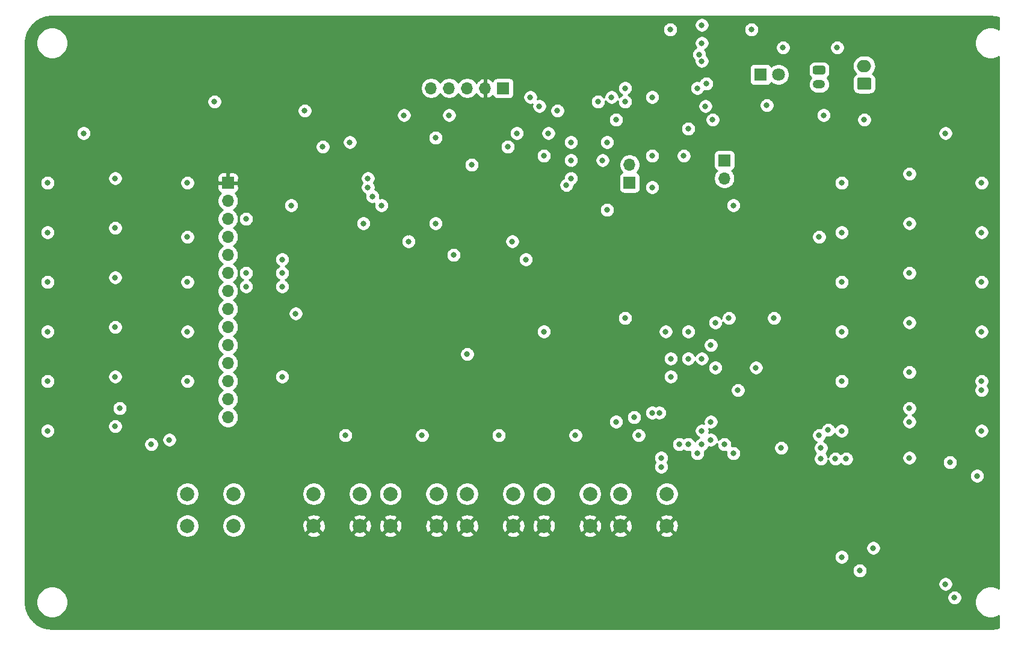
<source format=gbr>
%TF.GenerationSoftware,KiCad,Pcbnew,(5.1.8)-1*%
%TF.CreationDate,2021-03-09T15:18:23+01:00*%
%TF.ProjectId,schema_v1,73636865-6d61-45f7-9631-2e6b69636164,rev?*%
%TF.SameCoordinates,Original*%
%TF.FileFunction,Copper,L2,Inr*%
%TF.FilePolarity,Positive*%
%FSLAX46Y46*%
G04 Gerber Fmt 4.6, Leading zero omitted, Abs format (unit mm)*
G04 Created by KiCad (PCBNEW (5.1.8)-1) date 2021-03-09 15:18:23*
%MOMM*%
%LPD*%
G01*
G04 APERTURE LIST*
%TA.AperFunction,ComponentPad*%
%ADD10O,1.700000X1.700000*%
%TD*%
%TA.AperFunction,ComponentPad*%
%ADD11R,1.700000X1.700000*%
%TD*%
%TA.AperFunction,ComponentPad*%
%ADD12O,2.000000X1.700000*%
%TD*%
%TA.AperFunction,ComponentPad*%
%ADD13C,2.000000*%
%TD*%
%TA.AperFunction,ComponentPad*%
%ADD14C,1.800000*%
%TD*%
%TA.AperFunction,ComponentPad*%
%ADD15R,1.800000X1.800000*%
%TD*%
%TA.AperFunction,ComponentPad*%
%ADD16O,1.750000X1.200000*%
%TD*%
%TA.AperFunction,ViaPad*%
%ADD17C,0.800000*%
%TD*%
%TA.AperFunction,Conductor*%
%ADD18C,0.254000*%
%TD*%
%TA.AperFunction,Conductor*%
%ADD19C,0.100000*%
%TD*%
G04 APERTURE END LIST*
D10*
%TO.N,LCD_T_Irq*%
%TO.C,U9*%
X106045000Y-105410000D03*
%TO.N,LCD_SDO*%
X106045000Y-102870000D03*
%TO.N,LCD_SDI*%
X106045000Y-100330000D03*
%TO.N,LCD_T_CS*%
X106045000Y-97790000D03*
%TO.N,LCD_SCK*%
X106045000Y-95250000D03*
%TO.N,LCD_SDO*%
X106045000Y-92710000D03*
%TO.N,LCD_LED*%
X106045000Y-90170000D03*
%TO.N,LCD_SCK*%
X106045000Y-87630000D03*
%TO.N,LCD_SDI*%
X106045000Y-85090000D03*
%TO.N,LCD_DC*%
X106045000Y-82550000D03*
%TO.N,LCS_rst*%
X106045000Y-80010000D03*
%TO.N,LCD_CS*%
X106045000Y-77470000D03*
%TO.N,GND*%
X106045000Y-74930000D03*
D11*
%TO.N,+3V3*%
X106045000Y-72390000D03*
%TD*%
D12*
%TO.N,Net-(BT3-Pad1)*%
%TO.C,SW9*%
X195580000Y-55920000D03*
%TO.N,Vbat*%
%TA.AperFunction,ComponentPad*%
G36*
G01*
X196330000Y-59270000D02*
X194830000Y-59270000D01*
G75*
G02*
X194580000Y-59020000I0J250000D01*
G01*
X194580000Y-57820000D01*
G75*
G02*
X194830000Y-57570000I250000J0D01*
G01*
X196330000Y-57570000D01*
G75*
G02*
X196580000Y-57820000I0J-250000D01*
G01*
X196580000Y-59020000D01*
G75*
G02*
X196330000Y-59270000I-250000J0D01*
G01*
G37*
%TD.AperFunction*%
%TD*%
D13*
%TO.N,pp*%
%TO.C,SW7*%
X167790000Y-116205000D03*
%TO.N,+3V3*%
X167790000Y-120705000D03*
%TO.N,pp*%
X161290000Y-116205000D03*
%TO.N,+3V3*%
X161290000Y-120705000D03*
%TD*%
%TO.N,prev*%
%TO.C,SW6*%
X124610000Y-116205000D03*
%TO.N,+3V3*%
X124610000Y-120705000D03*
%TO.N,prev*%
X118110000Y-116205000D03*
%TO.N,+3V3*%
X118110000Y-120705000D03*
%TD*%
%TO.N,next*%
%TO.C,SW5*%
X135405000Y-116205000D03*
%TO.N,+3V3*%
X135405000Y-120705000D03*
%TO.N,next*%
X128905000Y-116205000D03*
%TO.N,+3V3*%
X128905000Y-120705000D03*
%TD*%
%TO.N,vol-*%
%TO.C,SW4*%
X146200000Y-116205000D03*
%TO.N,+3V3*%
X146200000Y-120705000D03*
%TO.N,vol-*%
X139700000Y-116205000D03*
%TO.N,+3V3*%
X139700000Y-120705000D03*
%TD*%
%TO.N,vol+*%
%TO.C,SW3*%
X156995000Y-116205000D03*
%TO.N,+3V3*%
X156995000Y-120705000D03*
%TO.N,vol+*%
X150495000Y-116205000D03*
%TO.N,+3V3*%
X150495000Y-120705000D03*
%TD*%
%TO.N,Net-(100nF3-Pad1)*%
%TO.C,SW1*%
X106830000Y-116205000D03*
%TO.N,Net-(R2-Pad2)*%
X106830000Y-120705000D03*
%TO.N,Net-(100nF3-Pad1)*%
X100330000Y-116205000D03*
%TO.N,Net-(R2-Pad2)*%
X100330000Y-120705000D03*
%TD*%
D10*
%TO.N,Net-(C47-Pad1)*%
%TO.C,LS2*%
X175895000Y-71755000D03*
D11*
%TO.N,Net-(C46-Pad2)*%
X175895000Y-69215000D03*
%TD*%
D10*
%TO.N,Net-(C45-Pad1)*%
%TO.C,LS1*%
X162560000Y-69850000D03*
D11*
%TO.N,Net-(C44-Pad2)*%
X162560000Y-72390000D03*
%TD*%
%TO.N,Reset*%
%TO.C,J1*%
X144780000Y-59055000D03*
D10*
%TO.N,+3V3*%
X142240000Y-59055000D03*
%TO.N,GND*%
X139700000Y-59055000D03*
%TO.N,PGD*%
X137160000Y-59055000D03*
%TO.N,PGC*%
X134620000Y-59055000D03*
%TD*%
D14*
%TO.N,Net-(D1-Pad2)*%
%TO.C,D1*%
X183515000Y-57150000D03*
D15*
%TO.N,Net-(D1-Pad1)*%
X180975000Y-57150000D03*
%TD*%
D16*
%TO.N,GND*%
%TO.C,BT3*%
X189230000Y-58515000D03*
%TO.N,Net-(BT3-Pad1)*%
%TA.AperFunction,ComponentPad*%
G36*
G01*
X188604999Y-55915000D02*
X189855001Y-55915000D01*
G75*
G02*
X190105000Y-56164999I0J-249999D01*
G01*
X190105000Y-56865001D01*
G75*
G02*
X189855001Y-57115000I-249999J0D01*
G01*
X188604999Y-57115000D01*
G75*
G02*
X188355000Y-56865001I0J249999D01*
G01*
X188355000Y-56164999D01*
G75*
G02*
X188604999Y-55915000I249999J0D01*
G01*
G37*
%TD.AperFunction*%
%TD*%
D17*
%TO.N,GND*%
X189484000Y-111252000D03*
X193040000Y-111252000D03*
X104140000Y-60960000D03*
X201930000Y-111125000D03*
X161925000Y-91440000D03*
X176530000Y-91440000D03*
X177165000Y-75565000D03*
X159385000Y-76200000D03*
X189865000Y-62865000D03*
X173355000Y-58420000D03*
X161925000Y-60960000D03*
X152400000Y-62230000D03*
X114935000Y-75565000D03*
X100330000Y-72390000D03*
X100330000Y-80010000D03*
X100330000Y-86360000D03*
X100330000Y-93345000D03*
X100330000Y-100330000D03*
X97790000Y-108585000D03*
X90170000Y-106680000D03*
X90170000Y-99695000D03*
X90170000Y-92710000D03*
X90170000Y-85725000D03*
X90170000Y-78740000D03*
X90170000Y-71755000D03*
X80645000Y-72390000D03*
X80645000Y-79375000D03*
X80645000Y-86360000D03*
X80645000Y-93345000D03*
X80645000Y-100330000D03*
X80645000Y-107315000D03*
X131445000Y-80645000D03*
X125095000Y-78105000D03*
X137795000Y-82550000D03*
X154305000Y-69215000D03*
X150495000Y-68580000D03*
X154305000Y-71755000D03*
X154305000Y-66675000D03*
X122555000Y-107950000D03*
X158750000Y-69215000D03*
X146050000Y-80645000D03*
X172720000Y-50165000D03*
X165735000Y-73025000D03*
X167640000Y-93345000D03*
X170815000Y-93345000D03*
X172720000Y-97155000D03*
X170815000Y-97155000D03*
X184150000Y-53340000D03*
X172720000Y-55245000D03*
X179705000Y-50800000D03*
X192405000Y-100330000D03*
X192405000Y-93345000D03*
X192405000Y-86360000D03*
X192405000Y-79375000D03*
X192405000Y-72390000D03*
X173990000Y-95250000D03*
X212090000Y-72390000D03*
X212090000Y-79375000D03*
X212090000Y-86360000D03*
X212090000Y-93345000D03*
X212090000Y-100330000D03*
X212090000Y-107315000D03*
X133350000Y-107950000D03*
X144145000Y-107950000D03*
X154940000Y-107950000D03*
X163830000Y-107950000D03*
X170815000Y-109220000D03*
X175895000Y-109220000D03*
X192405000Y-107315000D03*
X201930000Y-106045000D03*
X201930000Y-99060000D03*
X201930000Y-92075000D03*
X201930000Y-85090000D03*
X201930000Y-78105000D03*
X201930000Y-71120000D03*
%TO.N,+3V3*%
X131445000Y-79375000D03*
X137795000Y-77470000D03*
X154305000Y-70485000D03*
X125730000Y-61595000D03*
X199390000Y-111125000D03*
X111125000Y-97155000D03*
X150495000Y-66675000D03*
X111125000Y-83185000D03*
X147955000Y-78105000D03*
X189865000Y-52705000D03*
X180975000Y-99695000D03*
X152400000Y-81280000D03*
X185928000Y-104394000D03*
X185928000Y-107188000D03*
%TO.N,+5V*%
X174625000Y-92075000D03*
X182880000Y-91440000D03*
X140335000Y-69850000D03*
X135255000Y-66040000D03*
X130810000Y-62865000D03*
X116840000Y-62230000D03*
%TO.N,Vbat*%
X119380000Y-67310000D03*
X159385000Y-66675000D03*
X195580000Y-63500000D03*
%TO.N,Net-(10uF9-Pad1)*%
X160655000Y-63500000D03*
X170815000Y-64770000D03*
%TO.N,Net-(BT3-Pad1)*%
X191770000Y-53340000D03*
X172720000Y-52705000D03*
%TO.N,DataLeds*%
X201930000Y-104140000D03*
X150495000Y-93345000D03*
%TO.N,Vusb*%
X161925000Y-59055000D03*
X174244000Y-63500000D03*
%TO.N,/Class d amplifier/Agnd*%
X165735000Y-104775000D03*
X173990000Y-106045000D03*
X211455000Y-113665000D03*
X173990000Y-108585000D03*
%TO.N,/Class d amplifier/Aleft*%
X207645000Y-111760000D03*
X177165000Y-110490000D03*
X172085000Y-110490000D03*
X163195000Y-105410000D03*
%TO.N,VoL_Measure*%
X177800000Y-101600000D03*
X189230000Y-107950000D03*
%TO.N,Net-(C33-Pad1)*%
X174625000Y-98425000D03*
X180340000Y-98425000D03*
%TO.N,Net-(D1-Pad1)*%
X173228000Y-61595000D03*
X181864000Y-61468000D03*
%TO.N,Net-(D22-Pad2)*%
X189230000Y-80010000D03*
X212090000Y-101600000D03*
%TO.N,Net-(D23-Pad2)*%
X207010000Y-65405000D03*
X90805000Y-104140000D03*
%TO.N,Net-(D24-Pad2)*%
X85725000Y-65405000D03*
X95250000Y-109220000D03*
%TO.N,PGD*%
X137160000Y-62865000D03*
%TO.N,Reset*%
X113665000Y-99695000D03*
X123190000Y-66675000D03*
%TO.N,Net-(J2-Pad2)*%
X153670000Y-72715000D03*
X151130000Y-65405000D03*
X148590000Y-60325000D03*
X160020000Y-60325000D03*
%TO.N,Net-(J2-Pad3)*%
X149860000Y-61595000D03*
X158115000Y-60960000D03*
%TO.N,Net-(L6-Pad2)*%
X172351763Y-54315267D03*
X168275000Y-50800000D03*
%TO.N,vol+*%
X192405000Y-125095000D03*
%TO.N,vol-*%
X194945000Y-127000000D03*
%TO.N,next*%
X207010000Y-128905000D03*
%TO.N,prev*%
X208280000Y-130810000D03*
%TO.N,pp*%
X196850000Y-123825000D03*
%TO.N,Net-(R24-Pad1)*%
X168345000Y-99695000D03*
X166735003Y-104775000D03*
X167005000Y-111125000D03*
X172720000Y-109220000D03*
%TO.N,Net-(R25-Pad1)*%
X169545000Y-109220000D03*
X172720000Y-107315000D03*
X168345000Y-97155000D03*
%TO.N,Net-(R32-Pad2)*%
X165735000Y-68580000D03*
X170180000Y-68580000D03*
X172085000Y-59055000D03*
X165735000Y-60325000D03*
%TO.N,Vol_spkr*%
X126365000Y-74295000D03*
X139700000Y-96520000D03*
X160655000Y-106045000D03*
X167005000Y-112395000D03*
X183896000Y-109728000D03*
X189484000Y-109728000D03*
%TO.N,LCD_T_Irq*%
X127635000Y-75565000D03*
%TO.N,LCD_T_CS*%
X115570000Y-90805000D03*
%TO.N,D_LEDS*%
X135255000Y-78105000D03*
X147955000Y-83185000D03*
%TO.N,LCD_SCK*%
X113665000Y-86995000D03*
X108585000Y-86995000D03*
%TO.N,LCD_SDI*%
X108585000Y-85090000D03*
X113665000Y-85090000D03*
%TO.N,LCD_CS*%
X113665000Y-83185000D03*
X108585000Y-77470000D03*
%TO.N,RX*%
X125730000Y-73025000D03*
X146685000Y-65405000D03*
%TO.N,TX*%
X125730000Y-71755000D03*
X145415000Y-67310000D03*
%TO.N,Net-(R5-Pad2)*%
X191516000Y-111252000D03*
X190500000Y-107188000D03*
%TD*%
D18*
%TO.N,+3V3*%
X214070407Y-49015890D02*
X214503000Y-49142798D01*
X214503000Y-50780717D01*
X214418669Y-50724369D01*
X214011925Y-50555890D01*
X213580128Y-50470000D01*
X213139872Y-50470000D01*
X212708075Y-50555890D01*
X212301331Y-50724369D01*
X211935271Y-50968962D01*
X211623962Y-51280271D01*
X211379369Y-51646331D01*
X211210890Y-52053075D01*
X211125000Y-52484872D01*
X211125000Y-52925128D01*
X211210890Y-53356925D01*
X211379369Y-53763669D01*
X211623962Y-54129729D01*
X211935271Y-54441038D01*
X212301331Y-54685631D01*
X212708075Y-54854110D01*
X213139872Y-54940000D01*
X213580128Y-54940000D01*
X214011925Y-54854110D01*
X214418669Y-54685631D01*
X214503000Y-54629283D01*
X214503000Y-129520717D01*
X214418669Y-129464369D01*
X214011925Y-129295890D01*
X213580128Y-129210000D01*
X213139872Y-129210000D01*
X212708075Y-129295890D01*
X212301331Y-129464369D01*
X211935271Y-129708962D01*
X211623962Y-130020271D01*
X211379369Y-130386331D01*
X211210890Y-130793075D01*
X211125000Y-131224872D01*
X211125000Y-131665128D01*
X211210890Y-132096925D01*
X211379369Y-132503669D01*
X211623962Y-132869729D01*
X211935271Y-133181038D01*
X212301331Y-133425631D01*
X212708075Y-133594110D01*
X213139872Y-133680000D01*
X213580128Y-133680000D01*
X214011925Y-133594110D01*
X214418669Y-133425631D01*
X214503000Y-133369283D01*
X214503000Y-135007069D01*
X214249775Y-135095003D01*
X213519421Y-135200899D01*
X213351649Y-135205000D01*
X81312600Y-135205000D01*
X80569593Y-135134110D01*
X79884813Y-134933219D01*
X79250379Y-134606464D01*
X78689175Y-134165633D01*
X78221459Y-133626637D01*
X77864099Y-133008919D01*
X77629997Y-132334775D01*
X77524101Y-131604421D01*
X77520000Y-131436649D01*
X77520000Y-131224872D01*
X79045000Y-131224872D01*
X79045000Y-131665128D01*
X79130890Y-132096925D01*
X79299369Y-132503669D01*
X79543962Y-132869729D01*
X79855271Y-133181038D01*
X80221331Y-133425631D01*
X80628075Y-133594110D01*
X81059872Y-133680000D01*
X81500128Y-133680000D01*
X81931925Y-133594110D01*
X82338669Y-133425631D01*
X82704729Y-133181038D01*
X83016038Y-132869729D01*
X83260631Y-132503669D01*
X83429110Y-132096925D01*
X83515000Y-131665128D01*
X83515000Y-131224872D01*
X83429110Y-130793075D01*
X83393897Y-130708061D01*
X207245000Y-130708061D01*
X207245000Y-130911939D01*
X207284774Y-131111898D01*
X207362795Y-131300256D01*
X207476063Y-131469774D01*
X207620226Y-131613937D01*
X207789744Y-131727205D01*
X207978102Y-131805226D01*
X208178061Y-131845000D01*
X208381939Y-131845000D01*
X208581898Y-131805226D01*
X208770256Y-131727205D01*
X208939774Y-131613937D01*
X209083937Y-131469774D01*
X209197205Y-131300256D01*
X209275226Y-131111898D01*
X209315000Y-130911939D01*
X209315000Y-130708061D01*
X209275226Y-130508102D01*
X209197205Y-130319744D01*
X209083937Y-130150226D01*
X208939774Y-130006063D01*
X208770256Y-129892795D01*
X208581898Y-129814774D01*
X208381939Y-129775000D01*
X208178061Y-129775000D01*
X207978102Y-129814774D01*
X207789744Y-129892795D01*
X207620226Y-130006063D01*
X207476063Y-130150226D01*
X207362795Y-130319744D01*
X207284774Y-130508102D01*
X207245000Y-130708061D01*
X83393897Y-130708061D01*
X83260631Y-130386331D01*
X83016038Y-130020271D01*
X82704729Y-129708962D01*
X82338669Y-129464369D01*
X81931925Y-129295890D01*
X81500128Y-129210000D01*
X81059872Y-129210000D01*
X80628075Y-129295890D01*
X80221331Y-129464369D01*
X79855271Y-129708962D01*
X79543962Y-130020271D01*
X79299369Y-130386331D01*
X79130890Y-130793075D01*
X79045000Y-131224872D01*
X77520000Y-131224872D01*
X77520000Y-128803061D01*
X205975000Y-128803061D01*
X205975000Y-129006939D01*
X206014774Y-129206898D01*
X206092795Y-129395256D01*
X206206063Y-129564774D01*
X206350226Y-129708937D01*
X206519744Y-129822205D01*
X206708102Y-129900226D01*
X206908061Y-129940000D01*
X207111939Y-129940000D01*
X207311898Y-129900226D01*
X207500256Y-129822205D01*
X207669774Y-129708937D01*
X207813937Y-129564774D01*
X207927205Y-129395256D01*
X208005226Y-129206898D01*
X208045000Y-129006939D01*
X208045000Y-128803061D01*
X208005226Y-128603102D01*
X207927205Y-128414744D01*
X207813937Y-128245226D01*
X207669774Y-128101063D01*
X207500256Y-127987795D01*
X207311898Y-127909774D01*
X207111939Y-127870000D01*
X206908061Y-127870000D01*
X206708102Y-127909774D01*
X206519744Y-127987795D01*
X206350226Y-128101063D01*
X206206063Y-128245226D01*
X206092795Y-128414744D01*
X206014774Y-128603102D01*
X205975000Y-128803061D01*
X77520000Y-128803061D01*
X77520000Y-126898061D01*
X193910000Y-126898061D01*
X193910000Y-127101939D01*
X193949774Y-127301898D01*
X194027795Y-127490256D01*
X194141063Y-127659774D01*
X194285226Y-127803937D01*
X194454744Y-127917205D01*
X194643102Y-127995226D01*
X194843061Y-128035000D01*
X195046939Y-128035000D01*
X195246898Y-127995226D01*
X195435256Y-127917205D01*
X195604774Y-127803937D01*
X195748937Y-127659774D01*
X195862205Y-127490256D01*
X195940226Y-127301898D01*
X195980000Y-127101939D01*
X195980000Y-126898061D01*
X195940226Y-126698102D01*
X195862205Y-126509744D01*
X195748937Y-126340226D01*
X195604774Y-126196063D01*
X195435256Y-126082795D01*
X195246898Y-126004774D01*
X195046939Y-125965000D01*
X194843061Y-125965000D01*
X194643102Y-126004774D01*
X194454744Y-126082795D01*
X194285226Y-126196063D01*
X194141063Y-126340226D01*
X194027795Y-126509744D01*
X193949774Y-126698102D01*
X193910000Y-126898061D01*
X77520000Y-126898061D01*
X77520000Y-124993061D01*
X191370000Y-124993061D01*
X191370000Y-125196939D01*
X191409774Y-125396898D01*
X191487795Y-125585256D01*
X191601063Y-125754774D01*
X191745226Y-125898937D01*
X191914744Y-126012205D01*
X192103102Y-126090226D01*
X192303061Y-126130000D01*
X192506939Y-126130000D01*
X192706898Y-126090226D01*
X192895256Y-126012205D01*
X193064774Y-125898937D01*
X193208937Y-125754774D01*
X193322205Y-125585256D01*
X193400226Y-125396898D01*
X193440000Y-125196939D01*
X193440000Y-124993061D01*
X193400226Y-124793102D01*
X193322205Y-124604744D01*
X193208937Y-124435226D01*
X193064774Y-124291063D01*
X192895256Y-124177795D01*
X192706898Y-124099774D01*
X192506939Y-124060000D01*
X192303061Y-124060000D01*
X192103102Y-124099774D01*
X191914744Y-124177795D01*
X191745226Y-124291063D01*
X191601063Y-124435226D01*
X191487795Y-124604744D01*
X191409774Y-124793102D01*
X191370000Y-124993061D01*
X77520000Y-124993061D01*
X77520000Y-123723061D01*
X195815000Y-123723061D01*
X195815000Y-123926939D01*
X195854774Y-124126898D01*
X195932795Y-124315256D01*
X196046063Y-124484774D01*
X196190226Y-124628937D01*
X196359744Y-124742205D01*
X196548102Y-124820226D01*
X196748061Y-124860000D01*
X196951939Y-124860000D01*
X197151898Y-124820226D01*
X197340256Y-124742205D01*
X197509774Y-124628937D01*
X197653937Y-124484774D01*
X197767205Y-124315256D01*
X197845226Y-124126898D01*
X197885000Y-123926939D01*
X197885000Y-123723061D01*
X197845226Y-123523102D01*
X197767205Y-123334744D01*
X197653937Y-123165226D01*
X197509774Y-123021063D01*
X197340256Y-122907795D01*
X197151898Y-122829774D01*
X196951939Y-122790000D01*
X196748061Y-122790000D01*
X196548102Y-122829774D01*
X196359744Y-122907795D01*
X196190226Y-123021063D01*
X196046063Y-123165226D01*
X195932795Y-123334744D01*
X195854774Y-123523102D01*
X195815000Y-123723061D01*
X77520000Y-123723061D01*
X77520000Y-120543967D01*
X98695000Y-120543967D01*
X98695000Y-120866033D01*
X98757832Y-121181912D01*
X98881082Y-121479463D01*
X99060013Y-121747252D01*
X99287748Y-121974987D01*
X99555537Y-122153918D01*
X99853088Y-122277168D01*
X100168967Y-122340000D01*
X100491033Y-122340000D01*
X100806912Y-122277168D01*
X101104463Y-122153918D01*
X101372252Y-121974987D01*
X101599987Y-121747252D01*
X101778918Y-121479463D01*
X101902168Y-121181912D01*
X101965000Y-120866033D01*
X101965000Y-120543967D01*
X105195000Y-120543967D01*
X105195000Y-120866033D01*
X105257832Y-121181912D01*
X105381082Y-121479463D01*
X105560013Y-121747252D01*
X105787748Y-121974987D01*
X106055537Y-122153918D01*
X106353088Y-122277168D01*
X106668967Y-122340000D01*
X106991033Y-122340000D01*
X107306912Y-122277168D01*
X107604463Y-122153918D01*
X107872252Y-121974987D01*
X108006826Y-121840413D01*
X117154192Y-121840413D01*
X117249956Y-122104814D01*
X117539571Y-122245704D01*
X117851108Y-122327384D01*
X118172595Y-122346718D01*
X118491675Y-122302961D01*
X118796088Y-122197795D01*
X118970044Y-122104814D01*
X119065808Y-121840413D01*
X123654192Y-121840413D01*
X123749956Y-122104814D01*
X124039571Y-122245704D01*
X124351108Y-122327384D01*
X124672595Y-122346718D01*
X124991675Y-122302961D01*
X125296088Y-122197795D01*
X125470044Y-122104814D01*
X125565808Y-121840413D01*
X127949192Y-121840413D01*
X128044956Y-122104814D01*
X128334571Y-122245704D01*
X128646108Y-122327384D01*
X128967595Y-122346718D01*
X129286675Y-122302961D01*
X129591088Y-122197795D01*
X129765044Y-122104814D01*
X129860808Y-121840413D01*
X134449192Y-121840413D01*
X134544956Y-122104814D01*
X134834571Y-122245704D01*
X135146108Y-122327384D01*
X135467595Y-122346718D01*
X135786675Y-122302961D01*
X136091088Y-122197795D01*
X136265044Y-122104814D01*
X136360808Y-121840413D01*
X138744192Y-121840413D01*
X138839956Y-122104814D01*
X139129571Y-122245704D01*
X139441108Y-122327384D01*
X139762595Y-122346718D01*
X140081675Y-122302961D01*
X140386088Y-122197795D01*
X140560044Y-122104814D01*
X140655808Y-121840413D01*
X145244192Y-121840413D01*
X145339956Y-122104814D01*
X145629571Y-122245704D01*
X145941108Y-122327384D01*
X146262595Y-122346718D01*
X146581675Y-122302961D01*
X146886088Y-122197795D01*
X147060044Y-122104814D01*
X147155808Y-121840413D01*
X149539192Y-121840413D01*
X149634956Y-122104814D01*
X149924571Y-122245704D01*
X150236108Y-122327384D01*
X150557595Y-122346718D01*
X150876675Y-122302961D01*
X151181088Y-122197795D01*
X151355044Y-122104814D01*
X151450808Y-121840413D01*
X156039192Y-121840413D01*
X156134956Y-122104814D01*
X156424571Y-122245704D01*
X156736108Y-122327384D01*
X157057595Y-122346718D01*
X157376675Y-122302961D01*
X157681088Y-122197795D01*
X157855044Y-122104814D01*
X157950808Y-121840413D01*
X160334192Y-121840413D01*
X160429956Y-122104814D01*
X160719571Y-122245704D01*
X161031108Y-122327384D01*
X161352595Y-122346718D01*
X161671675Y-122302961D01*
X161976088Y-122197795D01*
X162150044Y-122104814D01*
X162245808Y-121840413D01*
X166834192Y-121840413D01*
X166929956Y-122104814D01*
X167219571Y-122245704D01*
X167531108Y-122327384D01*
X167852595Y-122346718D01*
X168171675Y-122302961D01*
X168476088Y-122197795D01*
X168650044Y-122104814D01*
X168745808Y-121840413D01*
X167790000Y-120884605D01*
X166834192Y-121840413D01*
X162245808Y-121840413D01*
X161290000Y-120884605D01*
X160334192Y-121840413D01*
X157950808Y-121840413D01*
X156995000Y-120884605D01*
X156039192Y-121840413D01*
X151450808Y-121840413D01*
X150495000Y-120884605D01*
X149539192Y-121840413D01*
X147155808Y-121840413D01*
X146200000Y-120884605D01*
X145244192Y-121840413D01*
X140655808Y-121840413D01*
X139700000Y-120884605D01*
X138744192Y-121840413D01*
X136360808Y-121840413D01*
X135405000Y-120884605D01*
X134449192Y-121840413D01*
X129860808Y-121840413D01*
X128905000Y-120884605D01*
X127949192Y-121840413D01*
X125565808Y-121840413D01*
X124610000Y-120884605D01*
X123654192Y-121840413D01*
X119065808Y-121840413D01*
X118110000Y-120884605D01*
X117154192Y-121840413D01*
X108006826Y-121840413D01*
X108099987Y-121747252D01*
X108278918Y-121479463D01*
X108402168Y-121181912D01*
X108465000Y-120866033D01*
X108465000Y-120767595D01*
X116468282Y-120767595D01*
X116512039Y-121086675D01*
X116617205Y-121391088D01*
X116710186Y-121565044D01*
X116974587Y-121660808D01*
X117930395Y-120705000D01*
X118289605Y-120705000D01*
X119245413Y-121660808D01*
X119509814Y-121565044D01*
X119650704Y-121275429D01*
X119732384Y-120963892D01*
X119744189Y-120767595D01*
X122968282Y-120767595D01*
X123012039Y-121086675D01*
X123117205Y-121391088D01*
X123210186Y-121565044D01*
X123474587Y-121660808D01*
X124430395Y-120705000D01*
X124789605Y-120705000D01*
X125745413Y-121660808D01*
X126009814Y-121565044D01*
X126150704Y-121275429D01*
X126232384Y-120963892D01*
X126244189Y-120767595D01*
X127263282Y-120767595D01*
X127307039Y-121086675D01*
X127412205Y-121391088D01*
X127505186Y-121565044D01*
X127769587Y-121660808D01*
X128725395Y-120705000D01*
X129084605Y-120705000D01*
X130040413Y-121660808D01*
X130304814Y-121565044D01*
X130445704Y-121275429D01*
X130527384Y-120963892D01*
X130539189Y-120767595D01*
X133763282Y-120767595D01*
X133807039Y-121086675D01*
X133912205Y-121391088D01*
X134005186Y-121565044D01*
X134269587Y-121660808D01*
X135225395Y-120705000D01*
X135584605Y-120705000D01*
X136540413Y-121660808D01*
X136804814Y-121565044D01*
X136945704Y-121275429D01*
X137027384Y-120963892D01*
X137039189Y-120767595D01*
X138058282Y-120767595D01*
X138102039Y-121086675D01*
X138207205Y-121391088D01*
X138300186Y-121565044D01*
X138564587Y-121660808D01*
X139520395Y-120705000D01*
X139879605Y-120705000D01*
X140835413Y-121660808D01*
X141099814Y-121565044D01*
X141240704Y-121275429D01*
X141322384Y-120963892D01*
X141334189Y-120767595D01*
X144558282Y-120767595D01*
X144602039Y-121086675D01*
X144707205Y-121391088D01*
X144800186Y-121565044D01*
X145064587Y-121660808D01*
X146020395Y-120705000D01*
X146379605Y-120705000D01*
X147335413Y-121660808D01*
X147599814Y-121565044D01*
X147740704Y-121275429D01*
X147822384Y-120963892D01*
X147834189Y-120767595D01*
X148853282Y-120767595D01*
X148897039Y-121086675D01*
X149002205Y-121391088D01*
X149095186Y-121565044D01*
X149359587Y-121660808D01*
X150315395Y-120705000D01*
X150674605Y-120705000D01*
X151630413Y-121660808D01*
X151894814Y-121565044D01*
X152035704Y-121275429D01*
X152117384Y-120963892D01*
X152129189Y-120767595D01*
X155353282Y-120767595D01*
X155397039Y-121086675D01*
X155502205Y-121391088D01*
X155595186Y-121565044D01*
X155859587Y-121660808D01*
X156815395Y-120705000D01*
X157174605Y-120705000D01*
X158130413Y-121660808D01*
X158394814Y-121565044D01*
X158535704Y-121275429D01*
X158617384Y-120963892D01*
X158629189Y-120767595D01*
X159648282Y-120767595D01*
X159692039Y-121086675D01*
X159797205Y-121391088D01*
X159890186Y-121565044D01*
X160154587Y-121660808D01*
X161110395Y-120705000D01*
X161469605Y-120705000D01*
X162425413Y-121660808D01*
X162689814Y-121565044D01*
X162830704Y-121275429D01*
X162912384Y-120963892D01*
X162924189Y-120767595D01*
X166148282Y-120767595D01*
X166192039Y-121086675D01*
X166297205Y-121391088D01*
X166390186Y-121565044D01*
X166654587Y-121660808D01*
X167610395Y-120705000D01*
X167969605Y-120705000D01*
X168925413Y-121660808D01*
X169189814Y-121565044D01*
X169330704Y-121275429D01*
X169412384Y-120963892D01*
X169431718Y-120642405D01*
X169387961Y-120323325D01*
X169282795Y-120018912D01*
X169189814Y-119844956D01*
X168925413Y-119749192D01*
X167969605Y-120705000D01*
X167610395Y-120705000D01*
X166654587Y-119749192D01*
X166390186Y-119844956D01*
X166249296Y-120134571D01*
X166167616Y-120446108D01*
X166148282Y-120767595D01*
X162924189Y-120767595D01*
X162931718Y-120642405D01*
X162887961Y-120323325D01*
X162782795Y-120018912D01*
X162689814Y-119844956D01*
X162425413Y-119749192D01*
X161469605Y-120705000D01*
X161110395Y-120705000D01*
X160154587Y-119749192D01*
X159890186Y-119844956D01*
X159749296Y-120134571D01*
X159667616Y-120446108D01*
X159648282Y-120767595D01*
X158629189Y-120767595D01*
X158636718Y-120642405D01*
X158592961Y-120323325D01*
X158487795Y-120018912D01*
X158394814Y-119844956D01*
X158130413Y-119749192D01*
X157174605Y-120705000D01*
X156815395Y-120705000D01*
X155859587Y-119749192D01*
X155595186Y-119844956D01*
X155454296Y-120134571D01*
X155372616Y-120446108D01*
X155353282Y-120767595D01*
X152129189Y-120767595D01*
X152136718Y-120642405D01*
X152092961Y-120323325D01*
X151987795Y-120018912D01*
X151894814Y-119844956D01*
X151630413Y-119749192D01*
X150674605Y-120705000D01*
X150315395Y-120705000D01*
X149359587Y-119749192D01*
X149095186Y-119844956D01*
X148954296Y-120134571D01*
X148872616Y-120446108D01*
X148853282Y-120767595D01*
X147834189Y-120767595D01*
X147841718Y-120642405D01*
X147797961Y-120323325D01*
X147692795Y-120018912D01*
X147599814Y-119844956D01*
X147335413Y-119749192D01*
X146379605Y-120705000D01*
X146020395Y-120705000D01*
X145064587Y-119749192D01*
X144800186Y-119844956D01*
X144659296Y-120134571D01*
X144577616Y-120446108D01*
X144558282Y-120767595D01*
X141334189Y-120767595D01*
X141341718Y-120642405D01*
X141297961Y-120323325D01*
X141192795Y-120018912D01*
X141099814Y-119844956D01*
X140835413Y-119749192D01*
X139879605Y-120705000D01*
X139520395Y-120705000D01*
X138564587Y-119749192D01*
X138300186Y-119844956D01*
X138159296Y-120134571D01*
X138077616Y-120446108D01*
X138058282Y-120767595D01*
X137039189Y-120767595D01*
X137046718Y-120642405D01*
X137002961Y-120323325D01*
X136897795Y-120018912D01*
X136804814Y-119844956D01*
X136540413Y-119749192D01*
X135584605Y-120705000D01*
X135225395Y-120705000D01*
X134269587Y-119749192D01*
X134005186Y-119844956D01*
X133864296Y-120134571D01*
X133782616Y-120446108D01*
X133763282Y-120767595D01*
X130539189Y-120767595D01*
X130546718Y-120642405D01*
X130502961Y-120323325D01*
X130397795Y-120018912D01*
X130304814Y-119844956D01*
X130040413Y-119749192D01*
X129084605Y-120705000D01*
X128725395Y-120705000D01*
X127769587Y-119749192D01*
X127505186Y-119844956D01*
X127364296Y-120134571D01*
X127282616Y-120446108D01*
X127263282Y-120767595D01*
X126244189Y-120767595D01*
X126251718Y-120642405D01*
X126207961Y-120323325D01*
X126102795Y-120018912D01*
X126009814Y-119844956D01*
X125745413Y-119749192D01*
X124789605Y-120705000D01*
X124430395Y-120705000D01*
X123474587Y-119749192D01*
X123210186Y-119844956D01*
X123069296Y-120134571D01*
X122987616Y-120446108D01*
X122968282Y-120767595D01*
X119744189Y-120767595D01*
X119751718Y-120642405D01*
X119707961Y-120323325D01*
X119602795Y-120018912D01*
X119509814Y-119844956D01*
X119245413Y-119749192D01*
X118289605Y-120705000D01*
X117930395Y-120705000D01*
X116974587Y-119749192D01*
X116710186Y-119844956D01*
X116569296Y-120134571D01*
X116487616Y-120446108D01*
X116468282Y-120767595D01*
X108465000Y-120767595D01*
X108465000Y-120543967D01*
X108402168Y-120228088D01*
X108278918Y-119930537D01*
X108099987Y-119662748D01*
X108006826Y-119569587D01*
X117154192Y-119569587D01*
X118110000Y-120525395D01*
X119065808Y-119569587D01*
X123654192Y-119569587D01*
X124610000Y-120525395D01*
X125565808Y-119569587D01*
X127949192Y-119569587D01*
X128905000Y-120525395D01*
X129860808Y-119569587D01*
X134449192Y-119569587D01*
X135405000Y-120525395D01*
X136360808Y-119569587D01*
X138744192Y-119569587D01*
X139700000Y-120525395D01*
X140655808Y-119569587D01*
X145244192Y-119569587D01*
X146200000Y-120525395D01*
X147155808Y-119569587D01*
X149539192Y-119569587D01*
X150495000Y-120525395D01*
X151450808Y-119569587D01*
X156039192Y-119569587D01*
X156995000Y-120525395D01*
X157950808Y-119569587D01*
X160334192Y-119569587D01*
X161290000Y-120525395D01*
X162245808Y-119569587D01*
X166834192Y-119569587D01*
X167790000Y-120525395D01*
X168745808Y-119569587D01*
X168650044Y-119305186D01*
X168360429Y-119164296D01*
X168048892Y-119082616D01*
X167727405Y-119063282D01*
X167408325Y-119107039D01*
X167103912Y-119212205D01*
X166929956Y-119305186D01*
X166834192Y-119569587D01*
X162245808Y-119569587D01*
X162150044Y-119305186D01*
X161860429Y-119164296D01*
X161548892Y-119082616D01*
X161227405Y-119063282D01*
X160908325Y-119107039D01*
X160603912Y-119212205D01*
X160429956Y-119305186D01*
X160334192Y-119569587D01*
X157950808Y-119569587D01*
X157855044Y-119305186D01*
X157565429Y-119164296D01*
X157253892Y-119082616D01*
X156932405Y-119063282D01*
X156613325Y-119107039D01*
X156308912Y-119212205D01*
X156134956Y-119305186D01*
X156039192Y-119569587D01*
X151450808Y-119569587D01*
X151355044Y-119305186D01*
X151065429Y-119164296D01*
X150753892Y-119082616D01*
X150432405Y-119063282D01*
X150113325Y-119107039D01*
X149808912Y-119212205D01*
X149634956Y-119305186D01*
X149539192Y-119569587D01*
X147155808Y-119569587D01*
X147060044Y-119305186D01*
X146770429Y-119164296D01*
X146458892Y-119082616D01*
X146137405Y-119063282D01*
X145818325Y-119107039D01*
X145513912Y-119212205D01*
X145339956Y-119305186D01*
X145244192Y-119569587D01*
X140655808Y-119569587D01*
X140560044Y-119305186D01*
X140270429Y-119164296D01*
X139958892Y-119082616D01*
X139637405Y-119063282D01*
X139318325Y-119107039D01*
X139013912Y-119212205D01*
X138839956Y-119305186D01*
X138744192Y-119569587D01*
X136360808Y-119569587D01*
X136265044Y-119305186D01*
X135975429Y-119164296D01*
X135663892Y-119082616D01*
X135342405Y-119063282D01*
X135023325Y-119107039D01*
X134718912Y-119212205D01*
X134544956Y-119305186D01*
X134449192Y-119569587D01*
X129860808Y-119569587D01*
X129765044Y-119305186D01*
X129475429Y-119164296D01*
X129163892Y-119082616D01*
X128842405Y-119063282D01*
X128523325Y-119107039D01*
X128218912Y-119212205D01*
X128044956Y-119305186D01*
X127949192Y-119569587D01*
X125565808Y-119569587D01*
X125470044Y-119305186D01*
X125180429Y-119164296D01*
X124868892Y-119082616D01*
X124547405Y-119063282D01*
X124228325Y-119107039D01*
X123923912Y-119212205D01*
X123749956Y-119305186D01*
X123654192Y-119569587D01*
X119065808Y-119569587D01*
X118970044Y-119305186D01*
X118680429Y-119164296D01*
X118368892Y-119082616D01*
X118047405Y-119063282D01*
X117728325Y-119107039D01*
X117423912Y-119212205D01*
X117249956Y-119305186D01*
X117154192Y-119569587D01*
X108006826Y-119569587D01*
X107872252Y-119435013D01*
X107604463Y-119256082D01*
X107306912Y-119132832D01*
X106991033Y-119070000D01*
X106668967Y-119070000D01*
X106353088Y-119132832D01*
X106055537Y-119256082D01*
X105787748Y-119435013D01*
X105560013Y-119662748D01*
X105381082Y-119930537D01*
X105257832Y-120228088D01*
X105195000Y-120543967D01*
X101965000Y-120543967D01*
X101902168Y-120228088D01*
X101778918Y-119930537D01*
X101599987Y-119662748D01*
X101372252Y-119435013D01*
X101104463Y-119256082D01*
X100806912Y-119132832D01*
X100491033Y-119070000D01*
X100168967Y-119070000D01*
X99853088Y-119132832D01*
X99555537Y-119256082D01*
X99287748Y-119435013D01*
X99060013Y-119662748D01*
X98881082Y-119930537D01*
X98757832Y-120228088D01*
X98695000Y-120543967D01*
X77520000Y-120543967D01*
X77520000Y-116043967D01*
X98695000Y-116043967D01*
X98695000Y-116366033D01*
X98757832Y-116681912D01*
X98881082Y-116979463D01*
X99060013Y-117247252D01*
X99287748Y-117474987D01*
X99555537Y-117653918D01*
X99853088Y-117777168D01*
X100168967Y-117840000D01*
X100491033Y-117840000D01*
X100806912Y-117777168D01*
X101104463Y-117653918D01*
X101372252Y-117474987D01*
X101599987Y-117247252D01*
X101778918Y-116979463D01*
X101902168Y-116681912D01*
X101965000Y-116366033D01*
X101965000Y-116043967D01*
X105195000Y-116043967D01*
X105195000Y-116366033D01*
X105257832Y-116681912D01*
X105381082Y-116979463D01*
X105560013Y-117247252D01*
X105787748Y-117474987D01*
X106055537Y-117653918D01*
X106353088Y-117777168D01*
X106668967Y-117840000D01*
X106991033Y-117840000D01*
X107306912Y-117777168D01*
X107604463Y-117653918D01*
X107872252Y-117474987D01*
X108099987Y-117247252D01*
X108278918Y-116979463D01*
X108402168Y-116681912D01*
X108465000Y-116366033D01*
X108465000Y-116043967D01*
X116475000Y-116043967D01*
X116475000Y-116366033D01*
X116537832Y-116681912D01*
X116661082Y-116979463D01*
X116840013Y-117247252D01*
X117067748Y-117474987D01*
X117335537Y-117653918D01*
X117633088Y-117777168D01*
X117948967Y-117840000D01*
X118271033Y-117840000D01*
X118586912Y-117777168D01*
X118884463Y-117653918D01*
X119152252Y-117474987D01*
X119379987Y-117247252D01*
X119558918Y-116979463D01*
X119682168Y-116681912D01*
X119745000Y-116366033D01*
X119745000Y-116043967D01*
X122975000Y-116043967D01*
X122975000Y-116366033D01*
X123037832Y-116681912D01*
X123161082Y-116979463D01*
X123340013Y-117247252D01*
X123567748Y-117474987D01*
X123835537Y-117653918D01*
X124133088Y-117777168D01*
X124448967Y-117840000D01*
X124771033Y-117840000D01*
X125086912Y-117777168D01*
X125384463Y-117653918D01*
X125652252Y-117474987D01*
X125879987Y-117247252D01*
X126058918Y-116979463D01*
X126182168Y-116681912D01*
X126245000Y-116366033D01*
X126245000Y-116043967D01*
X127270000Y-116043967D01*
X127270000Y-116366033D01*
X127332832Y-116681912D01*
X127456082Y-116979463D01*
X127635013Y-117247252D01*
X127862748Y-117474987D01*
X128130537Y-117653918D01*
X128428088Y-117777168D01*
X128743967Y-117840000D01*
X129066033Y-117840000D01*
X129381912Y-117777168D01*
X129679463Y-117653918D01*
X129947252Y-117474987D01*
X130174987Y-117247252D01*
X130353918Y-116979463D01*
X130477168Y-116681912D01*
X130540000Y-116366033D01*
X130540000Y-116043967D01*
X133770000Y-116043967D01*
X133770000Y-116366033D01*
X133832832Y-116681912D01*
X133956082Y-116979463D01*
X134135013Y-117247252D01*
X134362748Y-117474987D01*
X134630537Y-117653918D01*
X134928088Y-117777168D01*
X135243967Y-117840000D01*
X135566033Y-117840000D01*
X135881912Y-117777168D01*
X136179463Y-117653918D01*
X136447252Y-117474987D01*
X136674987Y-117247252D01*
X136853918Y-116979463D01*
X136977168Y-116681912D01*
X137040000Y-116366033D01*
X137040000Y-116043967D01*
X138065000Y-116043967D01*
X138065000Y-116366033D01*
X138127832Y-116681912D01*
X138251082Y-116979463D01*
X138430013Y-117247252D01*
X138657748Y-117474987D01*
X138925537Y-117653918D01*
X139223088Y-117777168D01*
X139538967Y-117840000D01*
X139861033Y-117840000D01*
X140176912Y-117777168D01*
X140474463Y-117653918D01*
X140742252Y-117474987D01*
X140969987Y-117247252D01*
X141148918Y-116979463D01*
X141272168Y-116681912D01*
X141335000Y-116366033D01*
X141335000Y-116043967D01*
X144565000Y-116043967D01*
X144565000Y-116366033D01*
X144627832Y-116681912D01*
X144751082Y-116979463D01*
X144930013Y-117247252D01*
X145157748Y-117474987D01*
X145425537Y-117653918D01*
X145723088Y-117777168D01*
X146038967Y-117840000D01*
X146361033Y-117840000D01*
X146676912Y-117777168D01*
X146974463Y-117653918D01*
X147242252Y-117474987D01*
X147469987Y-117247252D01*
X147648918Y-116979463D01*
X147772168Y-116681912D01*
X147835000Y-116366033D01*
X147835000Y-116043967D01*
X148860000Y-116043967D01*
X148860000Y-116366033D01*
X148922832Y-116681912D01*
X149046082Y-116979463D01*
X149225013Y-117247252D01*
X149452748Y-117474987D01*
X149720537Y-117653918D01*
X150018088Y-117777168D01*
X150333967Y-117840000D01*
X150656033Y-117840000D01*
X150971912Y-117777168D01*
X151269463Y-117653918D01*
X151537252Y-117474987D01*
X151764987Y-117247252D01*
X151943918Y-116979463D01*
X152067168Y-116681912D01*
X152130000Y-116366033D01*
X152130000Y-116043967D01*
X155360000Y-116043967D01*
X155360000Y-116366033D01*
X155422832Y-116681912D01*
X155546082Y-116979463D01*
X155725013Y-117247252D01*
X155952748Y-117474987D01*
X156220537Y-117653918D01*
X156518088Y-117777168D01*
X156833967Y-117840000D01*
X157156033Y-117840000D01*
X157471912Y-117777168D01*
X157769463Y-117653918D01*
X158037252Y-117474987D01*
X158264987Y-117247252D01*
X158443918Y-116979463D01*
X158567168Y-116681912D01*
X158630000Y-116366033D01*
X158630000Y-116043967D01*
X159655000Y-116043967D01*
X159655000Y-116366033D01*
X159717832Y-116681912D01*
X159841082Y-116979463D01*
X160020013Y-117247252D01*
X160247748Y-117474987D01*
X160515537Y-117653918D01*
X160813088Y-117777168D01*
X161128967Y-117840000D01*
X161451033Y-117840000D01*
X161766912Y-117777168D01*
X162064463Y-117653918D01*
X162332252Y-117474987D01*
X162559987Y-117247252D01*
X162738918Y-116979463D01*
X162862168Y-116681912D01*
X162925000Y-116366033D01*
X162925000Y-116043967D01*
X166155000Y-116043967D01*
X166155000Y-116366033D01*
X166217832Y-116681912D01*
X166341082Y-116979463D01*
X166520013Y-117247252D01*
X166747748Y-117474987D01*
X167015537Y-117653918D01*
X167313088Y-117777168D01*
X167628967Y-117840000D01*
X167951033Y-117840000D01*
X168266912Y-117777168D01*
X168564463Y-117653918D01*
X168832252Y-117474987D01*
X169059987Y-117247252D01*
X169238918Y-116979463D01*
X169362168Y-116681912D01*
X169425000Y-116366033D01*
X169425000Y-116043967D01*
X169362168Y-115728088D01*
X169238918Y-115430537D01*
X169059987Y-115162748D01*
X168832252Y-114935013D01*
X168564463Y-114756082D01*
X168266912Y-114632832D01*
X167951033Y-114570000D01*
X167628967Y-114570000D01*
X167313088Y-114632832D01*
X167015537Y-114756082D01*
X166747748Y-114935013D01*
X166520013Y-115162748D01*
X166341082Y-115430537D01*
X166217832Y-115728088D01*
X166155000Y-116043967D01*
X162925000Y-116043967D01*
X162862168Y-115728088D01*
X162738918Y-115430537D01*
X162559987Y-115162748D01*
X162332252Y-114935013D01*
X162064463Y-114756082D01*
X161766912Y-114632832D01*
X161451033Y-114570000D01*
X161128967Y-114570000D01*
X160813088Y-114632832D01*
X160515537Y-114756082D01*
X160247748Y-114935013D01*
X160020013Y-115162748D01*
X159841082Y-115430537D01*
X159717832Y-115728088D01*
X159655000Y-116043967D01*
X158630000Y-116043967D01*
X158567168Y-115728088D01*
X158443918Y-115430537D01*
X158264987Y-115162748D01*
X158037252Y-114935013D01*
X157769463Y-114756082D01*
X157471912Y-114632832D01*
X157156033Y-114570000D01*
X156833967Y-114570000D01*
X156518088Y-114632832D01*
X156220537Y-114756082D01*
X155952748Y-114935013D01*
X155725013Y-115162748D01*
X155546082Y-115430537D01*
X155422832Y-115728088D01*
X155360000Y-116043967D01*
X152130000Y-116043967D01*
X152067168Y-115728088D01*
X151943918Y-115430537D01*
X151764987Y-115162748D01*
X151537252Y-114935013D01*
X151269463Y-114756082D01*
X150971912Y-114632832D01*
X150656033Y-114570000D01*
X150333967Y-114570000D01*
X150018088Y-114632832D01*
X149720537Y-114756082D01*
X149452748Y-114935013D01*
X149225013Y-115162748D01*
X149046082Y-115430537D01*
X148922832Y-115728088D01*
X148860000Y-116043967D01*
X147835000Y-116043967D01*
X147772168Y-115728088D01*
X147648918Y-115430537D01*
X147469987Y-115162748D01*
X147242252Y-114935013D01*
X146974463Y-114756082D01*
X146676912Y-114632832D01*
X146361033Y-114570000D01*
X146038967Y-114570000D01*
X145723088Y-114632832D01*
X145425537Y-114756082D01*
X145157748Y-114935013D01*
X144930013Y-115162748D01*
X144751082Y-115430537D01*
X144627832Y-115728088D01*
X144565000Y-116043967D01*
X141335000Y-116043967D01*
X141272168Y-115728088D01*
X141148918Y-115430537D01*
X140969987Y-115162748D01*
X140742252Y-114935013D01*
X140474463Y-114756082D01*
X140176912Y-114632832D01*
X139861033Y-114570000D01*
X139538967Y-114570000D01*
X139223088Y-114632832D01*
X138925537Y-114756082D01*
X138657748Y-114935013D01*
X138430013Y-115162748D01*
X138251082Y-115430537D01*
X138127832Y-115728088D01*
X138065000Y-116043967D01*
X137040000Y-116043967D01*
X136977168Y-115728088D01*
X136853918Y-115430537D01*
X136674987Y-115162748D01*
X136447252Y-114935013D01*
X136179463Y-114756082D01*
X135881912Y-114632832D01*
X135566033Y-114570000D01*
X135243967Y-114570000D01*
X134928088Y-114632832D01*
X134630537Y-114756082D01*
X134362748Y-114935013D01*
X134135013Y-115162748D01*
X133956082Y-115430537D01*
X133832832Y-115728088D01*
X133770000Y-116043967D01*
X130540000Y-116043967D01*
X130477168Y-115728088D01*
X130353918Y-115430537D01*
X130174987Y-115162748D01*
X129947252Y-114935013D01*
X129679463Y-114756082D01*
X129381912Y-114632832D01*
X129066033Y-114570000D01*
X128743967Y-114570000D01*
X128428088Y-114632832D01*
X128130537Y-114756082D01*
X127862748Y-114935013D01*
X127635013Y-115162748D01*
X127456082Y-115430537D01*
X127332832Y-115728088D01*
X127270000Y-116043967D01*
X126245000Y-116043967D01*
X126182168Y-115728088D01*
X126058918Y-115430537D01*
X125879987Y-115162748D01*
X125652252Y-114935013D01*
X125384463Y-114756082D01*
X125086912Y-114632832D01*
X124771033Y-114570000D01*
X124448967Y-114570000D01*
X124133088Y-114632832D01*
X123835537Y-114756082D01*
X123567748Y-114935013D01*
X123340013Y-115162748D01*
X123161082Y-115430537D01*
X123037832Y-115728088D01*
X122975000Y-116043967D01*
X119745000Y-116043967D01*
X119682168Y-115728088D01*
X119558918Y-115430537D01*
X119379987Y-115162748D01*
X119152252Y-114935013D01*
X118884463Y-114756082D01*
X118586912Y-114632832D01*
X118271033Y-114570000D01*
X117948967Y-114570000D01*
X117633088Y-114632832D01*
X117335537Y-114756082D01*
X117067748Y-114935013D01*
X116840013Y-115162748D01*
X116661082Y-115430537D01*
X116537832Y-115728088D01*
X116475000Y-116043967D01*
X108465000Y-116043967D01*
X108402168Y-115728088D01*
X108278918Y-115430537D01*
X108099987Y-115162748D01*
X107872252Y-114935013D01*
X107604463Y-114756082D01*
X107306912Y-114632832D01*
X106991033Y-114570000D01*
X106668967Y-114570000D01*
X106353088Y-114632832D01*
X106055537Y-114756082D01*
X105787748Y-114935013D01*
X105560013Y-115162748D01*
X105381082Y-115430537D01*
X105257832Y-115728088D01*
X105195000Y-116043967D01*
X101965000Y-116043967D01*
X101902168Y-115728088D01*
X101778918Y-115430537D01*
X101599987Y-115162748D01*
X101372252Y-114935013D01*
X101104463Y-114756082D01*
X100806912Y-114632832D01*
X100491033Y-114570000D01*
X100168967Y-114570000D01*
X99853088Y-114632832D01*
X99555537Y-114756082D01*
X99287748Y-114935013D01*
X99060013Y-115162748D01*
X98881082Y-115430537D01*
X98757832Y-115728088D01*
X98695000Y-116043967D01*
X77520000Y-116043967D01*
X77520000Y-113563061D01*
X210420000Y-113563061D01*
X210420000Y-113766939D01*
X210459774Y-113966898D01*
X210537795Y-114155256D01*
X210651063Y-114324774D01*
X210795226Y-114468937D01*
X210964744Y-114582205D01*
X211153102Y-114660226D01*
X211353061Y-114700000D01*
X211556939Y-114700000D01*
X211756898Y-114660226D01*
X211945256Y-114582205D01*
X212114774Y-114468937D01*
X212258937Y-114324774D01*
X212372205Y-114155256D01*
X212450226Y-113966898D01*
X212490000Y-113766939D01*
X212490000Y-113563061D01*
X212450226Y-113363102D01*
X212372205Y-113174744D01*
X212258937Y-113005226D01*
X212114774Y-112861063D01*
X211945256Y-112747795D01*
X211756898Y-112669774D01*
X211556939Y-112630000D01*
X211353061Y-112630000D01*
X211153102Y-112669774D01*
X210964744Y-112747795D01*
X210795226Y-112861063D01*
X210651063Y-113005226D01*
X210537795Y-113174744D01*
X210459774Y-113363102D01*
X210420000Y-113563061D01*
X77520000Y-113563061D01*
X77520000Y-111023061D01*
X165970000Y-111023061D01*
X165970000Y-111226939D01*
X166009774Y-111426898D01*
X166087795Y-111615256D01*
X166184510Y-111760000D01*
X166087795Y-111904744D01*
X166009774Y-112093102D01*
X165970000Y-112293061D01*
X165970000Y-112496939D01*
X166009774Y-112696898D01*
X166087795Y-112885256D01*
X166201063Y-113054774D01*
X166345226Y-113198937D01*
X166514744Y-113312205D01*
X166703102Y-113390226D01*
X166903061Y-113430000D01*
X167106939Y-113430000D01*
X167306898Y-113390226D01*
X167495256Y-113312205D01*
X167664774Y-113198937D01*
X167808937Y-113054774D01*
X167922205Y-112885256D01*
X168000226Y-112696898D01*
X168040000Y-112496939D01*
X168040000Y-112293061D01*
X168000226Y-112093102D01*
X167922205Y-111904744D01*
X167825490Y-111760000D01*
X167922205Y-111615256D01*
X168000226Y-111426898D01*
X168040000Y-111226939D01*
X168040000Y-111023061D01*
X168000226Y-110823102D01*
X167922205Y-110634744D01*
X167808937Y-110465226D01*
X167664774Y-110321063D01*
X167495256Y-110207795D01*
X167306898Y-110129774D01*
X167106939Y-110090000D01*
X166903061Y-110090000D01*
X166703102Y-110129774D01*
X166514744Y-110207795D01*
X166345226Y-110321063D01*
X166201063Y-110465226D01*
X166087795Y-110634744D01*
X166009774Y-110823102D01*
X165970000Y-111023061D01*
X77520000Y-111023061D01*
X77520000Y-109118061D01*
X94215000Y-109118061D01*
X94215000Y-109321939D01*
X94254774Y-109521898D01*
X94332795Y-109710256D01*
X94446063Y-109879774D01*
X94590226Y-110023937D01*
X94759744Y-110137205D01*
X94948102Y-110215226D01*
X95148061Y-110255000D01*
X95351939Y-110255000D01*
X95551898Y-110215226D01*
X95740256Y-110137205D01*
X95909774Y-110023937D01*
X96053937Y-109879774D01*
X96167205Y-109710256D01*
X96245226Y-109521898D01*
X96285000Y-109321939D01*
X96285000Y-109118061D01*
X96245226Y-108918102D01*
X96167205Y-108729744D01*
X96053937Y-108560226D01*
X95976772Y-108483061D01*
X96755000Y-108483061D01*
X96755000Y-108686939D01*
X96794774Y-108886898D01*
X96872795Y-109075256D01*
X96986063Y-109244774D01*
X97130226Y-109388937D01*
X97299744Y-109502205D01*
X97488102Y-109580226D01*
X97688061Y-109620000D01*
X97891939Y-109620000D01*
X98091898Y-109580226D01*
X98280256Y-109502205D01*
X98449774Y-109388937D01*
X98593937Y-109244774D01*
X98678603Y-109118061D01*
X168510000Y-109118061D01*
X168510000Y-109321939D01*
X168549774Y-109521898D01*
X168627795Y-109710256D01*
X168741063Y-109879774D01*
X168885226Y-110023937D01*
X169054744Y-110137205D01*
X169243102Y-110215226D01*
X169443061Y-110255000D01*
X169646939Y-110255000D01*
X169846898Y-110215226D01*
X170035256Y-110137205D01*
X170180000Y-110040490D01*
X170324744Y-110137205D01*
X170513102Y-110215226D01*
X170713061Y-110255000D01*
X170916939Y-110255000D01*
X171083039Y-110221961D01*
X171050000Y-110388061D01*
X171050000Y-110591939D01*
X171089774Y-110791898D01*
X171167795Y-110980256D01*
X171281063Y-111149774D01*
X171425226Y-111293937D01*
X171594744Y-111407205D01*
X171783102Y-111485226D01*
X171983061Y-111525000D01*
X172186939Y-111525000D01*
X172386898Y-111485226D01*
X172575256Y-111407205D01*
X172744774Y-111293937D01*
X172888937Y-111149774D01*
X173002205Y-110980256D01*
X173080226Y-110791898D01*
X173120000Y-110591939D01*
X173120000Y-110388061D01*
X173080771Y-110190840D01*
X173210256Y-110137205D01*
X173379774Y-110023937D01*
X173523937Y-109879774D01*
X173637205Y-109710256D01*
X173690840Y-109580771D01*
X173888061Y-109620000D01*
X174091939Y-109620000D01*
X174291898Y-109580226D01*
X174480256Y-109502205D01*
X174649774Y-109388937D01*
X174793937Y-109244774D01*
X174860000Y-109145903D01*
X174860000Y-109321939D01*
X174899774Y-109521898D01*
X174977795Y-109710256D01*
X175091063Y-109879774D01*
X175235226Y-110023937D01*
X175404744Y-110137205D01*
X175593102Y-110215226D01*
X175793061Y-110255000D01*
X175996939Y-110255000D01*
X176163039Y-110221961D01*
X176130000Y-110388061D01*
X176130000Y-110591939D01*
X176169774Y-110791898D01*
X176247795Y-110980256D01*
X176361063Y-111149774D01*
X176505226Y-111293937D01*
X176674744Y-111407205D01*
X176863102Y-111485226D01*
X177063061Y-111525000D01*
X177266939Y-111525000D01*
X177466898Y-111485226D01*
X177655256Y-111407205D01*
X177824774Y-111293937D01*
X177968937Y-111149774D01*
X178082205Y-110980256D01*
X178160226Y-110791898D01*
X178200000Y-110591939D01*
X178200000Y-110388061D01*
X178160226Y-110188102D01*
X178082205Y-109999744D01*
X177968937Y-109830226D01*
X177824774Y-109686063D01*
X177734975Y-109626061D01*
X182861000Y-109626061D01*
X182861000Y-109829939D01*
X182900774Y-110029898D01*
X182978795Y-110218256D01*
X183092063Y-110387774D01*
X183236226Y-110531937D01*
X183405744Y-110645205D01*
X183594102Y-110723226D01*
X183794061Y-110763000D01*
X183997939Y-110763000D01*
X184197898Y-110723226D01*
X184386256Y-110645205D01*
X184555774Y-110531937D01*
X184699937Y-110387774D01*
X184813205Y-110218256D01*
X184891226Y-110029898D01*
X184931000Y-109829939D01*
X184931000Y-109626061D01*
X184891226Y-109426102D01*
X184813205Y-109237744D01*
X184699937Y-109068226D01*
X184555774Y-108924063D01*
X184386256Y-108810795D01*
X184197898Y-108732774D01*
X183997939Y-108693000D01*
X183794061Y-108693000D01*
X183594102Y-108732774D01*
X183405744Y-108810795D01*
X183236226Y-108924063D01*
X183092063Y-109068226D01*
X182978795Y-109237744D01*
X182900774Y-109426102D01*
X182861000Y-109626061D01*
X177734975Y-109626061D01*
X177655256Y-109572795D01*
X177466898Y-109494774D01*
X177266939Y-109455000D01*
X177063061Y-109455000D01*
X176896961Y-109488039D01*
X176930000Y-109321939D01*
X176930000Y-109118061D01*
X176890226Y-108918102D01*
X176812205Y-108729744D01*
X176698937Y-108560226D01*
X176554774Y-108416063D01*
X176385256Y-108302795D01*
X176196898Y-108224774D01*
X175996939Y-108185000D01*
X175793061Y-108185000D01*
X175593102Y-108224774D01*
X175404744Y-108302795D01*
X175235226Y-108416063D01*
X175091063Y-108560226D01*
X175025000Y-108659097D01*
X175025000Y-108483061D01*
X174985226Y-108283102D01*
X174907205Y-108094744D01*
X174793937Y-107925226D01*
X174716772Y-107848061D01*
X188195000Y-107848061D01*
X188195000Y-108051939D01*
X188234774Y-108251898D01*
X188312795Y-108440256D01*
X188426063Y-108609774D01*
X188570226Y-108753937D01*
X188739744Y-108867205D01*
X188844426Y-108910566D01*
X188824226Y-108924063D01*
X188680063Y-109068226D01*
X188566795Y-109237744D01*
X188488774Y-109426102D01*
X188449000Y-109626061D01*
X188449000Y-109829939D01*
X188488774Y-110029898D01*
X188566795Y-110218256D01*
X188680063Y-110387774D01*
X188782289Y-110490000D01*
X188680063Y-110592226D01*
X188566795Y-110761744D01*
X188488774Y-110950102D01*
X188449000Y-111150061D01*
X188449000Y-111353939D01*
X188488774Y-111553898D01*
X188566795Y-111742256D01*
X188680063Y-111911774D01*
X188824226Y-112055937D01*
X188993744Y-112169205D01*
X189182102Y-112247226D01*
X189382061Y-112287000D01*
X189585939Y-112287000D01*
X189785898Y-112247226D01*
X189974256Y-112169205D01*
X190143774Y-112055937D01*
X190287937Y-111911774D01*
X190401205Y-111742256D01*
X190479226Y-111553898D01*
X190500000Y-111449459D01*
X190520774Y-111553898D01*
X190598795Y-111742256D01*
X190712063Y-111911774D01*
X190856226Y-112055937D01*
X191025744Y-112169205D01*
X191214102Y-112247226D01*
X191414061Y-112287000D01*
X191617939Y-112287000D01*
X191817898Y-112247226D01*
X192006256Y-112169205D01*
X192175774Y-112055937D01*
X192278000Y-111953711D01*
X192380226Y-112055937D01*
X192549744Y-112169205D01*
X192738102Y-112247226D01*
X192938061Y-112287000D01*
X193141939Y-112287000D01*
X193341898Y-112247226D01*
X193530256Y-112169205D01*
X193699774Y-112055937D01*
X193843937Y-111911774D01*
X193957205Y-111742256D01*
X194035226Y-111553898D01*
X194075000Y-111353939D01*
X194075000Y-111150061D01*
X194049739Y-111023061D01*
X200895000Y-111023061D01*
X200895000Y-111226939D01*
X200934774Y-111426898D01*
X201012795Y-111615256D01*
X201126063Y-111784774D01*
X201270226Y-111928937D01*
X201439744Y-112042205D01*
X201628102Y-112120226D01*
X201828061Y-112160000D01*
X202031939Y-112160000D01*
X202231898Y-112120226D01*
X202420256Y-112042205D01*
X202589774Y-111928937D01*
X202733937Y-111784774D01*
X202818603Y-111658061D01*
X206610000Y-111658061D01*
X206610000Y-111861939D01*
X206649774Y-112061898D01*
X206727795Y-112250256D01*
X206841063Y-112419774D01*
X206985226Y-112563937D01*
X207154744Y-112677205D01*
X207343102Y-112755226D01*
X207543061Y-112795000D01*
X207746939Y-112795000D01*
X207946898Y-112755226D01*
X208135256Y-112677205D01*
X208304774Y-112563937D01*
X208448937Y-112419774D01*
X208562205Y-112250256D01*
X208640226Y-112061898D01*
X208680000Y-111861939D01*
X208680000Y-111658061D01*
X208640226Y-111458102D01*
X208562205Y-111269744D01*
X208448937Y-111100226D01*
X208304774Y-110956063D01*
X208135256Y-110842795D01*
X207946898Y-110764774D01*
X207746939Y-110725000D01*
X207543061Y-110725000D01*
X207343102Y-110764774D01*
X207154744Y-110842795D01*
X206985226Y-110956063D01*
X206841063Y-111100226D01*
X206727795Y-111269744D01*
X206649774Y-111458102D01*
X206610000Y-111658061D01*
X202818603Y-111658061D01*
X202847205Y-111615256D01*
X202925226Y-111426898D01*
X202965000Y-111226939D01*
X202965000Y-111023061D01*
X202925226Y-110823102D01*
X202847205Y-110634744D01*
X202733937Y-110465226D01*
X202589774Y-110321063D01*
X202420256Y-110207795D01*
X202231898Y-110129774D01*
X202031939Y-110090000D01*
X201828061Y-110090000D01*
X201628102Y-110129774D01*
X201439744Y-110207795D01*
X201270226Y-110321063D01*
X201126063Y-110465226D01*
X201012795Y-110634744D01*
X200934774Y-110823102D01*
X200895000Y-111023061D01*
X194049739Y-111023061D01*
X194035226Y-110950102D01*
X193957205Y-110761744D01*
X193843937Y-110592226D01*
X193699774Y-110448063D01*
X193530256Y-110334795D01*
X193341898Y-110256774D01*
X193141939Y-110217000D01*
X192938061Y-110217000D01*
X192738102Y-110256774D01*
X192549744Y-110334795D01*
X192380226Y-110448063D01*
X192278000Y-110550289D01*
X192175774Y-110448063D01*
X192006256Y-110334795D01*
X191817898Y-110256774D01*
X191617939Y-110217000D01*
X191414061Y-110217000D01*
X191214102Y-110256774D01*
X191025744Y-110334795D01*
X190856226Y-110448063D01*
X190712063Y-110592226D01*
X190598795Y-110761744D01*
X190520774Y-110950102D01*
X190500000Y-111054541D01*
X190479226Y-110950102D01*
X190401205Y-110761744D01*
X190287937Y-110592226D01*
X190185711Y-110490000D01*
X190287937Y-110387774D01*
X190401205Y-110218256D01*
X190479226Y-110029898D01*
X190519000Y-109829939D01*
X190519000Y-109626061D01*
X190479226Y-109426102D01*
X190401205Y-109237744D01*
X190287937Y-109068226D01*
X190143774Y-108924063D01*
X189974256Y-108810795D01*
X189869574Y-108767434D01*
X189889774Y-108753937D01*
X190033937Y-108609774D01*
X190147205Y-108440256D01*
X190225226Y-108251898D01*
X190237333Y-108191030D01*
X190398061Y-108223000D01*
X190601939Y-108223000D01*
X190801898Y-108183226D01*
X190990256Y-108105205D01*
X191159774Y-107991937D01*
X191303937Y-107847774D01*
X191417205Y-107678256D01*
X191426197Y-107656547D01*
X191487795Y-107805256D01*
X191601063Y-107974774D01*
X191745226Y-108118937D01*
X191914744Y-108232205D01*
X192103102Y-108310226D01*
X192303061Y-108350000D01*
X192506939Y-108350000D01*
X192706898Y-108310226D01*
X192895256Y-108232205D01*
X193064774Y-108118937D01*
X193208937Y-107974774D01*
X193322205Y-107805256D01*
X193400226Y-107616898D01*
X193440000Y-107416939D01*
X193440000Y-107213061D01*
X211055000Y-107213061D01*
X211055000Y-107416939D01*
X211094774Y-107616898D01*
X211172795Y-107805256D01*
X211286063Y-107974774D01*
X211430226Y-108118937D01*
X211599744Y-108232205D01*
X211788102Y-108310226D01*
X211988061Y-108350000D01*
X212191939Y-108350000D01*
X212391898Y-108310226D01*
X212580256Y-108232205D01*
X212749774Y-108118937D01*
X212893937Y-107974774D01*
X213007205Y-107805256D01*
X213085226Y-107616898D01*
X213125000Y-107416939D01*
X213125000Y-107213061D01*
X213085226Y-107013102D01*
X213007205Y-106824744D01*
X212893937Y-106655226D01*
X212749774Y-106511063D01*
X212580256Y-106397795D01*
X212391898Y-106319774D01*
X212191939Y-106280000D01*
X211988061Y-106280000D01*
X211788102Y-106319774D01*
X211599744Y-106397795D01*
X211430226Y-106511063D01*
X211286063Y-106655226D01*
X211172795Y-106824744D01*
X211094774Y-107013102D01*
X211055000Y-107213061D01*
X193440000Y-107213061D01*
X193400226Y-107013102D01*
X193322205Y-106824744D01*
X193208937Y-106655226D01*
X193064774Y-106511063D01*
X192895256Y-106397795D01*
X192706898Y-106319774D01*
X192506939Y-106280000D01*
X192303061Y-106280000D01*
X192103102Y-106319774D01*
X191914744Y-106397795D01*
X191745226Y-106511063D01*
X191601063Y-106655226D01*
X191487795Y-106824744D01*
X191478803Y-106846453D01*
X191417205Y-106697744D01*
X191303937Y-106528226D01*
X191159774Y-106384063D01*
X190990256Y-106270795D01*
X190801898Y-106192774D01*
X190601939Y-106153000D01*
X190398061Y-106153000D01*
X190198102Y-106192774D01*
X190009744Y-106270795D01*
X189840226Y-106384063D01*
X189696063Y-106528226D01*
X189582795Y-106697744D01*
X189504774Y-106886102D01*
X189492667Y-106946970D01*
X189331939Y-106915000D01*
X189128061Y-106915000D01*
X188928102Y-106954774D01*
X188739744Y-107032795D01*
X188570226Y-107146063D01*
X188426063Y-107290226D01*
X188312795Y-107459744D01*
X188234774Y-107648102D01*
X188195000Y-107848061D01*
X174716772Y-107848061D01*
X174649774Y-107781063D01*
X174480256Y-107667795D01*
X174291898Y-107589774D01*
X174091939Y-107550000D01*
X173888061Y-107550000D01*
X173721961Y-107583039D01*
X173755000Y-107416939D01*
X173755000Y-107213061D01*
X173721961Y-107046961D01*
X173888061Y-107080000D01*
X174091939Y-107080000D01*
X174291898Y-107040226D01*
X174480256Y-106962205D01*
X174649774Y-106848937D01*
X174793937Y-106704774D01*
X174907205Y-106535256D01*
X174985226Y-106346898D01*
X175025000Y-106146939D01*
X175025000Y-105943061D01*
X174985226Y-105743102D01*
X174907205Y-105554744D01*
X174793937Y-105385226D01*
X174649774Y-105241063D01*
X174480256Y-105127795D01*
X174291898Y-105049774D01*
X174091939Y-105010000D01*
X173888061Y-105010000D01*
X173688102Y-105049774D01*
X173499744Y-105127795D01*
X173330226Y-105241063D01*
X173186063Y-105385226D01*
X173072795Y-105554744D01*
X172994774Y-105743102D01*
X172955000Y-105943061D01*
X172955000Y-106146939D01*
X172988039Y-106313039D01*
X172821939Y-106280000D01*
X172618061Y-106280000D01*
X172418102Y-106319774D01*
X172229744Y-106397795D01*
X172060226Y-106511063D01*
X171916063Y-106655226D01*
X171802795Y-106824744D01*
X171724774Y-107013102D01*
X171685000Y-107213061D01*
X171685000Y-107416939D01*
X171724774Y-107616898D01*
X171802795Y-107805256D01*
X171916063Y-107974774D01*
X172060226Y-108118937D01*
X172229744Y-108232205D01*
X172314953Y-108267500D01*
X172229744Y-108302795D01*
X172060226Y-108416063D01*
X171916063Y-108560226D01*
X171802795Y-108729744D01*
X171767500Y-108814953D01*
X171732205Y-108729744D01*
X171618937Y-108560226D01*
X171474774Y-108416063D01*
X171305256Y-108302795D01*
X171116898Y-108224774D01*
X170916939Y-108185000D01*
X170713061Y-108185000D01*
X170513102Y-108224774D01*
X170324744Y-108302795D01*
X170180000Y-108399510D01*
X170035256Y-108302795D01*
X169846898Y-108224774D01*
X169646939Y-108185000D01*
X169443061Y-108185000D01*
X169243102Y-108224774D01*
X169054744Y-108302795D01*
X168885226Y-108416063D01*
X168741063Y-108560226D01*
X168627795Y-108729744D01*
X168549774Y-108918102D01*
X168510000Y-109118061D01*
X98678603Y-109118061D01*
X98707205Y-109075256D01*
X98785226Y-108886898D01*
X98825000Y-108686939D01*
X98825000Y-108483061D01*
X98785226Y-108283102D01*
X98707205Y-108094744D01*
X98593937Y-107925226D01*
X98516772Y-107848061D01*
X121520000Y-107848061D01*
X121520000Y-108051939D01*
X121559774Y-108251898D01*
X121637795Y-108440256D01*
X121751063Y-108609774D01*
X121895226Y-108753937D01*
X122064744Y-108867205D01*
X122253102Y-108945226D01*
X122453061Y-108985000D01*
X122656939Y-108985000D01*
X122856898Y-108945226D01*
X123045256Y-108867205D01*
X123214774Y-108753937D01*
X123358937Y-108609774D01*
X123472205Y-108440256D01*
X123550226Y-108251898D01*
X123590000Y-108051939D01*
X123590000Y-107848061D01*
X132315000Y-107848061D01*
X132315000Y-108051939D01*
X132354774Y-108251898D01*
X132432795Y-108440256D01*
X132546063Y-108609774D01*
X132690226Y-108753937D01*
X132859744Y-108867205D01*
X133048102Y-108945226D01*
X133248061Y-108985000D01*
X133451939Y-108985000D01*
X133651898Y-108945226D01*
X133840256Y-108867205D01*
X134009774Y-108753937D01*
X134153937Y-108609774D01*
X134267205Y-108440256D01*
X134345226Y-108251898D01*
X134385000Y-108051939D01*
X134385000Y-107848061D01*
X143110000Y-107848061D01*
X143110000Y-108051939D01*
X143149774Y-108251898D01*
X143227795Y-108440256D01*
X143341063Y-108609774D01*
X143485226Y-108753937D01*
X143654744Y-108867205D01*
X143843102Y-108945226D01*
X144043061Y-108985000D01*
X144246939Y-108985000D01*
X144446898Y-108945226D01*
X144635256Y-108867205D01*
X144804774Y-108753937D01*
X144948937Y-108609774D01*
X145062205Y-108440256D01*
X145140226Y-108251898D01*
X145180000Y-108051939D01*
X145180000Y-107848061D01*
X153905000Y-107848061D01*
X153905000Y-108051939D01*
X153944774Y-108251898D01*
X154022795Y-108440256D01*
X154136063Y-108609774D01*
X154280226Y-108753937D01*
X154449744Y-108867205D01*
X154638102Y-108945226D01*
X154838061Y-108985000D01*
X155041939Y-108985000D01*
X155241898Y-108945226D01*
X155430256Y-108867205D01*
X155599774Y-108753937D01*
X155743937Y-108609774D01*
X155857205Y-108440256D01*
X155935226Y-108251898D01*
X155975000Y-108051939D01*
X155975000Y-107848061D01*
X162795000Y-107848061D01*
X162795000Y-108051939D01*
X162834774Y-108251898D01*
X162912795Y-108440256D01*
X163026063Y-108609774D01*
X163170226Y-108753937D01*
X163339744Y-108867205D01*
X163528102Y-108945226D01*
X163728061Y-108985000D01*
X163931939Y-108985000D01*
X164131898Y-108945226D01*
X164320256Y-108867205D01*
X164489774Y-108753937D01*
X164633937Y-108609774D01*
X164747205Y-108440256D01*
X164825226Y-108251898D01*
X164865000Y-108051939D01*
X164865000Y-107848061D01*
X164825226Y-107648102D01*
X164747205Y-107459744D01*
X164633937Y-107290226D01*
X164489774Y-107146063D01*
X164320256Y-107032795D01*
X164131898Y-106954774D01*
X163931939Y-106915000D01*
X163728061Y-106915000D01*
X163528102Y-106954774D01*
X163339744Y-107032795D01*
X163170226Y-107146063D01*
X163026063Y-107290226D01*
X162912795Y-107459744D01*
X162834774Y-107648102D01*
X162795000Y-107848061D01*
X155975000Y-107848061D01*
X155935226Y-107648102D01*
X155857205Y-107459744D01*
X155743937Y-107290226D01*
X155599774Y-107146063D01*
X155430256Y-107032795D01*
X155241898Y-106954774D01*
X155041939Y-106915000D01*
X154838061Y-106915000D01*
X154638102Y-106954774D01*
X154449744Y-107032795D01*
X154280226Y-107146063D01*
X154136063Y-107290226D01*
X154022795Y-107459744D01*
X153944774Y-107648102D01*
X153905000Y-107848061D01*
X145180000Y-107848061D01*
X145140226Y-107648102D01*
X145062205Y-107459744D01*
X144948937Y-107290226D01*
X144804774Y-107146063D01*
X144635256Y-107032795D01*
X144446898Y-106954774D01*
X144246939Y-106915000D01*
X144043061Y-106915000D01*
X143843102Y-106954774D01*
X143654744Y-107032795D01*
X143485226Y-107146063D01*
X143341063Y-107290226D01*
X143227795Y-107459744D01*
X143149774Y-107648102D01*
X143110000Y-107848061D01*
X134385000Y-107848061D01*
X134345226Y-107648102D01*
X134267205Y-107459744D01*
X134153937Y-107290226D01*
X134009774Y-107146063D01*
X133840256Y-107032795D01*
X133651898Y-106954774D01*
X133451939Y-106915000D01*
X133248061Y-106915000D01*
X133048102Y-106954774D01*
X132859744Y-107032795D01*
X132690226Y-107146063D01*
X132546063Y-107290226D01*
X132432795Y-107459744D01*
X132354774Y-107648102D01*
X132315000Y-107848061D01*
X123590000Y-107848061D01*
X123550226Y-107648102D01*
X123472205Y-107459744D01*
X123358937Y-107290226D01*
X123214774Y-107146063D01*
X123045256Y-107032795D01*
X122856898Y-106954774D01*
X122656939Y-106915000D01*
X122453061Y-106915000D01*
X122253102Y-106954774D01*
X122064744Y-107032795D01*
X121895226Y-107146063D01*
X121751063Y-107290226D01*
X121637795Y-107459744D01*
X121559774Y-107648102D01*
X121520000Y-107848061D01*
X98516772Y-107848061D01*
X98449774Y-107781063D01*
X98280256Y-107667795D01*
X98091898Y-107589774D01*
X97891939Y-107550000D01*
X97688061Y-107550000D01*
X97488102Y-107589774D01*
X97299744Y-107667795D01*
X97130226Y-107781063D01*
X96986063Y-107925226D01*
X96872795Y-108094744D01*
X96794774Y-108283102D01*
X96755000Y-108483061D01*
X95976772Y-108483061D01*
X95909774Y-108416063D01*
X95740256Y-108302795D01*
X95551898Y-108224774D01*
X95351939Y-108185000D01*
X95148061Y-108185000D01*
X94948102Y-108224774D01*
X94759744Y-108302795D01*
X94590226Y-108416063D01*
X94446063Y-108560226D01*
X94332795Y-108729744D01*
X94254774Y-108918102D01*
X94215000Y-109118061D01*
X77520000Y-109118061D01*
X77520000Y-107213061D01*
X79610000Y-107213061D01*
X79610000Y-107416939D01*
X79649774Y-107616898D01*
X79727795Y-107805256D01*
X79841063Y-107974774D01*
X79985226Y-108118937D01*
X80154744Y-108232205D01*
X80343102Y-108310226D01*
X80543061Y-108350000D01*
X80746939Y-108350000D01*
X80946898Y-108310226D01*
X81135256Y-108232205D01*
X81304774Y-108118937D01*
X81448937Y-107974774D01*
X81562205Y-107805256D01*
X81640226Y-107616898D01*
X81680000Y-107416939D01*
X81680000Y-107213061D01*
X81640226Y-107013102D01*
X81562205Y-106824744D01*
X81448937Y-106655226D01*
X81371772Y-106578061D01*
X89135000Y-106578061D01*
X89135000Y-106781939D01*
X89174774Y-106981898D01*
X89252795Y-107170256D01*
X89366063Y-107339774D01*
X89510226Y-107483937D01*
X89679744Y-107597205D01*
X89868102Y-107675226D01*
X90068061Y-107715000D01*
X90271939Y-107715000D01*
X90471898Y-107675226D01*
X90660256Y-107597205D01*
X90829774Y-107483937D01*
X90973937Y-107339774D01*
X91087205Y-107170256D01*
X91165226Y-106981898D01*
X91205000Y-106781939D01*
X91205000Y-106578061D01*
X91165226Y-106378102D01*
X91087205Y-106189744D01*
X90973937Y-106020226D01*
X90829774Y-105876063D01*
X90660256Y-105762795D01*
X90471898Y-105684774D01*
X90271939Y-105645000D01*
X90068061Y-105645000D01*
X89868102Y-105684774D01*
X89679744Y-105762795D01*
X89510226Y-105876063D01*
X89366063Y-106020226D01*
X89252795Y-106189744D01*
X89174774Y-106378102D01*
X89135000Y-106578061D01*
X81371772Y-106578061D01*
X81304774Y-106511063D01*
X81135256Y-106397795D01*
X80946898Y-106319774D01*
X80746939Y-106280000D01*
X80543061Y-106280000D01*
X80343102Y-106319774D01*
X80154744Y-106397795D01*
X79985226Y-106511063D01*
X79841063Y-106655226D01*
X79727795Y-106824744D01*
X79649774Y-107013102D01*
X79610000Y-107213061D01*
X77520000Y-107213061D01*
X77520000Y-104038061D01*
X89770000Y-104038061D01*
X89770000Y-104241939D01*
X89809774Y-104441898D01*
X89887795Y-104630256D01*
X90001063Y-104799774D01*
X90145226Y-104943937D01*
X90314744Y-105057205D01*
X90503102Y-105135226D01*
X90703061Y-105175000D01*
X90906939Y-105175000D01*
X91106898Y-105135226D01*
X91295256Y-105057205D01*
X91464774Y-104943937D01*
X91608937Y-104799774D01*
X91722205Y-104630256D01*
X91800226Y-104441898D01*
X91840000Y-104241939D01*
X91840000Y-104038061D01*
X91800226Y-103838102D01*
X91722205Y-103649744D01*
X91608937Y-103480226D01*
X91464774Y-103336063D01*
X91295256Y-103222795D01*
X91106898Y-103144774D01*
X90906939Y-103105000D01*
X90703061Y-103105000D01*
X90503102Y-103144774D01*
X90314744Y-103222795D01*
X90145226Y-103336063D01*
X90001063Y-103480226D01*
X89887795Y-103649744D01*
X89809774Y-103838102D01*
X89770000Y-104038061D01*
X77520000Y-104038061D01*
X77520000Y-100228061D01*
X79610000Y-100228061D01*
X79610000Y-100431939D01*
X79649774Y-100631898D01*
X79727795Y-100820256D01*
X79841063Y-100989774D01*
X79985226Y-101133937D01*
X80154744Y-101247205D01*
X80343102Y-101325226D01*
X80543061Y-101365000D01*
X80746939Y-101365000D01*
X80946898Y-101325226D01*
X81135256Y-101247205D01*
X81304774Y-101133937D01*
X81448937Y-100989774D01*
X81562205Y-100820256D01*
X81640226Y-100631898D01*
X81680000Y-100431939D01*
X81680000Y-100228061D01*
X81640226Y-100028102D01*
X81562205Y-99839744D01*
X81448937Y-99670226D01*
X81371772Y-99593061D01*
X89135000Y-99593061D01*
X89135000Y-99796939D01*
X89174774Y-99996898D01*
X89252795Y-100185256D01*
X89366063Y-100354774D01*
X89510226Y-100498937D01*
X89679744Y-100612205D01*
X89868102Y-100690226D01*
X90068061Y-100730000D01*
X90271939Y-100730000D01*
X90471898Y-100690226D01*
X90660256Y-100612205D01*
X90829774Y-100498937D01*
X90973937Y-100354774D01*
X91058603Y-100228061D01*
X99295000Y-100228061D01*
X99295000Y-100431939D01*
X99334774Y-100631898D01*
X99412795Y-100820256D01*
X99526063Y-100989774D01*
X99670226Y-101133937D01*
X99839744Y-101247205D01*
X100028102Y-101325226D01*
X100228061Y-101365000D01*
X100431939Y-101365000D01*
X100631898Y-101325226D01*
X100820256Y-101247205D01*
X100989774Y-101133937D01*
X101133937Y-100989774D01*
X101247205Y-100820256D01*
X101325226Y-100631898D01*
X101365000Y-100431939D01*
X101365000Y-100228061D01*
X101325226Y-100028102D01*
X101247205Y-99839744D01*
X101133937Y-99670226D01*
X100989774Y-99526063D01*
X100820256Y-99412795D01*
X100631898Y-99334774D01*
X100431939Y-99295000D01*
X100228061Y-99295000D01*
X100028102Y-99334774D01*
X99839744Y-99412795D01*
X99670226Y-99526063D01*
X99526063Y-99670226D01*
X99412795Y-99839744D01*
X99334774Y-100028102D01*
X99295000Y-100228061D01*
X91058603Y-100228061D01*
X91087205Y-100185256D01*
X91165226Y-99996898D01*
X91205000Y-99796939D01*
X91205000Y-99593061D01*
X91165226Y-99393102D01*
X91087205Y-99204744D01*
X90973937Y-99035226D01*
X90829774Y-98891063D01*
X90660256Y-98777795D01*
X90471898Y-98699774D01*
X90271939Y-98660000D01*
X90068061Y-98660000D01*
X89868102Y-98699774D01*
X89679744Y-98777795D01*
X89510226Y-98891063D01*
X89366063Y-99035226D01*
X89252795Y-99204744D01*
X89174774Y-99393102D01*
X89135000Y-99593061D01*
X81371772Y-99593061D01*
X81304774Y-99526063D01*
X81135256Y-99412795D01*
X80946898Y-99334774D01*
X80746939Y-99295000D01*
X80543061Y-99295000D01*
X80343102Y-99334774D01*
X80154744Y-99412795D01*
X79985226Y-99526063D01*
X79841063Y-99670226D01*
X79727795Y-99839744D01*
X79649774Y-100028102D01*
X79610000Y-100228061D01*
X77520000Y-100228061D01*
X77520000Y-93243061D01*
X79610000Y-93243061D01*
X79610000Y-93446939D01*
X79649774Y-93646898D01*
X79727795Y-93835256D01*
X79841063Y-94004774D01*
X79985226Y-94148937D01*
X80154744Y-94262205D01*
X80343102Y-94340226D01*
X80543061Y-94380000D01*
X80746939Y-94380000D01*
X80946898Y-94340226D01*
X81135256Y-94262205D01*
X81304774Y-94148937D01*
X81448937Y-94004774D01*
X81562205Y-93835256D01*
X81640226Y-93646898D01*
X81680000Y-93446939D01*
X81680000Y-93243061D01*
X81640226Y-93043102D01*
X81562205Y-92854744D01*
X81448937Y-92685226D01*
X81371772Y-92608061D01*
X89135000Y-92608061D01*
X89135000Y-92811939D01*
X89174774Y-93011898D01*
X89252795Y-93200256D01*
X89366063Y-93369774D01*
X89510226Y-93513937D01*
X89679744Y-93627205D01*
X89868102Y-93705226D01*
X90068061Y-93745000D01*
X90271939Y-93745000D01*
X90471898Y-93705226D01*
X90660256Y-93627205D01*
X90829774Y-93513937D01*
X90973937Y-93369774D01*
X91058603Y-93243061D01*
X99295000Y-93243061D01*
X99295000Y-93446939D01*
X99334774Y-93646898D01*
X99412795Y-93835256D01*
X99526063Y-94004774D01*
X99670226Y-94148937D01*
X99839744Y-94262205D01*
X100028102Y-94340226D01*
X100228061Y-94380000D01*
X100431939Y-94380000D01*
X100631898Y-94340226D01*
X100820256Y-94262205D01*
X100989774Y-94148937D01*
X101133937Y-94004774D01*
X101247205Y-93835256D01*
X101325226Y-93646898D01*
X101365000Y-93446939D01*
X101365000Y-93243061D01*
X101325226Y-93043102D01*
X101247205Y-92854744D01*
X101133937Y-92685226D01*
X100989774Y-92541063D01*
X100820256Y-92427795D01*
X100631898Y-92349774D01*
X100431939Y-92310000D01*
X100228061Y-92310000D01*
X100028102Y-92349774D01*
X99839744Y-92427795D01*
X99670226Y-92541063D01*
X99526063Y-92685226D01*
X99412795Y-92854744D01*
X99334774Y-93043102D01*
X99295000Y-93243061D01*
X91058603Y-93243061D01*
X91087205Y-93200256D01*
X91165226Y-93011898D01*
X91205000Y-92811939D01*
X91205000Y-92608061D01*
X91165226Y-92408102D01*
X91087205Y-92219744D01*
X90973937Y-92050226D01*
X90829774Y-91906063D01*
X90660256Y-91792795D01*
X90471898Y-91714774D01*
X90271939Y-91675000D01*
X90068061Y-91675000D01*
X89868102Y-91714774D01*
X89679744Y-91792795D01*
X89510226Y-91906063D01*
X89366063Y-92050226D01*
X89252795Y-92219744D01*
X89174774Y-92408102D01*
X89135000Y-92608061D01*
X81371772Y-92608061D01*
X81304774Y-92541063D01*
X81135256Y-92427795D01*
X80946898Y-92349774D01*
X80746939Y-92310000D01*
X80543061Y-92310000D01*
X80343102Y-92349774D01*
X80154744Y-92427795D01*
X79985226Y-92541063D01*
X79841063Y-92685226D01*
X79727795Y-92854744D01*
X79649774Y-93043102D01*
X79610000Y-93243061D01*
X77520000Y-93243061D01*
X77520000Y-86258061D01*
X79610000Y-86258061D01*
X79610000Y-86461939D01*
X79649774Y-86661898D01*
X79727795Y-86850256D01*
X79841063Y-87019774D01*
X79985226Y-87163937D01*
X80154744Y-87277205D01*
X80343102Y-87355226D01*
X80543061Y-87395000D01*
X80746939Y-87395000D01*
X80946898Y-87355226D01*
X81135256Y-87277205D01*
X81304774Y-87163937D01*
X81448937Y-87019774D01*
X81562205Y-86850256D01*
X81640226Y-86661898D01*
X81680000Y-86461939D01*
X81680000Y-86258061D01*
X81640226Y-86058102D01*
X81562205Y-85869744D01*
X81448937Y-85700226D01*
X81371772Y-85623061D01*
X89135000Y-85623061D01*
X89135000Y-85826939D01*
X89174774Y-86026898D01*
X89252795Y-86215256D01*
X89366063Y-86384774D01*
X89510226Y-86528937D01*
X89679744Y-86642205D01*
X89868102Y-86720226D01*
X90068061Y-86760000D01*
X90271939Y-86760000D01*
X90471898Y-86720226D01*
X90660256Y-86642205D01*
X90829774Y-86528937D01*
X90973937Y-86384774D01*
X91058603Y-86258061D01*
X99295000Y-86258061D01*
X99295000Y-86461939D01*
X99334774Y-86661898D01*
X99412795Y-86850256D01*
X99526063Y-87019774D01*
X99670226Y-87163937D01*
X99839744Y-87277205D01*
X100028102Y-87355226D01*
X100228061Y-87395000D01*
X100431939Y-87395000D01*
X100631898Y-87355226D01*
X100820256Y-87277205D01*
X100989774Y-87163937D01*
X101133937Y-87019774D01*
X101247205Y-86850256D01*
X101325226Y-86661898D01*
X101365000Y-86461939D01*
X101365000Y-86258061D01*
X101325226Y-86058102D01*
X101247205Y-85869744D01*
X101133937Y-85700226D01*
X100989774Y-85556063D01*
X100820256Y-85442795D01*
X100631898Y-85364774D01*
X100431939Y-85325000D01*
X100228061Y-85325000D01*
X100028102Y-85364774D01*
X99839744Y-85442795D01*
X99670226Y-85556063D01*
X99526063Y-85700226D01*
X99412795Y-85869744D01*
X99334774Y-86058102D01*
X99295000Y-86258061D01*
X91058603Y-86258061D01*
X91087205Y-86215256D01*
X91165226Y-86026898D01*
X91205000Y-85826939D01*
X91205000Y-85623061D01*
X91165226Y-85423102D01*
X91087205Y-85234744D01*
X90973937Y-85065226D01*
X90829774Y-84921063D01*
X90660256Y-84807795D01*
X90471898Y-84729774D01*
X90271939Y-84690000D01*
X90068061Y-84690000D01*
X89868102Y-84729774D01*
X89679744Y-84807795D01*
X89510226Y-84921063D01*
X89366063Y-85065226D01*
X89252795Y-85234744D01*
X89174774Y-85423102D01*
X89135000Y-85623061D01*
X81371772Y-85623061D01*
X81304774Y-85556063D01*
X81135256Y-85442795D01*
X80946898Y-85364774D01*
X80746939Y-85325000D01*
X80543061Y-85325000D01*
X80343102Y-85364774D01*
X80154744Y-85442795D01*
X79985226Y-85556063D01*
X79841063Y-85700226D01*
X79727795Y-85869744D01*
X79649774Y-86058102D01*
X79610000Y-86258061D01*
X77520000Y-86258061D01*
X77520000Y-79273061D01*
X79610000Y-79273061D01*
X79610000Y-79476939D01*
X79649774Y-79676898D01*
X79727795Y-79865256D01*
X79841063Y-80034774D01*
X79985226Y-80178937D01*
X80154744Y-80292205D01*
X80343102Y-80370226D01*
X80543061Y-80410000D01*
X80746939Y-80410000D01*
X80946898Y-80370226D01*
X81135256Y-80292205D01*
X81304774Y-80178937D01*
X81448937Y-80034774D01*
X81533603Y-79908061D01*
X99295000Y-79908061D01*
X99295000Y-80111939D01*
X99334774Y-80311898D01*
X99412795Y-80500256D01*
X99526063Y-80669774D01*
X99670226Y-80813937D01*
X99839744Y-80927205D01*
X100028102Y-81005226D01*
X100228061Y-81045000D01*
X100431939Y-81045000D01*
X100631898Y-81005226D01*
X100820256Y-80927205D01*
X100989774Y-80813937D01*
X101133937Y-80669774D01*
X101247205Y-80500256D01*
X101325226Y-80311898D01*
X101365000Y-80111939D01*
X101365000Y-79908061D01*
X101325226Y-79708102D01*
X101247205Y-79519744D01*
X101133937Y-79350226D01*
X100989774Y-79206063D01*
X100820256Y-79092795D01*
X100631898Y-79014774D01*
X100431939Y-78975000D01*
X100228061Y-78975000D01*
X100028102Y-79014774D01*
X99839744Y-79092795D01*
X99670226Y-79206063D01*
X99526063Y-79350226D01*
X99412795Y-79519744D01*
X99334774Y-79708102D01*
X99295000Y-79908061D01*
X81533603Y-79908061D01*
X81562205Y-79865256D01*
X81640226Y-79676898D01*
X81680000Y-79476939D01*
X81680000Y-79273061D01*
X81640226Y-79073102D01*
X81562205Y-78884744D01*
X81448937Y-78715226D01*
X81371772Y-78638061D01*
X89135000Y-78638061D01*
X89135000Y-78841939D01*
X89174774Y-79041898D01*
X89252795Y-79230256D01*
X89366063Y-79399774D01*
X89510226Y-79543937D01*
X89679744Y-79657205D01*
X89868102Y-79735226D01*
X90068061Y-79775000D01*
X90271939Y-79775000D01*
X90471898Y-79735226D01*
X90660256Y-79657205D01*
X90829774Y-79543937D01*
X90973937Y-79399774D01*
X91087205Y-79230256D01*
X91165226Y-79041898D01*
X91205000Y-78841939D01*
X91205000Y-78638061D01*
X91165226Y-78438102D01*
X91087205Y-78249744D01*
X90973937Y-78080226D01*
X90829774Y-77936063D01*
X90660256Y-77822795D01*
X90471898Y-77744774D01*
X90271939Y-77705000D01*
X90068061Y-77705000D01*
X89868102Y-77744774D01*
X89679744Y-77822795D01*
X89510226Y-77936063D01*
X89366063Y-78080226D01*
X89252795Y-78249744D01*
X89174774Y-78438102D01*
X89135000Y-78638061D01*
X81371772Y-78638061D01*
X81304774Y-78571063D01*
X81135256Y-78457795D01*
X80946898Y-78379774D01*
X80746939Y-78340000D01*
X80543061Y-78340000D01*
X80343102Y-78379774D01*
X80154744Y-78457795D01*
X79985226Y-78571063D01*
X79841063Y-78715226D01*
X79727795Y-78884744D01*
X79649774Y-79073102D01*
X79610000Y-79273061D01*
X77520000Y-79273061D01*
X77520000Y-72288061D01*
X79610000Y-72288061D01*
X79610000Y-72491939D01*
X79649774Y-72691898D01*
X79727795Y-72880256D01*
X79841063Y-73049774D01*
X79985226Y-73193937D01*
X80154744Y-73307205D01*
X80343102Y-73385226D01*
X80543061Y-73425000D01*
X80746939Y-73425000D01*
X80946898Y-73385226D01*
X81135256Y-73307205D01*
X81304774Y-73193937D01*
X81448937Y-73049774D01*
X81562205Y-72880256D01*
X81640226Y-72691898D01*
X81680000Y-72491939D01*
X81680000Y-72288061D01*
X81640226Y-72088102D01*
X81562205Y-71899744D01*
X81448937Y-71730226D01*
X81371772Y-71653061D01*
X89135000Y-71653061D01*
X89135000Y-71856939D01*
X89174774Y-72056898D01*
X89252795Y-72245256D01*
X89366063Y-72414774D01*
X89510226Y-72558937D01*
X89679744Y-72672205D01*
X89868102Y-72750226D01*
X90068061Y-72790000D01*
X90271939Y-72790000D01*
X90471898Y-72750226D01*
X90660256Y-72672205D01*
X90829774Y-72558937D01*
X90973937Y-72414774D01*
X91058603Y-72288061D01*
X99295000Y-72288061D01*
X99295000Y-72491939D01*
X99334774Y-72691898D01*
X99412795Y-72880256D01*
X99526063Y-73049774D01*
X99670226Y-73193937D01*
X99839744Y-73307205D01*
X100028102Y-73385226D01*
X100228061Y-73425000D01*
X100431939Y-73425000D01*
X100631898Y-73385226D01*
X100820256Y-73307205D01*
X100920835Y-73240000D01*
X104556928Y-73240000D01*
X104569188Y-73364482D01*
X104605498Y-73484180D01*
X104664463Y-73594494D01*
X104743815Y-73691185D01*
X104840506Y-73770537D01*
X104950820Y-73829502D01*
X105023380Y-73851513D01*
X104891525Y-73983368D01*
X104729010Y-74226589D01*
X104617068Y-74496842D01*
X104560000Y-74783740D01*
X104560000Y-75076260D01*
X104617068Y-75363158D01*
X104729010Y-75633411D01*
X104891525Y-75876632D01*
X105098368Y-76083475D01*
X105272760Y-76200000D01*
X105098368Y-76316525D01*
X104891525Y-76523368D01*
X104729010Y-76766589D01*
X104617068Y-77036842D01*
X104560000Y-77323740D01*
X104560000Y-77616260D01*
X104617068Y-77903158D01*
X104729010Y-78173411D01*
X104891525Y-78416632D01*
X105098368Y-78623475D01*
X105272760Y-78740000D01*
X105098368Y-78856525D01*
X104891525Y-79063368D01*
X104729010Y-79306589D01*
X104617068Y-79576842D01*
X104560000Y-79863740D01*
X104560000Y-80156260D01*
X104617068Y-80443158D01*
X104729010Y-80713411D01*
X104891525Y-80956632D01*
X105098368Y-81163475D01*
X105272760Y-81280000D01*
X105098368Y-81396525D01*
X104891525Y-81603368D01*
X104729010Y-81846589D01*
X104617068Y-82116842D01*
X104560000Y-82403740D01*
X104560000Y-82696260D01*
X104617068Y-82983158D01*
X104729010Y-83253411D01*
X104891525Y-83496632D01*
X105098368Y-83703475D01*
X105272760Y-83820000D01*
X105098368Y-83936525D01*
X104891525Y-84143368D01*
X104729010Y-84386589D01*
X104617068Y-84656842D01*
X104560000Y-84943740D01*
X104560000Y-85236260D01*
X104617068Y-85523158D01*
X104729010Y-85793411D01*
X104891525Y-86036632D01*
X105098368Y-86243475D01*
X105272760Y-86360000D01*
X105098368Y-86476525D01*
X104891525Y-86683368D01*
X104729010Y-86926589D01*
X104617068Y-87196842D01*
X104560000Y-87483740D01*
X104560000Y-87776260D01*
X104617068Y-88063158D01*
X104729010Y-88333411D01*
X104891525Y-88576632D01*
X105098368Y-88783475D01*
X105272760Y-88900000D01*
X105098368Y-89016525D01*
X104891525Y-89223368D01*
X104729010Y-89466589D01*
X104617068Y-89736842D01*
X104560000Y-90023740D01*
X104560000Y-90316260D01*
X104617068Y-90603158D01*
X104729010Y-90873411D01*
X104891525Y-91116632D01*
X105098368Y-91323475D01*
X105272760Y-91440000D01*
X105098368Y-91556525D01*
X104891525Y-91763368D01*
X104729010Y-92006589D01*
X104617068Y-92276842D01*
X104560000Y-92563740D01*
X104560000Y-92856260D01*
X104617068Y-93143158D01*
X104729010Y-93413411D01*
X104891525Y-93656632D01*
X105098368Y-93863475D01*
X105272760Y-93980000D01*
X105098368Y-94096525D01*
X104891525Y-94303368D01*
X104729010Y-94546589D01*
X104617068Y-94816842D01*
X104560000Y-95103740D01*
X104560000Y-95396260D01*
X104617068Y-95683158D01*
X104729010Y-95953411D01*
X104891525Y-96196632D01*
X105098368Y-96403475D01*
X105272760Y-96520000D01*
X105098368Y-96636525D01*
X104891525Y-96843368D01*
X104729010Y-97086589D01*
X104617068Y-97356842D01*
X104560000Y-97643740D01*
X104560000Y-97936260D01*
X104617068Y-98223158D01*
X104729010Y-98493411D01*
X104891525Y-98736632D01*
X105098368Y-98943475D01*
X105272760Y-99060000D01*
X105098368Y-99176525D01*
X104891525Y-99383368D01*
X104729010Y-99626589D01*
X104617068Y-99896842D01*
X104560000Y-100183740D01*
X104560000Y-100476260D01*
X104617068Y-100763158D01*
X104729010Y-101033411D01*
X104891525Y-101276632D01*
X105098368Y-101483475D01*
X105272760Y-101600000D01*
X105098368Y-101716525D01*
X104891525Y-101923368D01*
X104729010Y-102166589D01*
X104617068Y-102436842D01*
X104560000Y-102723740D01*
X104560000Y-103016260D01*
X104617068Y-103303158D01*
X104729010Y-103573411D01*
X104891525Y-103816632D01*
X105098368Y-104023475D01*
X105272760Y-104140000D01*
X105098368Y-104256525D01*
X104891525Y-104463368D01*
X104729010Y-104706589D01*
X104617068Y-104976842D01*
X104560000Y-105263740D01*
X104560000Y-105556260D01*
X104617068Y-105843158D01*
X104729010Y-106113411D01*
X104891525Y-106356632D01*
X105098368Y-106563475D01*
X105341589Y-106725990D01*
X105611842Y-106837932D01*
X105898740Y-106895000D01*
X106191260Y-106895000D01*
X106478158Y-106837932D01*
X106748411Y-106725990D01*
X106991632Y-106563475D01*
X107198475Y-106356632D01*
X107360990Y-106113411D01*
X107431550Y-105943061D01*
X159620000Y-105943061D01*
X159620000Y-106146939D01*
X159659774Y-106346898D01*
X159737795Y-106535256D01*
X159851063Y-106704774D01*
X159995226Y-106848937D01*
X160164744Y-106962205D01*
X160353102Y-107040226D01*
X160553061Y-107080000D01*
X160756939Y-107080000D01*
X160956898Y-107040226D01*
X161145256Y-106962205D01*
X161314774Y-106848937D01*
X161458937Y-106704774D01*
X161572205Y-106535256D01*
X161650226Y-106346898D01*
X161690000Y-106146939D01*
X161690000Y-105943061D01*
X161650226Y-105743102D01*
X161572205Y-105554744D01*
X161458937Y-105385226D01*
X161381772Y-105308061D01*
X162160000Y-105308061D01*
X162160000Y-105511939D01*
X162199774Y-105711898D01*
X162277795Y-105900256D01*
X162391063Y-106069774D01*
X162535226Y-106213937D01*
X162704744Y-106327205D01*
X162893102Y-106405226D01*
X163093061Y-106445000D01*
X163296939Y-106445000D01*
X163496898Y-106405226D01*
X163685256Y-106327205D01*
X163854774Y-106213937D01*
X163998937Y-106069774D01*
X164112205Y-105900256D01*
X164190226Y-105711898D01*
X164230000Y-105511939D01*
X164230000Y-105308061D01*
X164190226Y-105108102D01*
X164112205Y-104919744D01*
X163998937Y-104750226D01*
X163921772Y-104673061D01*
X164700000Y-104673061D01*
X164700000Y-104876939D01*
X164739774Y-105076898D01*
X164817795Y-105265256D01*
X164931063Y-105434774D01*
X165075226Y-105578937D01*
X165244744Y-105692205D01*
X165433102Y-105770226D01*
X165633061Y-105810000D01*
X165836939Y-105810000D01*
X166036898Y-105770226D01*
X166225256Y-105692205D01*
X166235002Y-105685693D01*
X166244747Y-105692205D01*
X166433105Y-105770226D01*
X166633064Y-105810000D01*
X166836942Y-105810000D01*
X167036901Y-105770226D01*
X167225259Y-105692205D01*
X167394777Y-105578937D01*
X167538940Y-105434774D01*
X167652208Y-105265256D01*
X167730229Y-105076898D01*
X167770003Y-104876939D01*
X167770003Y-104673061D01*
X167730229Y-104473102D01*
X167652208Y-104284744D01*
X167538940Y-104115226D01*
X167461775Y-104038061D01*
X200895000Y-104038061D01*
X200895000Y-104241939D01*
X200934774Y-104441898D01*
X201012795Y-104630256D01*
X201126063Y-104799774D01*
X201270226Y-104943937D01*
X201439744Y-105057205D01*
X201524953Y-105092500D01*
X201439744Y-105127795D01*
X201270226Y-105241063D01*
X201126063Y-105385226D01*
X201012795Y-105554744D01*
X200934774Y-105743102D01*
X200895000Y-105943061D01*
X200895000Y-106146939D01*
X200934774Y-106346898D01*
X201012795Y-106535256D01*
X201126063Y-106704774D01*
X201270226Y-106848937D01*
X201439744Y-106962205D01*
X201628102Y-107040226D01*
X201828061Y-107080000D01*
X202031939Y-107080000D01*
X202231898Y-107040226D01*
X202420256Y-106962205D01*
X202589774Y-106848937D01*
X202733937Y-106704774D01*
X202847205Y-106535256D01*
X202925226Y-106346898D01*
X202965000Y-106146939D01*
X202965000Y-105943061D01*
X202925226Y-105743102D01*
X202847205Y-105554744D01*
X202733937Y-105385226D01*
X202589774Y-105241063D01*
X202420256Y-105127795D01*
X202335047Y-105092500D01*
X202420256Y-105057205D01*
X202589774Y-104943937D01*
X202733937Y-104799774D01*
X202847205Y-104630256D01*
X202925226Y-104441898D01*
X202965000Y-104241939D01*
X202965000Y-104038061D01*
X202925226Y-103838102D01*
X202847205Y-103649744D01*
X202733937Y-103480226D01*
X202589774Y-103336063D01*
X202420256Y-103222795D01*
X202231898Y-103144774D01*
X202031939Y-103105000D01*
X201828061Y-103105000D01*
X201628102Y-103144774D01*
X201439744Y-103222795D01*
X201270226Y-103336063D01*
X201126063Y-103480226D01*
X201012795Y-103649744D01*
X200934774Y-103838102D01*
X200895000Y-104038061D01*
X167461775Y-104038061D01*
X167394777Y-103971063D01*
X167225259Y-103857795D01*
X167036901Y-103779774D01*
X166836942Y-103740000D01*
X166633064Y-103740000D01*
X166433105Y-103779774D01*
X166244747Y-103857795D01*
X166235002Y-103864307D01*
X166225256Y-103857795D01*
X166036898Y-103779774D01*
X165836939Y-103740000D01*
X165633061Y-103740000D01*
X165433102Y-103779774D01*
X165244744Y-103857795D01*
X165075226Y-103971063D01*
X164931063Y-104115226D01*
X164817795Y-104284744D01*
X164739774Y-104473102D01*
X164700000Y-104673061D01*
X163921772Y-104673061D01*
X163854774Y-104606063D01*
X163685256Y-104492795D01*
X163496898Y-104414774D01*
X163296939Y-104375000D01*
X163093061Y-104375000D01*
X162893102Y-104414774D01*
X162704744Y-104492795D01*
X162535226Y-104606063D01*
X162391063Y-104750226D01*
X162277795Y-104919744D01*
X162199774Y-105108102D01*
X162160000Y-105308061D01*
X161381772Y-105308061D01*
X161314774Y-105241063D01*
X161145256Y-105127795D01*
X160956898Y-105049774D01*
X160756939Y-105010000D01*
X160553061Y-105010000D01*
X160353102Y-105049774D01*
X160164744Y-105127795D01*
X159995226Y-105241063D01*
X159851063Y-105385226D01*
X159737795Y-105554744D01*
X159659774Y-105743102D01*
X159620000Y-105943061D01*
X107431550Y-105943061D01*
X107472932Y-105843158D01*
X107530000Y-105556260D01*
X107530000Y-105263740D01*
X107472932Y-104976842D01*
X107360990Y-104706589D01*
X107198475Y-104463368D01*
X106991632Y-104256525D01*
X106817240Y-104140000D01*
X106991632Y-104023475D01*
X107198475Y-103816632D01*
X107360990Y-103573411D01*
X107472932Y-103303158D01*
X107530000Y-103016260D01*
X107530000Y-102723740D01*
X107472932Y-102436842D01*
X107360990Y-102166589D01*
X107198475Y-101923368D01*
X106991632Y-101716525D01*
X106817240Y-101600000D01*
X106969802Y-101498061D01*
X176765000Y-101498061D01*
X176765000Y-101701939D01*
X176804774Y-101901898D01*
X176882795Y-102090256D01*
X176996063Y-102259774D01*
X177140226Y-102403937D01*
X177309744Y-102517205D01*
X177498102Y-102595226D01*
X177698061Y-102635000D01*
X177901939Y-102635000D01*
X178101898Y-102595226D01*
X178290256Y-102517205D01*
X178459774Y-102403937D01*
X178603937Y-102259774D01*
X178717205Y-102090256D01*
X178795226Y-101901898D01*
X178835000Y-101701939D01*
X178835000Y-101498061D01*
X178795226Y-101298102D01*
X178717205Y-101109744D01*
X178603937Y-100940226D01*
X178459774Y-100796063D01*
X178290256Y-100682795D01*
X178101898Y-100604774D01*
X177901939Y-100565000D01*
X177698061Y-100565000D01*
X177498102Y-100604774D01*
X177309744Y-100682795D01*
X177140226Y-100796063D01*
X176996063Y-100940226D01*
X176882795Y-101109744D01*
X176804774Y-101298102D01*
X176765000Y-101498061D01*
X106969802Y-101498061D01*
X106991632Y-101483475D01*
X107198475Y-101276632D01*
X107360990Y-101033411D01*
X107472932Y-100763158D01*
X107530000Y-100476260D01*
X107530000Y-100183740D01*
X107472932Y-99896842D01*
X107360990Y-99626589D01*
X107338588Y-99593061D01*
X112630000Y-99593061D01*
X112630000Y-99796939D01*
X112669774Y-99996898D01*
X112747795Y-100185256D01*
X112861063Y-100354774D01*
X113005226Y-100498937D01*
X113174744Y-100612205D01*
X113363102Y-100690226D01*
X113563061Y-100730000D01*
X113766939Y-100730000D01*
X113966898Y-100690226D01*
X114155256Y-100612205D01*
X114324774Y-100498937D01*
X114468937Y-100354774D01*
X114582205Y-100185256D01*
X114660226Y-99996898D01*
X114700000Y-99796939D01*
X114700000Y-99593061D01*
X167310000Y-99593061D01*
X167310000Y-99796939D01*
X167349774Y-99996898D01*
X167427795Y-100185256D01*
X167541063Y-100354774D01*
X167685226Y-100498937D01*
X167854744Y-100612205D01*
X168043102Y-100690226D01*
X168243061Y-100730000D01*
X168446939Y-100730000D01*
X168646898Y-100690226D01*
X168835256Y-100612205D01*
X169004774Y-100498937D01*
X169148937Y-100354774D01*
X169233603Y-100228061D01*
X191370000Y-100228061D01*
X191370000Y-100431939D01*
X191409774Y-100631898D01*
X191487795Y-100820256D01*
X191601063Y-100989774D01*
X191745226Y-101133937D01*
X191914744Y-101247205D01*
X192103102Y-101325226D01*
X192303061Y-101365000D01*
X192506939Y-101365000D01*
X192706898Y-101325226D01*
X192895256Y-101247205D01*
X193064774Y-101133937D01*
X193208937Y-100989774D01*
X193322205Y-100820256D01*
X193400226Y-100631898D01*
X193440000Y-100431939D01*
X193440000Y-100228061D01*
X211055000Y-100228061D01*
X211055000Y-100431939D01*
X211094774Y-100631898D01*
X211172795Y-100820256D01*
X211269510Y-100965000D01*
X211172795Y-101109744D01*
X211094774Y-101298102D01*
X211055000Y-101498061D01*
X211055000Y-101701939D01*
X211094774Y-101901898D01*
X211172795Y-102090256D01*
X211286063Y-102259774D01*
X211430226Y-102403937D01*
X211599744Y-102517205D01*
X211788102Y-102595226D01*
X211988061Y-102635000D01*
X212191939Y-102635000D01*
X212391898Y-102595226D01*
X212580256Y-102517205D01*
X212749774Y-102403937D01*
X212893937Y-102259774D01*
X213007205Y-102090256D01*
X213085226Y-101901898D01*
X213125000Y-101701939D01*
X213125000Y-101498061D01*
X213085226Y-101298102D01*
X213007205Y-101109744D01*
X212910490Y-100965000D01*
X213007205Y-100820256D01*
X213085226Y-100631898D01*
X213125000Y-100431939D01*
X213125000Y-100228061D01*
X213085226Y-100028102D01*
X213007205Y-99839744D01*
X212893937Y-99670226D01*
X212749774Y-99526063D01*
X212580256Y-99412795D01*
X212391898Y-99334774D01*
X212191939Y-99295000D01*
X211988061Y-99295000D01*
X211788102Y-99334774D01*
X211599744Y-99412795D01*
X211430226Y-99526063D01*
X211286063Y-99670226D01*
X211172795Y-99839744D01*
X211094774Y-100028102D01*
X211055000Y-100228061D01*
X193440000Y-100228061D01*
X193400226Y-100028102D01*
X193322205Y-99839744D01*
X193208937Y-99670226D01*
X193064774Y-99526063D01*
X192895256Y-99412795D01*
X192706898Y-99334774D01*
X192506939Y-99295000D01*
X192303061Y-99295000D01*
X192103102Y-99334774D01*
X191914744Y-99412795D01*
X191745226Y-99526063D01*
X191601063Y-99670226D01*
X191487795Y-99839744D01*
X191409774Y-100028102D01*
X191370000Y-100228061D01*
X169233603Y-100228061D01*
X169262205Y-100185256D01*
X169340226Y-99996898D01*
X169380000Y-99796939D01*
X169380000Y-99593061D01*
X169340226Y-99393102D01*
X169262205Y-99204744D01*
X169148937Y-99035226D01*
X169004774Y-98891063D01*
X168835256Y-98777795D01*
X168646898Y-98699774D01*
X168446939Y-98660000D01*
X168243061Y-98660000D01*
X168043102Y-98699774D01*
X167854744Y-98777795D01*
X167685226Y-98891063D01*
X167541063Y-99035226D01*
X167427795Y-99204744D01*
X167349774Y-99393102D01*
X167310000Y-99593061D01*
X114700000Y-99593061D01*
X114660226Y-99393102D01*
X114582205Y-99204744D01*
X114468937Y-99035226D01*
X114324774Y-98891063D01*
X114155256Y-98777795D01*
X113966898Y-98699774D01*
X113766939Y-98660000D01*
X113563061Y-98660000D01*
X113363102Y-98699774D01*
X113174744Y-98777795D01*
X113005226Y-98891063D01*
X112861063Y-99035226D01*
X112747795Y-99204744D01*
X112669774Y-99393102D01*
X112630000Y-99593061D01*
X107338588Y-99593061D01*
X107198475Y-99383368D01*
X106991632Y-99176525D01*
X106817240Y-99060000D01*
X106991632Y-98943475D01*
X107198475Y-98736632D01*
X107360990Y-98493411D01*
X107431550Y-98323061D01*
X173590000Y-98323061D01*
X173590000Y-98526939D01*
X173629774Y-98726898D01*
X173707795Y-98915256D01*
X173821063Y-99084774D01*
X173965226Y-99228937D01*
X174134744Y-99342205D01*
X174323102Y-99420226D01*
X174523061Y-99460000D01*
X174726939Y-99460000D01*
X174926898Y-99420226D01*
X175115256Y-99342205D01*
X175284774Y-99228937D01*
X175428937Y-99084774D01*
X175542205Y-98915256D01*
X175620226Y-98726898D01*
X175660000Y-98526939D01*
X175660000Y-98323061D01*
X179305000Y-98323061D01*
X179305000Y-98526939D01*
X179344774Y-98726898D01*
X179422795Y-98915256D01*
X179536063Y-99084774D01*
X179680226Y-99228937D01*
X179849744Y-99342205D01*
X180038102Y-99420226D01*
X180238061Y-99460000D01*
X180441939Y-99460000D01*
X180641898Y-99420226D01*
X180830256Y-99342205D01*
X180999774Y-99228937D01*
X181143937Y-99084774D01*
X181228603Y-98958061D01*
X200895000Y-98958061D01*
X200895000Y-99161939D01*
X200934774Y-99361898D01*
X201012795Y-99550256D01*
X201126063Y-99719774D01*
X201270226Y-99863937D01*
X201439744Y-99977205D01*
X201628102Y-100055226D01*
X201828061Y-100095000D01*
X202031939Y-100095000D01*
X202231898Y-100055226D01*
X202420256Y-99977205D01*
X202589774Y-99863937D01*
X202733937Y-99719774D01*
X202847205Y-99550256D01*
X202925226Y-99361898D01*
X202965000Y-99161939D01*
X202965000Y-98958061D01*
X202925226Y-98758102D01*
X202847205Y-98569744D01*
X202733937Y-98400226D01*
X202589774Y-98256063D01*
X202420256Y-98142795D01*
X202231898Y-98064774D01*
X202031939Y-98025000D01*
X201828061Y-98025000D01*
X201628102Y-98064774D01*
X201439744Y-98142795D01*
X201270226Y-98256063D01*
X201126063Y-98400226D01*
X201012795Y-98569744D01*
X200934774Y-98758102D01*
X200895000Y-98958061D01*
X181228603Y-98958061D01*
X181257205Y-98915256D01*
X181335226Y-98726898D01*
X181375000Y-98526939D01*
X181375000Y-98323061D01*
X181335226Y-98123102D01*
X181257205Y-97934744D01*
X181143937Y-97765226D01*
X180999774Y-97621063D01*
X180830256Y-97507795D01*
X180641898Y-97429774D01*
X180441939Y-97390000D01*
X180238061Y-97390000D01*
X180038102Y-97429774D01*
X179849744Y-97507795D01*
X179680226Y-97621063D01*
X179536063Y-97765226D01*
X179422795Y-97934744D01*
X179344774Y-98123102D01*
X179305000Y-98323061D01*
X175660000Y-98323061D01*
X175620226Y-98123102D01*
X175542205Y-97934744D01*
X175428937Y-97765226D01*
X175284774Y-97621063D01*
X175115256Y-97507795D01*
X174926898Y-97429774D01*
X174726939Y-97390000D01*
X174523061Y-97390000D01*
X174323102Y-97429774D01*
X174134744Y-97507795D01*
X173965226Y-97621063D01*
X173821063Y-97765226D01*
X173707795Y-97934744D01*
X173629774Y-98123102D01*
X173590000Y-98323061D01*
X107431550Y-98323061D01*
X107472932Y-98223158D01*
X107530000Y-97936260D01*
X107530000Y-97643740D01*
X107472932Y-97356842D01*
X107360990Y-97086589D01*
X107198475Y-96843368D01*
X106991632Y-96636525D01*
X106817240Y-96520000D01*
X106969802Y-96418061D01*
X138665000Y-96418061D01*
X138665000Y-96621939D01*
X138704774Y-96821898D01*
X138782795Y-97010256D01*
X138896063Y-97179774D01*
X139040226Y-97323937D01*
X139209744Y-97437205D01*
X139398102Y-97515226D01*
X139598061Y-97555000D01*
X139801939Y-97555000D01*
X140001898Y-97515226D01*
X140190256Y-97437205D01*
X140359774Y-97323937D01*
X140503937Y-97179774D01*
X140588603Y-97053061D01*
X167310000Y-97053061D01*
X167310000Y-97256939D01*
X167349774Y-97456898D01*
X167427795Y-97645256D01*
X167541063Y-97814774D01*
X167685226Y-97958937D01*
X167854744Y-98072205D01*
X168043102Y-98150226D01*
X168243061Y-98190000D01*
X168446939Y-98190000D01*
X168646898Y-98150226D01*
X168835256Y-98072205D01*
X169004774Y-97958937D01*
X169148937Y-97814774D01*
X169262205Y-97645256D01*
X169340226Y-97456898D01*
X169380000Y-97256939D01*
X169380000Y-97053061D01*
X169780000Y-97053061D01*
X169780000Y-97256939D01*
X169819774Y-97456898D01*
X169897795Y-97645256D01*
X170011063Y-97814774D01*
X170155226Y-97958937D01*
X170324744Y-98072205D01*
X170513102Y-98150226D01*
X170713061Y-98190000D01*
X170916939Y-98190000D01*
X171116898Y-98150226D01*
X171305256Y-98072205D01*
X171474774Y-97958937D01*
X171618937Y-97814774D01*
X171732205Y-97645256D01*
X171767500Y-97560047D01*
X171802795Y-97645256D01*
X171916063Y-97814774D01*
X172060226Y-97958937D01*
X172229744Y-98072205D01*
X172418102Y-98150226D01*
X172618061Y-98190000D01*
X172821939Y-98190000D01*
X173021898Y-98150226D01*
X173210256Y-98072205D01*
X173379774Y-97958937D01*
X173523937Y-97814774D01*
X173637205Y-97645256D01*
X173715226Y-97456898D01*
X173755000Y-97256939D01*
X173755000Y-97053061D01*
X173715226Y-96853102D01*
X173637205Y-96664744D01*
X173523937Y-96495226D01*
X173379774Y-96351063D01*
X173210256Y-96237795D01*
X173021898Y-96159774D01*
X172821939Y-96120000D01*
X172618061Y-96120000D01*
X172418102Y-96159774D01*
X172229744Y-96237795D01*
X172060226Y-96351063D01*
X171916063Y-96495226D01*
X171802795Y-96664744D01*
X171767500Y-96749953D01*
X171732205Y-96664744D01*
X171618937Y-96495226D01*
X171474774Y-96351063D01*
X171305256Y-96237795D01*
X171116898Y-96159774D01*
X170916939Y-96120000D01*
X170713061Y-96120000D01*
X170513102Y-96159774D01*
X170324744Y-96237795D01*
X170155226Y-96351063D01*
X170011063Y-96495226D01*
X169897795Y-96664744D01*
X169819774Y-96853102D01*
X169780000Y-97053061D01*
X169380000Y-97053061D01*
X169340226Y-96853102D01*
X169262205Y-96664744D01*
X169148937Y-96495226D01*
X169004774Y-96351063D01*
X168835256Y-96237795D01*
X168646898Y-96159774D01*
X168446939Y-96120000D01*
X168243061Y-96120000D01*
X168043102Y-96159774D01*
X167854744Y-96237795D01*
X167685226Y-96351063D01*
X167541063Y-96495226D01*
X167427795Y-96664744D01*
X167349774Y-96853102D01*
X167310000Y-97053061D01*
X140588603Y-97053061D01*
X140617205Y-97010256D01*
X140695226Y-96821898D01*
X140735000Y-96621939D01*
X140735000Y-96418061D01*
X140695226Y-96218102D01*
X140617205Y-96029744D01*
X140503937Y-95860226D01*
X140359774Y-95716063D01*
X140190256Y-95602795D01*
X140001898Y-95524774D01*
X139801939Y-95485000D01*
X139598061Y-95485000D01*
X139398102Y-95524774D01*
X139209744Y-95602795D01*
X139040226Y-95716063D01*
X138896063Y-95860226D01*
X138782795Y-96029744D01*
X138704774Y-96218102D01*
X138665000Y-96418061D01*
X106969802Y-96418061D01*
X106991632Y-96403475D01*
X107198475Y-96196632D01*
X107360990Y-95953411D01*
X107472932Y-95683158D01*
X107530000Y-95396260D01*
X107530000Y-95148061D01*
X172955000Y-95148061D01*
X172955000Y-95351939D01*
X172994774Y-95551898D01*
X173072795Y-95740256D01*
X173186063Y-95909774D01*
X173330226Y-96053937D01*
X173499744Y-96167205D01*
X173688102Y-96245226D01*
X173888061Y-96285000D01*
X174091939Y-96285000D01*
X174291898Y-96245226D01*
X174480256Y-96167205D01*
X174649774Y-96053937D01*
X174793937Y-95909774D01*
X174907205Y-95740256D01*
X174985226Y-95551898D01*
X175025000Y-95351939D01*
X175025000Y-95148061D01*
X174985226Y-94948102D01*
X174907205Y-94759744D01*
X174793937Y-94590226D01*
X174649774Y-94446063D01*
X174480256Y-94332795D01*
X174291898Y-94254774D01*
X174091939Y-94215000D01*
X173888061Y-94215000D01*
X173688102Y-94254774D01*
X173499744Y-94332795D01*
X173330226Y-94446063D01*
X173186063Y-94590226D01*
X173072795Y-94759744D01*
X172994774Y-94948102D01*
X172955000Y-95148061D01*
X107530000Y-95148061D01*
X107530000Y-95103740D01*
X107472932Y-94816842D01*
X107360990Y-94546589D01*
X107198475Y-94303368D01*
X106991632Y-94096525D01*
X106817240Y-93980000D01*
X106991632Y-93863475D01*
X107198475Y-93656632D01*
X107360990Y-93413411D01*
X107431550Y-93243061D01*
X149460000Y-93243061D01*
X149460000Y-93446939D01*
X149499774Y-93646898D01*
X149577795Y-93835256D01*
X149691063Y-94004774D01*
X149835226Y-94148937D01*
X150004744Y-94262205D01*
X150193102Y-94340226D01*
X150393061Y-94380000D01*
X150596939Y-94380000D01*
X150796898Y-94340226D01*
X150985256Y-94262205D01*
X151154774Y-94148937D01*
X151298937Y-94004774D01*
X151412205Y-93835256D01*
X151490226Y-93646898D01*
X151530000Y-93446939D01*
X151530000Y-93243061D01*
X166605000Y-93243061D01*
X166605000Y-93446939D01*
X166644774Y-93646898D01*
X166722795Y-93835256D01*
X166836063Y-94004774D01*
X166980226Y-94148937D01*
X167149744Y-94262205D01*
X167338102Y-94340226D01*
X167538061Y-94380000D01*
X167741939Y-94380000D01*
X167941898Y-94340226D01*
X168130256Y-94262205D01*
X168299774Y-94148937D01*
X168443937Y-94004774D01*
X168557205Y-93835256D01*
X168635226Y-93646898D01*
X168675000Y-93446939D01*
X168675000Y-93243061D01*
X169780000Y-93243061D01*
X169780000Y-93446939D01*
X169819774Y-93646898D01*
X169897795Y-93835256D01*
X170011063Y-94004774D01*
X170155226Y-94148937D01*
X170324744Y-94262205D01*
X170513102Y-94340226D01*
X170713061Y-94380000D01*
X170916939Y-94380000D01*
X171116898Y-94340226D01*
X171305256Y-94262205D01*
X171474774Y-94148937D01*
X171618937Y-94004774D01*
X171732205Y-93835256D01*
X171810226Y-93646898D01*
X171850000Y-93446939D01*
X171850000Y-93243061D01*
X191370000Y-93243061D01*
X191370000Y-93446939D01*
X191409774Y-93646898D01*
X191487795Y-93835256D01*
X191601063Y-94004774D01*
X191745226Y-94148937D01*
X191914744Y-94262205D01*
X192103102Y-94340226D01*
X192303061Y-94380000D01*
X192506939Y-94380000D01*
X192706898Y-94340226D01*
X192895256Y-94262205D01*
X193064774Y-94148937D01*
X193208937Y-94004774D01*
X193322205Y-93835256D01*
X193400226Y-93646898D01*
X193440000Y-93446939D01*
X193440000Y-93243061D01*
X211055000Y-93243061D01*
X211055000Y-93446939D01*
X211094774Y-93646898D01*
X211172795Y-93835256D01*
X211286063Y-94004774D01*
X211430226Y-94148937D01*
X211599744Y-94262205D01*
X211788102Y-94340226D01*
X211988061Y-94380000D01*
X212191939Y-94380000D01*
X212391898Y-94340226D01*
X212580256Y-94262205D01*
X212749774Y-94148937D01*
X212893937Y-94004774D01*
X213007205Y-93835256D01*
X213085226Y-93646898D01*
X213125000Y-93446939D01*
X213125000Y-93243061D01*
X213085226Y-93043102D01*
X213007205Y-92854744D01*
X212893937Y-92685226D01*
X212749774Y-92541063D01*
X212580256Y-92427795D01*
X212391898Y-92349774D01*
X212191939Y-92310000D01*
X211988061Y-92310000D01*
X211788102Y-92349774D01*
X211599744Y-92427795D01*
X211430226Y-92541063D01*
X211286063Y-92685226D01*
X211172795Y-92854744D01*
X211094774Y-93043102D01*
X211055000Y-93243061D01*
X193440000Y-93243061D01*
X193400226Y-93043102D01*
X193322205Y-92854744D01*
X193208937Y-92685226D01*
X193064774Y-92541063D01*
X192895256Y-92427795D01*
X192706898Y-92349774D01*
X192506939Y-92310000D01*
X192303061Y-92310000D01*
X192103102Y-92349774D01*
X191914744Y-92427795D01*
X191745226Y-92541063D01*
X191601063Y-92685226D01*
X191487795Y-92854744D01*
X191409774Y-93043102D01*
X191370000Y-93243061D01*
X171850000Y-93243061D01*
X171810226Y-93043102D01*
X171732205Y-92854744D01*
X171618937Y-92685226D01*
X171474774Y-92541063D01*
X171305256Y-92427795D01*
X171116898Y-92349774D01*
X170916939Y-92310000D01*
X170713061Y-92310000D01*
X170513102Y-92349774D01*
X170324744Y-92427795D01*
X170155226Y-92541063D01*
X170011063Y-92685226D01*
X169897795Y-92854744D01*
X169819774Y-93043102D01*
X169780000Y-93243061D01*
X168675000Y-93243061D01*
X168635226Y-93043102D01*
X168557205Y-92854744D01*
X168443937Y-92685226D01*
X168299774Y-92541063D01*
X168130256Y-92427795D01*
X167941898Y-92349774D01*
X167741939Y-92310000D01*
X167538061Y-92310000D01*
X167338102Y-92349774D01*
X167149744Y-92427795D01*
X166980226Y-92541063D01*
X166836063Y-92685226D01*
X166722795Y-92854744D01*
X166644774Y-93043102D01*
X166605000Y-93243061D01*
X151530000Y-93243061D01*
X151490226Y-93043102D01*
X151412205Y-92854744D01*
X151298937Y-92685226D01*
X151154774Y-92541063D01*
X150985256Y-92427795D01*
X150796898Y-92349774D01*
X150596939Y-92310000D01*
X150393061Y-92310000D01*
X150193102Y-92349774D01*
X150004744Y-92427795D01*
X149835226Y-92541063D01*
X149691063Y-92685226D01*
X149577795Y-92854744D01*
X149499774Y-93043102D01*
X149460000Y-93243061D01*
X107431550Y-93243061D01*
X107472932Y-93143158D01*
X107530000Y-92856260D01*
X107530000Y-92563740D01*
X107472932Y-92276842D01*
X107360990Y-92006589D01*
X107198475Y-91763368D01*
X106991632Y-91556525D01*
X106817240Y-91440000D01*
X106991632Y-91323475D01*
X107198475Y-91116632D01*
X107360990Y-90873411D01*
X107431550Y-90703061D01*
X114535000Y-90703061D01*
X114535000Y-90906939D01*
X114574774Y-91106898D01*
X114652795Y-91295256D01*
X114766063Y-91464774D01*
X114910226Y-91608937D01*
X115079744Y-91722205D01*
X115268102Y-91800226D01*
X115468061Y-91840000D01*
X115671939Y-91840000D01*
X115871898Y-91800226D01*
X116060256Y-91722205D01*
X116229774Y-91608937D01*
X116373937Y-91464774D01*
X116458603Y-91338061D01*
X160890000Y-91338061D01*
X160890000Y-91541939D01*
X160929774Y-91741898D01*
X161007795Y-91930256D01*
X161121063Y-92099774D01*
X161265226Y-92243937D01*
X161434744Y-92357205D01*
X161623102Y-92435226D01*
X161823061Y-92475000D01*
X162026939Y-92475000D01*
X162226898Y-92435226D01*
X162415256Y-92357205D01*
X162584774Y-92243937D01*
X162728937Y-92099774D01*
X162813603Y-91973061D01*
X173590000Y-91973061D01*
X173590000Y-92176939D01*
X173629774Y-92376898D01*
X173707795Y-92565256D01*
X173821063Y-92734774D01*
X173965226Y-92878937D01*
X174134744Y-92992205D01*
X174323102Y-93070226D01*
X174523061Y-93110000D01*
X174726939Y-93110000D01*
X174926898Y-93070226D01*
X175115256Y-92992205D01*
X175284774Y-92878937D01*
X175428937Y-92734774D01*
X175542205Y-92565256D01*
X175620226Y-92376898D01*
X175660000Y-92176939D01*
X175660000Y-92000903D01*
X175726063Y-92099774D01*
X175870226Y-92243937D01*
X176039744Y-92357205D01*
X176228102Y-92435226D01*
X176428061Y-92475000D01*
X176631939Y-92475000D01*
X176831898Y-92435226D01*
X177020256Y-92357205D01*
X177189774Y-92243937D01*
X177333937Y-92099774D01*
X177447205Y-91930256D01*
X177525226Y-91741898D01*
X177565000Y-91541939D01*
X177565000Y-91338061D01*
X181845000Y-91338061D01*
X181845000Y-91541939D01*
X181884774Y-91741898D01*
X181962795Y-91930256D01*
X182076063Y-92099774D01*
X182220226Y-92243937D01*
X182389744Y-92357205D01*
X182578102Y-92435226D01*
X182778061Y-92475000D01*
X182981939Y-92475000D01*
X183181898Y-92435226D01*
X183370256Y-92357205D01*
X183539774Y-92243937D01*
X183683937Y-92099774D01*
X183768603Y-91973061D01*
X200895000Y-91973061D01*
X200895000Y-92176939D01*
X200934774Y-92376898D01*
X201012795Y-92565256D01*
X201126063Y-92734774D01*
X201270226Y-92878937D01*
X201439744Y-92992205D01*
X201628102Y-93070226D01*
X201828061Y-93110000D01*
X202031939Y-93110000D01*
X202231898Y-93070226D01*
X202420256Y-92992205D01*
X202589774Y-92878937D01*
X202733937Y-92734774D01*
X202847205Y-92565256D01*
X202925226Y-92376898D01*
X202965000Y-92176939D01*
X202965000Y-91973061D01*
X202925226Y-91773102D01*
X202847205Y-91584744D01*
X202733937Y-91415226D01*
X202589774Y-91271063D01*
X202420256Y-91157795D01*
X202231898Y-91079774D01*
X202031939Y-91040000D01*
X201828061Y-91040000D01*
X201628102Y-91079774D01*
X201439744Y-91157795D01*
X201270226Y-91271063D01*
X201126063Y-91415226D01*
X201012795Y-91584744D01*
X200934774Y-91773102D01*
X200895000Y-91973061D01*
X183768603Y-91973061D01*
X183797205Y-91930256D01*
X183875226Y-91741898D01*
X183915000Y-91541939D01*
X183915000Y-91338061D01*
X183875226Y-91138102D01*
X183797205Y-90949744D01*
X183683937Y-90780226D01*
X183539774Y-90636063D01*
X183370256Y-90522795D01*
X183181898Y-90444774D01*
X182981939Y-90405000D01*
X182778061Y-90405000D01*
X182578102Y-90444774D01*
X182389744Y-90522795D01*
X182220226Y-90636063D01*
X182076063Y-90780226D01*
X181962795Y-90949744D01*
X181884774Y-91138102D01*
X181845000Y-91338061D01*
X177565000Y-91338061D01*
X177525226Y-91138102D01*
X177447205Y-90949744D01*
X177333937Y-90780226D01*
X177189774Y-90636063D01*
X177020256Y-90522795D01*
X176831898Y-90444774D01*
X176631939Y-90405000D01*
X176428061Y-90405000D01*
X176228102Y-90444774D01*
X176039744Y-90522795D01*
X175870226Y-90636063D01*
X175726063Y-90780226D01*
X175612795Y-90949744D01*
X175534774Y-91138102D01*
X175495000Y-91338061D01*
X175495000Y-91514097D01*
X175428937Y-91415226D01*
X175284774Y-91271063D01*
X175115256Y-91157795D01*
X174926898Y-91079774D01*
X174726939Y-91040000D01*
X174523061Y-91040000D01*
X174323102Y-91079774D01*
X174134744Y-91157795D01*
X173965226Y-91271063D01*
X173821063Y-91415226D01*
X173707795Y-91584744D01*
X173629774Y-91773102D01*
X173590000Y-91973061D01*
X162813603Y-91973061D01*
X162842205Y-91930256D01*
X162920226Y-91741898D01*
X162960000Y-91541939D01*
X162960000Y-91338061D01*
X162920226Y-91138102D01*
X162842205Y-90949744D01*
X162728937Y-90780226D01*
X162584774Y-90636063D01*
X162415256Y-90522795D01*
X162226898Y-90444774D01*
X162026939Y-90405000D01*
X161823061Y-90405000D01*
X161623102Y-90444774D01*
X161434744Y-90522795D01*
X161265226Y-90636063D01*
X161121063Y-90780226D01*
X161007795Y-90949744D01*
X160929774Y-91138102D01*
X160890000Y-91338061D01*
X116458603Y-91338061D01*
X116487205Y-91295256D01*
X116565226Y-91106898D01*
X116605000Y-90906939D01*
X116605000Y-90703061D01*
X116565226Y-90503102D01*
X116487205Y-90314744D01*
X116373937Y-90145226D01*
X116229774Y-90001063D01*
X116060256Y-89887795D01*
X115871898Y-89809774D01*
X115671939Y-89770000D01*
X115468061Y-89770000D01*
X115268102Y-89809774D01*
X115079744Y-89887795D01*
X114910226Y-90001063D01*
X114766063Y-90145226D01*
X114652795Y-90314744D01*
X114574774Y-90503102D01*
X114535000Y-90703061D01*
X107431550Y-90703061D01*
X107472932Y-90603158D01*
X107530000Y-90316260D01*
X107530000Y-90023740D01*
X107472932Y-89736842D01*
X107360990Y-89466589D01*
X107198475Y-89223368D01*
X106991632Y-89016525D01*
X106817240Y-88900000D01*
X106991632Y-88783475D01*
X107198475Y-88576632D01*
X107360990Y-88333411D01*
X107472932Y-88063158D01*
X107530000Y-87776260D01*
X107530000Y-87483740D01*
X107472932Y-87196842D01*
X107360990Y-86926589D01*
X107198475Y-86683368D01*
X106991632Y-86476525D01*
X106817240Y-86360000D01*
X106991632Y-86243475D01*
X107198475Y-86036632D01*
X107360990Y-85793411D01*
X107472932Y-85523158D01*
X107530000Y-85236260D01*
X107530000Y-84988061D01*
X107550000Y-84988061D01*
X107550000Y-85191939D01*
X107589774Y-85391898D01*
X107667795Y-85580256D01*
X107781063Y-85749774D01*
X107925226Y-85893937D01*
X108094744Y-86007205D01*
X108179953Y-86042500D01*
X108094744Y-86077795D01*
X107925226Y-86191063D01*
X107781063Y-86335226D01*
X107667795Y-86504744D01*
X107589774Y-86693102D01*
X107550000Y-86893061D01*
X107550000Y-87096939D01*
X107589774Y-87296898D01*
X107667795Y-87485256D01*
X107781063Y-87654774D01*
X107925226Y-87798937D01*
X108094744Y-87912205D01*
X108283102Y-87990226D01*
X108483061Y-88030000D01*
X108686939Y-88030000D01*
X108886898Y-87990226D01*
X109075256Y-87912205D01*
X109244774Y-87798937D01*
X109388937Y-87654774D01*
X109502205Y-87485256D01*
X109580226Y-87296898D01*
X109620000Y-87096939D01*
X109620000Y-86893061D01*
X109580226Y-86693102D01*
X109502205Y-86504744D01*
X109388937Y-86335226D01*
X109244774Y-86191063D01*
X109075256Y-86077795D01*
X108990047Y-86042500D01*
X109075256Y-86007205D01*
X109244774Y-85893937D01*
X109388937Y-85749774D01*
X109502205Y-85580256D01*
X109580226Y-85391898D01*
X109620000Y-85191939D01*
X109620000Y-84988061D01*
X109580226Y-84788102D01*
X109502205Y-84599744D01*
X109388937Y-84430226D01*
X109244774Y-84286063D01*
X109075256Y-84172795D01*
X108886898Y-84094774D01*
X108686939Y-84055000D01*
X108483061Y-84055000D01*
X108283102Y-84094774D01*
X108094744Y-84172795D01*
X107925226Y-84286063D01*
X107781063Y-84430226D01*
X107667795Y-84599744D01*
X107589774Y-84788102D01*
X107550000Y-84988061D01*
X107530000Y-84988061D01*
X107530000Y-84943740D01*
X107472932Y-84656842D01*
X107360990Y-84386589D01*
X107198475Y-84143368D01*
X106991632Y-83936525D01*
X106817240Y-83820000D01*
X106991632Y-83703475D01*
X107198475Y-83496632D01*
X107360990Y-83253411D01*
X107431550Y-83083061D01*
X112630000Y-83083061D01*
X112630000Y-83286939D01*
X112669774Y-83486898D01*
X112747795Y-83675256D01*
X112861063Y-83844774D01*
X113005226Y-83988937D01*
X113174744Y-84102205D01*
X113259953Y-84137500D01*
X113174744Y-84172795D01*
X113005226Y-84286063D01*
X112861063Y-84430226D01*
X112747795Y-84599744D01*
X112669774Y-84788102D01*
X112630000Y-84988061D01*
X112630000Y-85191939D01*
X112669774Y-85391898D01*
X112747795Y-85580256D01*
X112861063Y-85749774D01*
X113005226Y-85893937D01*
X113174744Y-86007205D01*
X113259953Y-86042500D01*
X113174744Y-86077795D01*
X113005226Y-86191063D01*
X112861063Y-86335226D01*
X112747795Y-86504744D01*
X112669774Y-86693102D01*
X112630000Y-86893061D01*
X112630000Y-87096939D01*
X112669774Y-87296898D01*
X112747795Y-87485256D01*
X112861063Y-87654774D01*
X113005226Y-87798937D01*
X113174744Y-87912205D01*
X113363102Y-87990226D01*
X113563061Y-88030000D01*
X113766939Y-88030000D01*
X113966898Y-87990226D01*
X114155256Y-87912205D01*
X114324774Y-87798937D01*
X114468937Y-87654774D01*
X114582205Y-87485256D01*
X114660226Y-87296898D01*
X114700000Y-87096939D01*
X114700000Y-86893061D01*
X114660226Y-86693102D01*
X114582205Y-86504744D01*
X114468937Y-86335226D01*
X114391772Y-86258061D01*
X191370000Y-86258061D01*
X191370000Y-86461939D01*
X191409774Y-86661898D01*
X191487795Y-86850256D01*
X191601063Y-87019774D01*
X191745226Y-87163937D01*
X191914744Y-87277205D01*
X192103102Y-87355226D01*
X192303061Y-87395000D01*
X192506939Y-87395000D01*
X192706898Y-87355226D01*
X192895256Y-87277205D01*
X193064774Y-87163937D01*
X193208937Y-87019774D01*
X193322205Y-86850256D01*
X193400226Y-86661898D01*
X193440000Y-86461939D01*
X193440000Y-86258061D01*
X211055000Y-86258061D01*
X211055000Y-86461939D01*
X211094774Y-86661898D01*
X211172795Y-86850256D01*
X211286063Y-87019774D01*
X211430226Y-87163937D01*
X211599744Y-87277205D01*
X211788102Y-87355226D01*
X211988061Y-87395000D01*
X212191939Y-87395000D01*
X212391898Y-87355226D01*
X212580256Y-87277205D01*
X212749774Y-87163937D01*
X212893937Y-87019774D01*
X213007205Y-86850256D01*
X213085226Y-86661898D01*
X213125000Y-86461939D01*
X213125000Y-86258061D01*
X213085226Y-86058102D01*
X213007205Y-85869744D01*
X212893937Y-85700226D01*
X212749774Y-85556063D01*
X212580256Y-85442795D01*
X212391898Y-85364774D01*
X212191939Y-85325000D01*
X211988061Y-85325000D01*
X211788102Y-85364774D01*
X211599744Y-85442795D01*
X211430226Y-85556063D01*
X211286063Y-85700226D01*
X211172795Y-85869744D01*
X211094774Y-86058102D01*
X211055000Y-86258061D01*
X193440000Y-86258061D01*
X193400226Y-86058102D01*
X193322205Y-85869744D01*
X193208937Y-85700226D01*
X193064774Y-85556063D01*
X192895256Y-85442795D01*
X192706898Y-85364774D01*
X192506939Y-85325000D01*
X192303061Y-85325000D01*
X192103102Y-85364774D01*
X191914744Y-85442795D01*
X191745226Y-85556063D01*
X191601063Y-85700226D01*
X191487795Y-85869744D01*
X191409774Y-86058102D01*
X191370000Y-86258061D01*
X114391772Y-86258061D01*
X114324774Y-86191063D01*
X114155256Y-86077795D01*
X114070047Y-86042500D01*
X114155256Y-86007205D01*
X114324774Y-85893937D01*
X114468937Y-85749774D01*
X114582205Y-85580256D01*
X114660226Y-85391898D01*
X114700000Y-85191939D01*
X114700000Y-84988061D01*
X200895000Y-84988061D01*
X200895000Y-85191939D01*
X200934774Y-85391898D01*
X201012795Y-85580256D01*
X201126063Y-85749774D01*
X201270226Y-85893937D01*
X201439744Y-86007205D01*
X201628102Y-86085226D01*
X201828061Y-86125000D01*
X202031939Y-86125000D01*
X202231898Y-86085226D01*
X202420256Y-86007205D01*
X202589774Y-85893937D01*
X202733937Y-85749774D01*
X202847205Y-85580256D01*
X202925226Y-85391898D01*
X202965000Y-85191939D01*
X202965000Y-84988061D01*
X202925226Y-84788102D01*
X202847205Y-84599744D01*
X202733937Y-84430226D01*
X202589774Y-84286063D01*
X202420256Y-84172795D01*
X202231898Y-84094774D01*
X202031939Y-84055000D01*
X201828061Y-84055000D01*
X201628102Y-84094774D01*
X201439744Y-84172795D01*
X201270226Y-84286063D01*
X201126063Y-84430226D01*
X201012795Y-84599744D01*
X200934774Y-84788102D01*
X200895000Y-84988061D01*
X114700000Y-84988061D01*
X114660226Y-84788102D01*
X114582205Y-84599744D01*
X114468937Y-84430226D01*
X114324774Y-84286063D01*
X114155256Y-84172795D01*
X114070047Y-84137500D01*
X114155256Y-84102205D01*
X114324774Y-83988937D01*
X114468937Y-83844774D01*
X114582205Y-83675256D01*
X114660226Y-83486898D01*
X114700000Y-83286939D01*
X114700000Y-83083061D01*
X114660226Y-82883102D01*
X114582205Y-82694744D01*
X114468937Y-82525226D01*
X114391772Y-82448061D01*
X136760000Y-82448061D01*
X136760000Y-82651939D01*
X136799774Y-82851898D01*
X136877795Y-83040256D01*
X136991063Y-83209774D01*
X137135226Y-83353937D01*
X137304744Y-83467205D01*
X137493102Y-83545226D01*
X137693061Y-83585000D01*
X137896939Y-83585000D01*
X138096898Y-83545226D01*
X138285256Y-83467205D01*
X138454774Y-83353937D01*
X138598937Y-83209774D01*
X138683603Y-83083061D01*
X146920000Y-83083061D01*
X146920000Y-83286939D01*
X146959774Y-83486898D01*
X147037795Y-83675256D01*
X147151063Y-83844774D01*
X147295226Y-83988937D01*
X147464744Y-84102205D01*
X147653102Y-84180226D01*
X147853061Y-84220000D01*
X148056939Y-84220000D01*
X148256898Y-84180226D01*
X148445256Y-84102205D01*
X148614774Y-83988937D01*
X148758937Y-83844774D01*
X148872205Y-83675256D01*
X148950226Y-83486898D01*
X148990000Y-83286939D01*
X148990000Y-83083061D01*
X148950226Y-82883102D01*
X148872205Y-82694744D01*
X148758937Y-82525226D01*
X148614774Y-82381063D01*
X148445256Y-82267795D01*
X148256898Y-82189774D01*
X148056939Y-82150000D01*
X147853061Y-82150000D01*
X147653102Y-82189774D01*
X147464744Y-82267795D01*
X147295226Y-82381063D01*
X147151063Y-82525226D01*
X147037795Y-82694744D01*
X146959774Y-82883102D01*
X146920000Y-83083061D01*
X138683603Y-83083061D01*
X138712205Y-83040256D01*
X138790226Y-82851898D01*
X138830000Y-82651939D01*
X138830000Y-82448061D01*
X138790226Y-82248102D01*
X138712205Y-82059744D01*
X138598937Y-81890226D01*
X138454774Y-81746063D01*
X138285256Y-81632795D01*
X138096898Y-81554774D01*
X137896939Y-81515000D01*
X137693061Y-81515000D01*
X137493102Y-81554774D01*
X137304744Y-81632795D01*
X137135226Y-81746063D01*
X136991063Y-81890226D01*
X136877795Y-82059744D01*
X136799774Y-82248102D01*
X136760000Y-82448061D01*
X114391772Y-82448061D01*
X114324774Y-82381063D01*
X114155256Y-82267795D01*
X113966898Y-82189774D01*
X113766939Y-82150000D01*
X113563061Y-82150000D01*
X113363102Y-82189774D01*
X113174744Y-82267795D01*
X113005226Y-82381063D01*
X112861063Y-82525226D01*
X112747795Y-82694744D01*
X112669774Y-82883102D01*
X112630000Y-83083061D01*
X107431550Y-83083061D01*
X107472932Y-82983158D01*
X107530000Y-82696260D01*
X107530000Y-82403740D01*
X107472932Y-82116842D01*
X107360990Y-81846589D01*
X107198475Y-81603368D01*
X106991632Y-81396525D01*
X106817240Y-81280000D01*
X106991632Y-81163475D01*
X107198475Y-80956632D01*
X107360990Y-80713411D01*
X107431550Y-80543061D01*
X130410000Y-80543061D01*
X130410000Y-80746939D01*
X130449774Y-80946898D01*
X130527795Y-81135256D01*
X130641063Y-81304774D01*
X130785226Y-81448937D01*
X130954744Y-81562205D01*
X131143102Y-81640226D01*
X131343061Y-81680000D01*
X131546939Y-81680000D01*
X131746898Y-81640226D01*
X131935256Y-81562205D01*
X132104774Y-81448937D01*
X132248937Y-81304774D01*
X132362205Y-81135256D01*
X132440226Y-80946898D01*
X132480000Y-80746939D01*
X132480000Y-80543061D01*
X145015000Y-80543061D01*
X145015000Y-80746939D01*
X145054774Y-80946898D01*
X145132795Y-81135256D01*
X145246063Y-81304774D01*
X145390226Y-81448937D01*
X145559744Y-81562205D01*
X145748102Y-81640226D01*
X145948061Y-81680000D01*
X146151939Y-81680000D01*
X146351898Y-81640226D01*
X146540256Y-81562205D01*
X146709774Y-81448937D01*
X146853937Y-81304774D01*
X146967205Y-81135256D01*
X147045226Y-80946898D01*
X147085000Y-80746939D01*
X147085000Y-80543061D01*
X147045226Y-80343102D01*
X146967205Y-80154744D01*
X146853937Y-79985226D01*
X146776772Y-79908061D01*
X188195000Y-79908061D01*
X188195000Y-80111939D01*
X188234774Y-80311898D01*
X188312795Y-80500256D01*
X188426063Y-80669774D01*
X188570226Y-80813937D01*
X188739744Y-80927205D01*
X188928102Y-81005226D01*
X189128061Y-81045000D01*
X189331939Y-81045000D01*
X189531898Y-81005226D01*
X189720256Y-80927205D01*
X189889774Y-80813937D01*
X190033937Y-80669774D01*
X190147205Y-80500256D01*
X190225226Y-80311898D01*
X190265000Y-80111939D01*
X190265000Y-79908061D01*
X190225226Y-79708102D01*
X190147205Y-79519744D01*
X190033937Y-79350226D01*
X189956772Y-79273061D01*
X191370000Y-79273061D01*
X191370000Y-79476939D01*
X191409774Y-79676898D01*
X191487795Y-79865256D01*
X191601063Y-80034774D01*
X191745226Y-80178937D01*
X191914744Y-80292205D01*
X192103102Y-80370226D01*
X192303061Y-80410000D01*
X192506939Y-80410000D01*
X192706898Y-80370226D01*
X192895256Y-80292205D01*
X193064774Y-80178937D01*
X193208937Y-80034774D01*
X193322205Y-79865256D01*
X193400226Y-79676898D01*
X193440000Y-79476939D01*
X193440000Y-79273061D01*
X211055000Y-79273061D01*
X211055000Y-79476939D01*
X211094774Y-79676898D01*
X211172795Y-79865256D01*
X211286063Y-80034774D01*
X211430226Y-80178937D01*
X211599744Y-80292205D01*
X211788102Y-80370226D01*
X211988061Y-80410000D01*
X212191939Y-80410000D01*
X212391898Y-80370226D01*
X212580256Y-80292205D01*
X212749774Y-80178937D01*
X212893937Y-80034774D01*
X213007205Y-79865256D01*
X213085226Y-79676898D01*
X213125000Y-79476939D01*
X213125000Y-79273061D01*
X213085226Y-79073102D01*
X213007205Y-78884744D01*
X212893937Y-78715226D01*
X212749774Y-78571063D01*
X212580256Y-78457795D01*
X212391898Y-78379774D01*
X212191939Y-78340000D01*
X211988061Y-78340000D01*
X211788102Y-78379774D01*
X211599744Y-78457795D01*
X211430226Y-78571063D01*
X211286063Y-78715226D01*
X211172795Y-78884744D01*
X211094774Y-79073102D01*
X211055000Y-79273061D01*
X193440000Y-79273061D01*
X193400226Y-79073102D01*
X193322205Y-78884744D01*
X193208937Y-78715226D01*
X193064774Y-78571063D01*
X192895256Y-78457795D01*
X192706898Y-78379774D01*
X192506939Y-78340000D01*
X192303061Y-78340000D01*
X192103102Y-78379774D01*
X191914744Y-78457795D01*
X191745226Y-78571063D01*
X191601063Y-78715226D01*
X191487795Y-78884744D01*
X191409774Y-79073102D01*
X191370000Y-79273061D01*
X189956772Y-79273061D01*
X189889774Y-79206063D01*
X189720256Y-79092795D01*
X189531898Y-79014774D01*
X189331939Y-78975000D01*
X189128061Y-78975000D01*
X188928102Y-79014774D01*
X188739744Y-79092795D01*
X188570226Y-79206063D01*
X188426063Y-79350226D01*
X188312795Y-79519744D01*
X188234774Y-79708102D01*
X188195000Y-79908061D01*
X146776772Y-79908061D01*
X146709774Y-79841063D01*
X146540256Y-79727795D01*
X146351898Y-79649774D01*
X146151939Y-79610000D01*
X145948061Y-79610000D01*
X145748102Y-79649774D01*
X145559744Y-79727795D01*
X145390226Y-79841063D01*
X145246063Y-79985226D01*
X145132795Y-80154744D01*
X145054774Y-80343102D01*
X145015000Y-80543061D01*
X132480000Y-80543061D01*
X132440226Y-80343102D01*
X132362205Y-80154744D01*
X132248937Y-79985226D01*
X132104774Y-79841063D01*
X131935256Y-79727795D01*
X131746898Y-79649774D01*
X131546939Y-79610000D01*
X131343061Y-79610000D01*
X131143102Y-79649774D01*
X130954744Y-79727795D01*
X130785226Y-79841063D01*
X130641063Y-79985226D01*
X130527795Y-80154744D01*
X130449774Y-80343102D01*
X130410000Y-80543061D01*
X107431550Y-80543061D01*
X107472932Y-80443158D01*
X107530000Y-80156260D01*
X107530000Y-79863740D01*
X107472932Y-79576842D01*
X107360990Y-79306589D01*
X107198475Y-79063368D01*
X106991632Y-78856525D01*
X106817240Y-78740000D01*
X106991632Y-78623475D01*
X107198475Y-78416632D01*
X107360990Y-78173411D01*
X107472932Y-77903158D01*
X107530000Y-77616260D01*
X107530000Y-77368061D01*
X107550000Y-77368061D01*
X107550000Y-77571939D01*
X107589774Y-77771898D01*
X107667795Y-77960256D01*
X107781063Y-78129774D01*
X107925226Y-78273937D01*
X108094744Y-78387205D01*
X108283102Y-78465226D01*
X108483061Y-78505000D01*
X108686939Y-78505000D01*
X108886898Y-78465226D01*
X109075256Y-78387205D01*
X109244774Y-78273937D01*
X109388937Y-78129774D01*
X109473603Y-78003061D01*
X124060000Y-78003061D01*
X124060000Y-78206939D01*
X124099774Y-78406898D01*
X124177795Y-78595256D01*
X124291063Y-78764774D01*
X124435226Y-78908937D01*
X124604744Y-79022205D01*
X124793102Y-79100226D01*
X124993061Y-79140000D01*
X125196939Y-79140000D01*
X125396898Y-79100226D01*
X125585256Y-79022205D01*
X125754774Y-78908937D01*
X125898937Y-78764774D01*
X126012205Y-78595256D01*
X126090226Y-78406898D01*
X126130000Y-78206939D01*
X126130000Y-78003061D01*
X134220000Y-78003061D01*
X134220000Y-78206939D01*
X134259774Y-78406898D01*
X134337795Y-78595256D01*
X134451063Y-78764774D01*
X134595226Y-78908937D01*
X134764744Y-79022205D01*
X134953102Y-79100226D01*
X135153061Y-79140000D01*
X135356939Y-79140000D01*
X135556898Y-79100226D01*
X135745256Y-79022205D01*
X135914774Y-78908937D01*
X136058937Y-78764774D01*
X136172205Y-78595256D01*
X136250226Y-78406898D01*
X136290000Y-78206939D01*
X136290000Y-78003061D01*
X200895000Y-78003061D01*
X200895000Y-78206939D01*
X200934774Y-78406898D01*
X201012795Y-78595256D01*
X201126063Y-78764774D01*
X201270226Y-78908937D01*
X201439744Y-79022205D01*
X201628102Y-79100226D01*
X201828061Y-79140000D01*
X202031939Y-79140000D01*
X202231898Y-79100226D01*
X202420256Y-79022205D01*
X202589774Y-78908937D01*
X202733937Y-78764774D01*
X202847205Y-78595256D01*
X202925226Y-78406898D01*
X202965000Y-78206939D01*
X202965000Y-78003061D01*
X202925226Y-77803102D01*
X202847205Y-77614744D01*
X202733937Y-77445226D01*
X202589774Y-77301063D01*
X202420256Y-77187795D01*
X202231898Y-77109774D01*
X202031939Y-77070000D01*
X201828061Y-77070000D01*
X201628102Y-77109774D01*
X201439744Y-77187795D01*
X201270226Y-77301063D01*
X201126063Y-77445226D01*
X201012795Y-77614744D01*
X200934774Y-77803102D01*
X200895000Y-78003061D01*
X136290000Y-78003061D01*
X136250226Y-77803102D01*
X136172205Y-77614744D01*
X136058937Y-77445226D01*
X135914774Y-77301063D01*
X135745256Y-77187795D01*
X135556898Y-77109774D01*
X135356939Y-77070000D01*
X135153061Y-77070000D01*
X134953102Y-77109774D01*
X134764744Y-77187795D01*
X134595226Y-77301063D01*
X134451063Y-77445226D01*
X134337795Y-77614744D01*
X134259774Y-77803102D01*
X134220000Y-78003061D01*
X126130000Y-78003061D01*
X126090226Y-77803102D01*
X126012205Y-77614744D01*
X125898937Y-77445226D01*
X125754774Y-77301063D01*
X125585256Y-77187795D01*
X125396898Y-77109774D01*
X125196939Y-77070000D01*
X124993061Y-77070000D01*
X124793102Y-77109774D01*
X124604744Y-77187795D01*
X124435226Y-77301063D01*
X124291063Y-77445226D01*
X124177795Y-77614744D01*
X124099774Y-77803102D01*
X124060000Y-78003061D01*
X109473603Y-78003061D01*
X109502205Y-77960256D01*
X109580226Y-77771898D01*
X109620000Y-77571939D01*
X109620000Y-77368061D01*
X109580226Y-77168102D01*
X109502205Y-76979744D01*
X109388937Y-76810226D01*
X109244774Y-76666063D01*
X109075256Y-76552795D01*
X108886898Y-76474774D01*
X108686939Y-76435000D01*
X108483061Y-76435000D01*
X108283102Y-76474774D01*
X108094744Y-76552795D01*
X107925226Y-76666063D01*
X107781063Y-76810226D01*
X107667795Y-76979744D01*
X107589774Y-77168102D01*
X107550000Y-77368061D01*
X107530000Y-77368061D01*
X107530000Y-77323740D01*
X107472932Y-77036842D01*
X107360990Y-76766589D01*
X107198475Y-76523368D01*
X106991632Y-76316525D01*
X106817240Y-76200000D01*
X106991632Y-76083475D01*
X107198475Y-75876632D01*
X107360990Y-75633411D01*
X107431550Y-75463061D01*
X113900000Y-75463061D01*
X113900000Y-75666939D01*
X113939774Y-75866898D01*
X114017795Y-76055256D01*
X114131063Y-76224774D01*
X114275226Y-76368937D01*
X114444744Y-76482205D01*
X114633102Y-76560226D01*
X114833061Y-76600000D01*
X115036939Y-76600000D01*
X115236898Y-76560226D01*
X115425256Y-76482205D01*
X115594774Y-76368937D01*
X115738937Y-76224774D01*
X115852205Y-76055256D01*
X115930226Y-75866898D01*
X115970000Y-75666939D01*
X115970000Y-75463061D01*
X115930226Y-75263102D01*
X115852205Y-75074744D01*
X115738937Y-74905226D01*
X115594774Y-74761063D01*
X115425256Y-74647795D01*
X115236898Y-74569774D01*
X115036939Y-74530000D01*
X114833061Y-74530000D01*
X114633102Y-74569774D01*
X114444744Y-74647795D01*
X114275226Y-74761063D01*
X114131063Y-74905226D01*
X114017795Y-75074744D01*
X113939774Y-75263102D01*
X113900000Y-75463061D01*
X107431550Y-75463061D01*
X107472932Y-75363158D01*
X107530000Y-75076260D01*
X107530000Y-74783740D01*
X107472932Y-74496842D01*
X107360990Y-74226589D01*
X107198475Y-73983368D01*
X107066620Y-73851513D01*
X107139180Y-73829502D01*
X107249494Y-73770537D01*
X107346185Y-73691185D01*
X107425537Y-73594494D01*
X107484502Y-73484180D01*
X107520812Y-73364482D01*
X107533072Y-73240000D01*
X107530000Y-72675750D01*
X107371250Y-72517000D01*
X106172000Y-72517000D01*
X106172000Y-72537000D01*
X105918000Y-72537000D01*
X105918000Y-72517000D01*
X104718750Y-72517000D01*
X104560000Y-72675750D01*
X104556928Y-73240000D01*
X100920835Y-73240000D01*
X100989774Y-73193937D01*
X101133937Y-73049774D01*
X101247205Y-72880256D01*
X101325226Y-72691898D01*
X101365000Y-72491939D01*
X101365000Y-72288061D01*
X101325226Y-72088102D01*
X101247205Y-71899744D01*
X101133937Y-71730226D01*
X100989774Y-71586063D01*
X100920836Y-71540000D01*
X104556928Y-71540000D01*
X104560000Y-72104250D01*
X104718750Y-72263000D01*
X105918000Y-72263000D01*
X105918000Y-71063750D01*
X106172000Y-71063750D01*
X106172000Y-72263000D01*
X107371250Y-72263000D01*
X107530000Y-72104250D01*
X107532456Y-71653061D01*
X124695000Y-71653061D01*
X124695000Y-71856939D01*
X124734774Y-72056898D01*
X124812795Y-72245256D01*
X124909510Y-72390000D01*
X124812795Y-72534744D01*
X124734774Y-72723102D01*
X124695000Y-72923061D01*
X124695000Y-73126939D01*
X124734774Y-73326898D01*
X124812795Y-73515256D01*
X124926063Y-73684774D01*
X125070226Y-73828937D01*
X125239744Y-73942205D01*
X125369229Y-73995840D01*
X125330000Y-74193061D01*
X125330000Y-74396939D01*
X125369774Y-74596898D01*
X125447795Y-74785256D01*
X125561063Y-74954774D01*
X125705226Y-75098937D01*
X125874744Y-75212205D01*
X126063102Y-75290226D01*
X126263061Y-75330000D01*
X126466939Y-75330000D01*
X126633039Y-75296961D01*
X126600000Y-75463061D01*
X126600000Y-75666939D01*
X126639774Y-75866898D01*
X126717795Y-76055256D01*
X126831063Y-76224774D01*
X126975226Y-76368937D01*
X127144744Y-76482205D01*
X127333102Y-76560226D01*
X127533061Y-76600000D01*
X127736939Y-76600000D01*
X127936898Y-76560226D01*
X128125256Y-76482205D01*
X128294774Y-76368937D01*
X128438937Y-76224774D01*
X128523603Y-76098061D01*
X158350000Y-76098061D01*
X158350000Y-76301939D01*
X158389774Y-76501898D01*
X158467795Y-76690256D01*
X158581063Y-76859774D01*
X158725226Y-77003937D01*
X158894744Y-77117205D01*
X159083102Y-77195226D01*
X159283061Y-77235000D01*
X159486939Y-77235000D01*
X159686898Y-77195226D01*
X159875256Y-77117205D01*
X160044774Y-77003937D01*
X160188937Y-76859774D01*
X160302205Y-76690256D01*
X160380226Y-76501898D01*
X160420000Y-76301939D01*
X160420000Y-76098061D01*
X160380226Y-75898102D01*
X160302205Y-75709744D01*
X160188937Y-75540226D01*
X160111772Y-75463061D01*
X176130000Y-75463061D01*
X176130000Y-75666939D01*
X176169774Y-75866898D01*
X176247795Y-76055256D01*
X176361063Y-76224774D01*
X176505226Y-76368937D01*
X176674744Y-76482205D01*
X176863102Y-76560226D01*
X177063061Y-76600000D01*
X177266939Y-76600000D01*
X177466898Y-76560226D01*
X177655256Y-76482205D01*
X177824774Y-76368937D01*
X177968937Y-76224774D01*
X178082205Y-76055256D01*
X178160226Y-75866898D01*
X178200000Y-75666939D01*
X178200000Y-75463061D01*
X178160226Y-75263102D01*
X178082205Y-75074744D01*
X177968937Y-74905226D01*
X177824774Y-74761063D01*
X177655256Y-74647795D01*
X177466898Y-74569774D01*
X177266939Y-74530000D01*
X177063061Y-74530000D01*
X176863102Y-74569774D01*
X176674744Y-74647795D01*
X176505226Y-74761063D01*
X176361063Y-74905226D01*
X176247795Y-75074744D01*
X176169774Y-75263102D01*
X176130000Y-75463061D01*
X160111772Y-75463061D01*
X160044774Y-75396063D01*
X159875256Y-75282795D01*
X159686898Y-75204774D01*
X159486939Y-75165000D01*
X159283061Y-75165000D01*
X159083102Y-75204774D01*
X158894744Y-75282795D01*
X158725226Y-75396063D01*
X158581063Y-75540226D01*
X158467795Y-75709744D01*
X158389774Y-75898102D01*
X158350000Y-76098061D01*
X128523603Y-76098061D01*
X128552205Y-76055256D01*
X128630226Y-75866898D01*
X128670000Y-75666939D01*
X128670000Y-75463061D01*
X128630226Y-75263102D01*
X128552205Y-75074744D01*
X128438937Y-74905226D01*
X128294774Y-74761063D01*
X128125256Y-74647795D01*
X127936898Y-74569774D01*
X127736939Y-74530000D01*
X127533061Y-74530000D01*
X127366961Y-74563039D01*
X127400000Y-74396939D01*
X127400000Y-74193061D01*
X127360226Y-73993102D01*
X127282205Y-73804744D01*
X127168937Y-73635226D01*
X127024774Y-73491063D01*
X126855256Y-73377795D01*
X126725771Y-73324160D01*
X126765000Y-73126939D01*
X126765000Y-72923061D01*
X126725226Y-72723102D01*
X126679646Y-72613061D01*
X152635000Y-72613061D01*
X152635000Y-72816939D01*
X152674774Y-73016898D01*
X152752795Y-73205256D01*
X152866063Y-73374774D01*
X153010226Y-73518937D01*
X153179744Y-73632205D01*
X153368102Y-73710226D01*
X153568061Y-73750000D01*
X153771939Y-73750000D01*
X153971898Y-73710226D01*
X154160256Y-73632205D01*
X154329774Y-73518937D01*
X154473937Y-73374774D01*
X154587205Y-73205256D01*
X154665226Y-73016898D01*
X154705000Y-72816939D01*
X154705000Y-72709591D01*
X154795256Y-72672205D01*
X154964774Y-72558937D01*
X155108937Y-72414774D01*
X155222205Y-72245256D01*
X155300226Y-72056898D01*
X155340000Y-71856939D01*
X155340000Y-71653061D01*
X155317511Y-71540000D01*
X161071928Y-71540000D01*
X161071928Y-73240000D01*
X161084188Y-73364482D01*
X161120498Y-73484180D01*
X161179463Y-73594494D01*
X161258815Y-73691185D01*
X161355506Y-73770537D01*
X161465820Y-73829502D01*
X161585518Y-73865812D01*
X161710000Y-73878072D01*
X163410000Y-73878072D01*
X163534482Y-73865812D01*
X163654180Y-73829502D01*
X163764494Y-73770537D01*
X163861185Y-73691185D01*
X163940537Y-73594494D01*
X163999502Y-73484180D01*
X164035812Y-73364482D01*
X164048072Y-73240000D01*
X164048072Y-72923061D01*
X164700000Y-72923061D01*
X164700000Y-73126939D01*
X164739774Y-73326898D01*
X164817795Y-73515256D01*
X164931063Y-73684774D01*
X165075226Y-73828937D01*
X165244744Y-73942205D01*
X165433102Y-74020226D01*
X165633061Y-74060000D01*
X165836939Y-74060000D01*
X166036898Y-74020226D01*
X166225256Y-73942205D01*
X166394774Y-73828937D01*
X166538937Y-73684774D01*
X166652205Y-73515256D01*
X166730226Y-73326898D01*
X166770000Y-73126939D01*
X166770000Y-72923061D01*
X166730226Y-72723102D01*
X166652205Y-72534744D01*
X166538937Y-72365226D01*
X166394774Y-72221063D01*
X166225256Y-72107795D01*
X166036898Y-72029774D01*
X165836939Y-71990000D01*
X165633061Y-71990000D01*
X165433102Y-72029774D01*
X165244744Y-72107795D01*
X165075226Y-72221063D01*
X164931063Y-72365226D01*
X164817795Y-72534744D01*
X164739774Y-72723102D01*
X164700000Y-72923061D01*
X164048072Y-72923061D01*
X164048072Y-71540000D01*
X164035812Y-71415518D01*
X163999502Y-71295820D01*
X163940537Y-71185506D01*
X163861185Y-71088815D01*
X163764494Y-71009463D01*
X163654180Y-70950498D01*
X163581620Y-70928487D01*
X163713475Y-70796632D01*
X163875990Y-70553411D01*
X163987932Y-70283158D01*
X164045000Y-69996260D01*
X164045000Y-69703740D01*
X163987932Y-69416842D01*
X163875990Y-69146589D01*
X163713475Y-68903368D01*
X163506632Y-68696525D01*
X163263411Y-68534010D01*
X163128338Y-68478061D01*
X164700000Y-68478061D01*
X164700000Y-68681939D01*
X164739774Y-68881898D01*
X164817795Y-69070256D01*
X164931063Y-69239774D01*
X165075226Y-69383937D01*
X165244744Y-69497205D01*
X165433102Y-69575226D01*
X165633061Y-69615000D01*
X165836939Y-69615000D01*
X166036898Y-69575226D01*
X166225256Y-69497205D01*
X166394774Y-69383937D01*
X166538937Y-69239774D01*
X166652205Y-69070256D01*
X166730226Y-68881898D01*
X166770000Y-68681939D01*
X166770000Y-68478061D01*
X169145000Y-68478061D01*
X169145000Y-68681939D01*
X169184774Y-68881898D01*
X169262795Y-69070256D01*
X169376063Y-69239774D01*
X169520226Y-69383937D01*
X169689744Y-69497205D01*
X169878102Y-69575226D01*
X170078061Y-69615000D01*
X170281939Y-69615000D01*
X170481898Y-69575226D01*
X170670256Y-69497205D01*
X170839774Y-69383937D01*
X170983937Y-69239774D01*
X171097205Y-69070256D01*
X171175226Y-68881898D01*
X171215000Y-68681939D01*
X171215000Y-68478061D01*
X171192511Y-68365000D01*
X174406928Y-68365000D01*
X174406928Y-70065000D01*
X174419188Y-70189482D01*
X174455498Y-70309180D01*
X174514463Y-70419494D01*
X174593815Y-70516185D01*
X174690506Y-70595537D01*
X174800820Y-70654502D01*
X174873380Y-70676513D01*
X174741525Y-70808368D01*
X174579010Y-71051589D01*
X174467068Y-71321842D01*
X174410000Y-71608740D01*
X174410000Y-71901260D01*
X174467068Y-72188158D01*
X174579010Y-72458411D01*
X174741525Y-72701632D01*
X174948368Y-72908475D01*
X175191589Y-73070990D01*
X175461842Y-73182932D01*
X175748740Y-73240000D01*
X176041260Y-73240000D01*
X176328158Y-73182932D01*
X176598411Y-73070990D01*
X176841632Y-72908475D01*
X177048475Y-72701632D01*
X177210990Y-72458411D01*
X177281550Y-72288061D01*
X191370000Y-72288061D01*
X191370000Y-72491939D01*
X191409774Y-72691898D01*
X191487795Y-72880256D01*
X191601063Y-73049774D01*
X191745226Y-73193937D01*
X191914744Y-73307205D01*
X192103102Y-73385226D01*
X192303061Y-73425000D01*
X192506939Y-73425000D01*
X192706898Y-73385226D01*
X192895256Y-73307205D01*
X193064774Y-73193937D01*
X193208937Y-73049774D01*
X193322205Y-72880256D01*
X193400226Y-72691898D01*
X193440000Y-72491939D01*
X193440000Y-72288061D01*
X211055000Y-72288061D01*
X211055000Y-72491939D01*
X211094774Y-72691898D01*
X211172795Y-72880256D01*
X211286063Y-73049774D01*
X211430226Y-73193937D01*
X211599744Y-73307205D01*
X211788102Y-73385226D01*
X211988061Y-73425000D01*
X212191939Y-73425000D01*
X212391898Y-73385226D01*
X212580256Y-73307205D01*
X212749774Y-73193937D01*
X212893937Y-73049774D01*
X213007205Y-72880256D01*
X213085226Y-72691898D01*
X213125000Y-72491939D01*
X213125000Y-72288061D01*
X213085226Y-72088102D01*
X213007205Y-71899744D01*
X212893937Y-71730226D01*
X212749774Y-71586063D01*
X212580256Y-71472795D01*
X212391898Y-71394774D01*
X212191939Y-71355000D01*
X211988061Y-71355000D01*
X211788102Y-71394774D01*
X211599744Y-71472795D01*
X211430226Y-71586063D01*
X211286063Y-71730226D01*
X211172795Y-71899744D01*
X211094774Y-72088102D01*
X211055000Y-72288061D01*
X193440000Y-72288061D01*
X193400226Y-72088102D01*
X193322205Y-71899744D01*
X193208937Y-71730226D01*
X193064774Y-71586063D01*
X192895256Y-71472795D01*
X192706898Y-71394774D01*
X192506939Y-71355000D01*
X192303061Y-71355000D01*
X192103102Y-71394774D01*
X191914744Y-71472795D01*
X191745226Y-71586063D01*
X191601063Y-71730226D01*
X191487795Y-71899744D01*
X191409774Y-72088102D01*
X191370000Y-72288061D01*
X177281550Y-72288061D01*
X177322932Y-72188158D01*
X177380000Y-71901260D01*
X177380000Y-71608740D01*
X177322932Y-71321842D01*
X177210990Y-71051589D01*
X177188588Y-71018061D01*
X200895000Y-71018061D01*
X200895000Y-71221939D01*
X200934774Y-71421898D01*
X201012795Y-71610256D01*
X201126063Y-71779774D01*
X201270226Y-71923937D01*
X201439744Y-72037205D01*
X201628102Y-72115226D01*
X201828061Y-72155000D01*
X202031939Y-72155000D01*
X202231898Y-72115226D01*
X202420256Y-72037205D01*
X202589774Y-71923937D01*
X202733937Y-71779774D01*
X202847205Y-71610256D01*
X202925226Y-71421898D01*
X202965000Y-71221939D01*
X202965000Y-71018061D01*
X202925226Y-70818102D01*
X202847205Y-70629744D01*
X202733937Y-70460226D01*
X202589774Y-70316063D01*
X202420256Y-70202795D01*
X202231898Y-70124774D01*
X202031939Y-70085000D01*
X201828061Y-70085000D01*
X201628102Y-70124774D01*
X201439744Y-70202795D01*
X201270226Y-70316063D01*
X201126063Y-70460226D01*
X201012795Y-70629744D01*
X200934774Y-70818102D01*
X200895000Y-71018061D01*
X177188588Y-71018061D01*
X177048475Y-70808368D01*
X176916620Y-70676513D01*
X176989180Y-70654502D01*
X177099494Y-70595537D01*
X177196185Y-70516185D01*
X177275537Y-70419494D01*
X177334502Y-70309180D01*
X177370812Y-70189482D01*
X177383072Y-70065000D01*
X177383072Y-68365000D01*
X177370812Y-68240518D01*
X177334502Y-68120820D01*
X177275537Y-68010506D01*
X177196185Y-67913815D01*
X177099494Y-67834463D01*
X176989180Y-67775498D01*
X176869482Y-67739188D01*
X176745000Y-67726928D01*
X175045000Y-67726928D01*
X174920518Y-67739188D01*
X174800820Y-67775498D01*
X174690506Y-67834463D01*
X174593815Y-67913815D01*
X174514463Y-68010506D01*
X174455498Y-68120820D01*
X174419188Y-68240518D01*
X174406928Y-68365000D01*
X171192511Y-68365000D01*
X171175226Y-68278102D01*
X171097205Y-68089744D01*
X170983937Y-67920226D01*
X170839774Y-67776063D01*
X170670256Y-67662795D01*
X170481898Y-67584774D01*
X170281939Y-67545000D01*
X170078061Y-67545000D01*
X169878102Y-67584774D01*
X169689744Y-67662795D01*
X169520226Y-67776063D01*
X169376063Y-67920226D01*
X169262795Y-68089744D01*
X169184774Y-68278102D01*
X169145000Y-68478061D01*
X166770000Y-68478061D01*
X166730226Y-68278102D01*
X166652205Y-68089744D01*
X166538937Y-67920226D01*
X166394774Y-67776063D01*
X166225256Y-67662795D01*
X166036898Y-67584774D01*
X165836939Y-67545000D01*
X165633061Y-67545000D01*
X165433102Y-67584774D01*
X165244744Y-67662795D01*
X165075226Y-67776063D01*
X164931063Y-67920226D01*
X164817795Y-68089744D01*
X164739774Y-68278102D01*
X164700000Y-68478061D01*
X163128338Y-68478061D01*
X162993158Y-68422068D01*
X162706260Y-68365000D01*
X162413740Y-68365000D01*
X162126842Y-68422068D01*
X161856589Y-68534010D01*
X161613368Y-68696525D01*
X161406525Y-68903368D01*
X161244010Y-69146589D01*
X161132068Y-69416842D01*
X161075000Y-69703740D01*
X161075000Y-69996260D01*
X161132068Y-70283158D01*
X161244010Y-70553411D01*
X161406525Y-70796632D01*
X161538380Y-70928487D01*
X161465820Y-70950498D01*
X161355506Y-71009463D01*
X161258815Y-71088815D01*
X161179463Y-71185506D01*
X161120498Y-71295820D01*
X161084188Y-71415518D01*
X161071928Y-71540000D01*
X155317511Y-71540000D01*
X155300226Y-71453102D01*
X155222205Y-71264744D01*
X155108937Y-71095226D01*
X154964774Y-70951063D01*
X154795256Y-70837795D01*
X154606898Y-70759774D01*
X154406939Y-70720000D01*
X154203061Y-70720000D01*
X154003102Y-70759774D01*
X153814744Y-70837795D01*
X153645226Y-70951063D01*
X153501063Y-71095226D01*
X153387795Y-71264744D01*
X153309774Y-71453102D01*
X153270000Y-71653061D01*
X153270000Y-71760409D01*
X153179744Y-71797795D01*
X153010226Y-71911063D01*
X152866063Y-72055226D01*
X152752795Y-72224744D01*
X152674774Y-72413102D01*
X152635000Y-72613061D01*
X126679646Y-72613061D01*
X126647205Y-72534744D01*
X126550490Y-72390000D01*
X126647205Y-72245256D01*
X126725226Y-72056898D01*
X126765000Y-71856939D01*
X126765000Y-71653061D01*
X126725226Y-71453102D01*
X126647205Y-71264744D01*
X126533937Y-71095226D01*
X126389774Y-70951063D01*
X126220256Y-70837795D01*
X126031898Y-70759774D01*
X125831939Y-70720000D01*
X125628061Y-70720000D01*
X125428102Y-70759774D01*
X125239744Y-70837795D01*
X125070226Y-70951063D01*
X124926063Y-71095226D01*
X124812795Y-71264744D01*
X124734774Y-71453102D01*
X124695000Y-71653061D01*
X107532456Y-71653061D01*
X107533072Y-71540000D01*
X107520812Y-71415518D01*
X107484502Y-71295820D01*
X107425537Y-71185506D01*
X107346185Y-71088815D01*
X107249494Y-71009463D01*
X107139180Y-70950498D01*
X107019482Y-70914188D01*
X106895000Y-70901928D01*
X106330750Y-70905000D01*
X106172000Y-71063750D01*
X105918000Y-71063750D01*
X105759250Y-70905000D01*
X105195000Y-70901928D01*
X105070518Y-70914188D01*
X104950820Y-70950498D01*
X104840506Y-71009463D01*
X104743815Y-71088815D01*
X104664463Y-71185506D01*
X104605498Y-71295820D01*
X104569188Y-71415518D01*
X104556928Y-71540000D01*
X100920836Y-71540000D01*
X100820256Y-71472795D01*
X100631898Y-71394774D01*
X100431939Y-71355000D01*
X100228061Y-71355000D01*
X100028102Y-71394774D01*
X99839744Y-71472795D01*
X99670226Y-71586063D01*
X99526063Y-71730226D01*
X99412795Y-71899744D01*
X99334774Y-72088102D01*
X99295000Y-72288061D01*
X91058603Y-72288061D01*
X91087205Y-72245256D01*
X91165226Y-72056898D01*
X91205000Y-71856939D01*
X91205000Y-71653061D01*
X91165226Y-71453102D01*
X91087205Y-71264744D01*
X90973937Y-71095226D01*
X90829774Y-70951063D01*
X90660256Y-70837795D01*
X90471898Y-70759774D01*
X90271939Y-70720000D01*
X90068061Y-70720000D01*
X89868102Y-70759774D01*
X89679744Y-70837795D01*
X89510226Y-70951063D01*
X89366063Y-71095226D01*
X89252795Y-71264744D01*
X89174774Y-71453102D01*
X89135000Y-71653061D01*
X81371772Y-71653061D01*
X81304774Y-71586063D01*
X81135256Y-71472795D01*
X80946898Y-71394774D01*
X80746939Y-71355000D01*
X80543061Y-71355000D01*
X80343102Y-71394774D01*
X80154744Y-71472795D01*
X79985226Y-71586063D01*
X79841063Y-71730226D01*
X79727795Y-71899744D01*
X79649774Y-72088102D01*
X79610000Y-72288061D01*
X77520000Y-72288061D01*
X77520000Y-69748061D01*
X139300000Y-69748061D01*
X139300000Y-69951939D01*
X139339774Y-70151898D01*
X139417795Y-70340256D01*
X139531063Y-70509774D01*
X139675226Y-70653937D01*
X139844744Y-70767205D01*
X140033102Y-70845226D01*
X140233061Y-70885000D01*
X140436939Y-70885000D01*
X140636898Y-70845226D01*
X140825256Y-70767205D01*
X140994774Y-70653937D01*
X141138937Y-70509774D01*
X141252205Y-70340256D01*
X141330226Y-70151898D01*
X141370000Y-69951939D01*
X141370000Y-69748061D01*
X141330226Y-69548102D01*
X141252205Y-69359744D01*
X141138937Y-69190226D01*
X140994774Y-69046063D01*
X140825256Y-68932795D01*
X140636898Y-68854774D01*
X140436939Y-68815000D01*
X140233061Y-68815000D01*
X140033102Y-68854774D01*
X139844744Y-68932795D01*
X139675226Y-69046063D01*
X139531063Y-69190226D01*
X139417795Y-69359744D01*
X139339774Y-69548102D01*
X139300000Y-69748061D01*
X77520000Y-69748061D01*
X77520000Y-68478061D01*
X149460000Y-68478061D01*
X149460000Y-68681939D01*
X149499774Y-68881898D01*
X149577795Y-69070256D01*
X149691063Y-69239774D01*
X149835226Y-69383937D01*
X150004744Y-69497205D01*
X150193102Y-69575226D01*
X150393061Y-69615000D01*
X150596939Y-69615000D01*
X150796898Y-69575226D01*
X150985256Y-69497205D01*
X151154774Y-69383937D01*
X151298937Y-69239774D01*
X151383603Y-69113061D01*
X153270000Y-69113061D01*
X153270000Y-69316939D01*
X153309774Y-69516898D01*
X153387795Y-69705256D01*
X153501063Y-69874774D01*
X153645226Y-70018937D01*
X153814744Y-70132205D01*
X154003102Y-70210226D01*
X154203061Y-70250000D01*
X154406939Y-70250000D01*
X154606898Y-70210226D01*
X154795256Y-70132205D01*
X154964774Y-70018937D01*
X155108937Y-69874774D01*
X155222205Y-69705256D01*
X155300226Y-69516898D01*
X155340000Y-69316939D01*
X155340000Y-69113061D01*
X157715000Y-69113061D01*
X157715000Y-69316939D01*
X157754774Y-69516898D01*
X157832795Y-69705256D01*
X157946063Y-69874774D01*
X158090226Y-70018937D01*
X158259744Y-70132205D01*
X158448102Y-70210226D01*
X158648061Y-70250000D01*
X158851939Y-70250000D01*
X159051898Y-70210226D01*
X159240256Y-70132205D01*
X159409774Y-70018937D01*
X159553937Y-69874774D01*
X159667205Y-69705256D01*
X159745226Y-69516898D01*
X159785000Y-69316939D01*
X159785000Y-69113061D01*
X159745226Y-68913102D01*
X159667205Y-68724744D01*
X159553937Y-68555226D01*
X159409774Y-68411063D01*
X159240256Y-68297795D01*
X159051898Y-68219774D01*
X158851939Y-68180000D01*
X158648061Y-68180000D01*
X158448102Y-68219774D01*
X158259744Y-68297795D01*
X158090226Y-68411063D01*
X157946063Y-68555226D01*
X157832795Y-68724744D01*
X157754774Y-68913102D01*
X157715000Y-69113061D01*
X155340000Y-69113061D01*
X155300226Y-68913102D01*
X155222205Y-68724744D01*
X155108937Y-68555226D01*
X154964774Y-68411063D01*
X154795256Y-68297795D01*
X154606898Y-68219774D01*
X154406939Y-68180000D01*
X154203061Y-68180000D01*
X154003102Y-68219774D01*
X153814744Y-68297795D01*
X153645226Y-68411063D01*
X153501063Y-68555226D01*
X153387795Y-68724744D01*
X153309774Y-68913102D01*
X153270000Y-69113061D01*
X151383603Y-69113061D01*
X151412205Y-69070256D01*
X151490226Y-68881898D01*
X151530000Y-68681939D01*
X151530000Y-68478061D01*
X151490226Y-68278102D01*
X151412205Y-68089744D01*
X151298937Y-67920226D01*
X151154774Y-67776063D01*
X150985256Y-67662795D01*
X150796898Y-67584774D01*
X150596939Y-67545000D01*
X150393061Y-67545000D01*
X150193102Y-67584774D01*
X150004744Y-67662795D01*
X149835226Y-67776063D01*
X149691063Y-67920226D01*
X149577795Y-68089744D01*
X149499774Y-68278102D01*
X149460000Y-68478061D01*
X77520000Y-68478061D01*
X77520000Y-67208061D01*
X118345000Y-67208061D01*
X118345000Y-67411939D01*
X118384774Y-67611898D01*
X118462795Y-67800256D01*
X118576063Y-67969774D01*
X118720226Y-68113937D01*
X118889744Y-68227205D01*
X119078102Y-68305226D01*
X119278061Y-68345000D01*
X119481939Y-68345000D01*
X119681898Y-68305226D01*
X119870256Y-68227205D01*
X120039774Y-68113937D01*
X120183937Y-67969774D01*
X120297205Y-67800256D01*
X120375226Y-67611898D01*
X120415000Y-67411939D01*
X120415000Y-67208061D01*
X120375226Y-67008102D01*
X120297205Y-66819744D01*
X120183937Y-66650226D01*
X120106772Y-66573061D01*
X122155000Y-66573061D01*
X122155000Y-66776939D01*
X122194774Y-66976898D01*
X122272795Y-67165256D01*
X122386063Y-67334774D01*
X122530226Y-67478937D01*
X122699744Y-67592205D01*
X122888102Y-67670226D01*
X123088061Y-67710000D01*
X123291939Y-67710000D01*
X123491898Y-67670226D01*
X123680256Y-67592205D01*
X123849774Y-67478937D01*
X123993937Y-67334774D01*
X124078603Y-67208061D01*
X144380000Y-67208061D01*
X144380000Y-67411939D01*
X144419774Y-67611898D01*
X144497795Y-67800256D01*
X144611063Y-67969774D01*
X144755226Y-68113937D01*
X144924744Y-68227205D01*
X145113102Y-68305226D01*
X145313061Y-68345000D01*
X145516939Y-68345000D01*
X145716898Y-68305226D01*
X145905256Y-68227205D01*
X146074774Y-68113937D01*
X146218937Y-67969774D01*
X146332205Y-67800256D01*
X146410226Y-67611898D01*
X146450000Y-67411939D01*
X146450000Y-67208061D01*
X146410226Y-67008102D01*
X146332205Y-66819744D01*
X146218937Y-66650226D01*
X146141772Y-66573061D01*
X153270000Y-66573061D01*
X153270000Y-66776939D01*
X153309774Y-66976898D01*
X153387795Y-67165256D01*
X153501063Y-67334774D01*
X153645226Y-67478937D01*
X153814744Y-67592205D01*
X154003102Y-67670226D01*
X154203061Y-67710000D01*
X154406939Y-67710000D01*
X154606898Y-67670226D01*
X154795256Y-67592205D01*
X154964774Y-67478937D01*
X155108937Y-67334774D01*
X155222205Y-67165256D01*
X155300226Y-66976898D01*
X155340000Y-66776939D01*
X155340000Y-66573061D01*
X158350000Y-66573061D01*
X158350000Y-66776939D01*
X158389774Y-66976898D01*
X158467795Y-67165256D01*
X158581063Y-67334774D01*
X158725226Y-67478937D01*
X158894744Y-67592205D01*
X159083102Y-67670226D01*
X159283061Y-67710000D01*
X159486939Y-67710000D01*
X159686898Y-67670226D01*
X159875256Y-67592205D01*
X160044774Y-67478937D01*
X160188937Y-67334774D01*
X160302205Y-67165256D01*
X160380226Y-66976898D01*
X160420000Y-66776939D01*
X160420000Y-66573061D01*
X160380226Y-66373102D01*
X160302205Y-66184744D01*
X160188937Y-66015226D01*
X160044774Y-65871063D01*
X159875256Y-65757795D01*
X159686898Y-65679774D01*
X159486939Y-65640000D01*
X159283061Y-65640000D01*
X159083102Y-65679774D01*
X158894744Y-65757795D01*
X158725226Y-65871063D01*
X158581063Y-66015226D01*
X158467795Y-66184744D01*
X158389774Y-66373102D01*
X158350000Y-66573061D01*
X155340000Y-66573061D01*
X155300226Y-66373102D01*
X155222205Y-66184744D01*
X155108937Y-66015226D01*
X154964774Y-65871063D01*
X154795256Y-65757795D01*
X154606898Y-65679774D01*
X154406939Y-65640000D01*
X154203061Y-65640000D01*
X154003102Y-65679774D01*
X153814744Y-65757795D01*
X153645226Y-65871063D01*
X153501063Y-66015226D01*
X153387795Y-66184744D01*
X153309774Y-66373102D01*
X153270000Y-66573061D01*
X146141772Y-66573061D01*
X146074774Y-66506063D01*
X145905256Y-66392795D01*
X145716898Y-66314774D01*
X145516939Y-66275000D01*
X145313061Y-66275000D01*
X145113102Y-66314774D01*
X144924744Y-66392795D01*
X144755226Y-66506063D01*
X144611063Y-66650226D01*
X144497795Y-66819744D01*
X144419774Y-67008102D01*
X144380000Y-67208061D01*
X124078603Y-67208061D01*
X124107205Y-67165256D01*
X124185226Y-66976898D01*
X124225000Y-66776939D01*
X124225000Y-66573061D01*
X124185226Y-66373102D01*
X124107205Y-66184744D01*
X123993937Y-66015226D01*
X123916772Y-65938061D01*
X134220000Y-65938061D01*
X134220000Y-66141939D01*
X134259774Y-66341898D01*
X134337795Y-66530256D01*
X134451063Y-66699774D01*
X134595226Y-66843937D01*
X134764744Y-66957205D01*
X134953102Y-67035226D01*
X135153061Y-67075000D01*
X135356939Y-67075000D01*
X135556898Y-67035226D01*
X135745256Y-66957205D01*
X135914774Y-66843937D01*
X136058937Y-66699774D01*
X136172205Y-66530256D01*
X136250226Y-66341898D01*
X136290000Y-66141939D01*
X136290000Y-65938061D01*
X136250226Y-65738102D01*
X136172205Y-65549744D01*
X136058937Y-65380226D01*
X135981772Y-65303061D01*
X145650000Y-65303061D01*
X145650000Y-65506939D01*
X145689774Y-65706898D01*
X145767795Y-65895256D01*
X145881063Y-66064774D01*
X146025226Y-66208937D01*
X146194744Y-66322205D01*
X146383102Y-66400226D01*
X146583061Y-66440000D01*
X146786939Y-66440000D01*
X146986898Y-66400226D01*
X147175256Y-66322205D01*
X147344774Y-66208937D01*
X147488937Y-66064774D01*
X147602205Y-65895256D01*
X147680226Y-65706898D01*
X147720000Y-65506939D01*
X147720000Y-65303061D01*
X150095000Y-65303061D01*
X150095000Y-65506939D01*
X150134774Y-65706898D01*
X150212795Y-65895256D01*
X150326063Y-66064774D01*
X150470226Y-66208937D01*
X150639744Y-66322205D01*
X150828102Y-66400226D01*
X151028061Y-66440000D01*
X151231939Y-66440000D01*
X151431898Y-66400226D01*
X151620256Y-66322205D01*
X151789774Y-66208937D01*
X151933937Y-66064774D01*
X152047205Y-65895256D01*
X152125226Y-65706898D01*
X152165000Y-65506939D01*
X152165000Y-65303061D01*
X152125226Y-65103102D01*
X152047205Y-64914744D01*
X151933937Y-64745226D01*
X151856772Y-64668061D01*
X169780000Y-64668061D01*
X169780000Y-64871939D01*
X169819774Y-65071898D01*
X169897795Y-65260256D01*
X170011063Y-65429774D01*
X170155226Y-65573937D01*
X170324744Y-65687205D01*
X170513102Y-65765226D01*
X170713061Y-65805000D01*
X170916939Y-65805000D01*
X171116898Y-65765226D01*
X171305256Y-65687205D01*
X171474774Y-65573937D01*
X171618937Y-65429774D01*
X171703603Y-65303061D01*
X205975000Y-65303061D01*
X205975000Y-65506939D01*
X206014774Y-65706898D01*
X206092795Y-65895256D01*
X206206063Y-66064774D01*
X206350226Y-66208937D01*
X206519744Y-66322205D01*
X206708102Y-66400226D01*
X206908061Y-66440000D01*
X207111939Y-66440000D01*
X207311898Y-66400226D01*
X207500256Y-66322205D01*
X207669774Y-66208937D01*
X207813937Y-66064774D01*
X207927205Y-65895256D01*
X208005226Y-65706898D01*
X208045000Y-65506939D01*
X208045000Y-65303061D01*
X208005226Y-65103102D01*
X207927205Y-64914744D01*
X207813937Y-64745226D01*
X207669774Y-64601063D01*
X207500256Y-64487795D01*
X207311898Y-64409774D01*
X207111939Y-64370000D01*
X206908061Y-64370000D01*
X206708102Y-64409774D01*
X206519744Y-64487795D01*
X206350226Y-64601063D01*
X206206063Y-64745226D01*
X206092795Y-64914744D01*
X206014774Y-65103102D01*
X205975000Y-65303061D01*
X171703603Y-65303061D01*
X171732205Y-65260256D01*
X171810226Y-65071898D01*
X171850000Y-64871939D01*
X171850000Y-64668061D01*
X171810226Y-64468102D01*
X171732205Y-64279744D01*
X171618937Y-64110226D01*
X171474774Y-63966063D01*
X171305256Y-63852795D01*
X171116898Y-63774774D01*
X170916939Y-63735000D01*
X170713061Y-63735000D01*
X170513102Y-63774774D01*
X170324744Y-63852795D01*
X170155226Y-63966063D01*
X170011063Y-64110226D01*
X169897795Y-64279744D01*
X169819774Y-64468102D01*
X169780000Y-64668061D01*
X151856772Y-64668061D01*
X151789774Y-64601063D01*
X151620256Y-64487795D01*
X151431898Y-64409774D01*
X151231939Y-64370000D01*
X151028061Y-64370000D01*
X150828102Y-64409774D01*
X150639744Y-64487795D01*
X150470226Y-64601063D01*
X150326063Y-64745226D01*
X150212795Y-64914744D01*
X150134774Y-65103102D01*
X150095000Y-65303061D01*
X147720000Y-65303061D01*
X147680226Y-65103102D01*
X147602205Y-64914744D01*
X147488937Y-64745226D01*
X147344774Y-64601063D01*
X147175256Y-64487795D01*
X146986898Y-64409774D01*
X146786939Y-64370000D01*
X146583061Y-64370000D01*
X146383102Y-64409774D01*
X146194744Y-64487795D01*
X146025226Y-64601063D01*
X145881063Y-64745226D01*
X145767795Y-64914744D01*
X145689774Y-65103102D01*
X145650000Y-65303061D01*
X135981772Y-65303061D01*
X135914774Y-65236063D01*
X135745256Y-65122795D01*
X135556898Y-65044774D01*
X135356939Y-65005000D01*
X135153061Y-65005000D01*
X134953102Y-65044774D01*
X134764744Y-65122795D01*
X134595226Y-65236063D01*
X134451063Y-65380226D01*
X134337795Y-65549744D01*
X134259774Y-65738102D01*
X134220000Y-65938061D01*
X123916772Y-65938061D01*
X123849774Y-65871063D01*
X123680256Y-65757795D01*
X123491898Y-65679774D01*
X123291939Y-65640000D01*
X123088061Y-65640000D01*
X122888102Y-65679774D01*
X122699744Y-65757795D01*
X122530226Y-65871063D01*
X122386063Y-66015226D01*
X122272795Y-66184744D01*
X122194774Y-66373102D01*
X122155000Y-66573061D01*
X120106772Y-66573061D01*
X120039774Y-66506063D01*
X119870256Y-66392795D01*
X119681898Y-66314774D01*
X119481939Y-66275000D01*
X119278061Y-66275000D01*
X119078102Y-66314774D01*
X118889744Y-66392795D01*
X118720226Y-66506063D01*
X118576063Y-66650226D01*
X118462795Y-66819744D01*
X118384774Y-67008102D01*
X118345000Y-67208061D01*
X77520000Y-67208061D01*
X77520000Y-65303061D01*
X84690000Y-65303061D01*
X84690000Y-65506939D01*
X84729774Y-65706898D01*
X84807795Y-65895256D01*
X84921063Y-66064774D01*
X85065226Y-66208937D01*
X85234744Y-66322205D01*
X85423102Y-66400226D01*
X85623061Y-66440000D01*
X85826939Y-66440000D01*
X86026898Y-66400226D01*
X86215256Y-66322205D01*
X86384774Y-66208937D01*
X86528937Y-66064774D01*
X86642205Y-65895256D01*
X86720226Y-65706898D01*
X86760000Y-65506939D01*
X86760000Y-65303061D01*
X86720226Y-65103102D01*
X86642205Y-64914744D01*
X86528937Y-64745226D01*
X86384774Y-64601063D01*
X86215256Y-64487795D01*
X86026898Y-64409774D01*
X85826939Y-64370000D01*
X85623061Y-64370000D01*
X85423102Y-64409774D01*
X85234744Y-64487795D01*
X85065226Y-64601063D01*
X84921063Y-64745226D01*
X84807795Y-64914744D01*
X84729774Y-65103102D01*
X84690000Y-65303061D01*
X77520000Y-65303061D01*
X77520000Y-62128061D01*
X115805000Y-62128061D01*
X115805000Y-62331939D01*
X115844774Y-62531898D01*
X115922795Y-62720256D01*
X116036063Y-62889774D01*
X116180226Y-63033937D01*
X116349744Y-63147205D01*
X116538102Y-63225226D01*
X116738061Y-63265000D01*
X116941939Y-63265000D01*
X117141898Y-63225226D01*
X117330256Y-63147205D01*
X117499774Y-63033937D01*
X117643937Y-62889774D01*
X117728603Y-62763061D01*
X129775000Y-62763061D01*
X129775000Y-62966939D01*
X129814774Y-63166898D01*
X129892795Y-63355256D01*
X130006063Y-63524774D01*
X130150226Y-63668937D01*
X130319744Y-63782205D01*
X130508102Y-63860226D01*
X130708061Y-63900000D01*
X130911939Y-63900000D01*
X131111898Y-63860226D01*
X131300256Y-63782205D01*
X131469774Y-63668937D01*
X131613937Y-63524774D01*
X131727205Y-63355256D01*
X131805226Y-63166898D01*
X131845000Y-62966939D01*
X131845000Y-62763061D01*
X136125000Y-62763061D01*
X136125000Y-62966939D01*
X136164774Y-63166898D01*
X136242795Y-63355256D01*
X136356063Y-63524774D01*
X136500226Y-63668937D01*
X136669744Y-63782205D01*
X136858102Y-63860226D01*
X137058061Y-63900000D01*
X137261939Y-63900000D01*
X137461898Y-63860226D01*
X137650256Y-63782205D01*
X137819774Y-63668937D01*
X137963937Y-63524774D01*
X138048603Y-63398061D01*
X159620000Y-63398061D01*
X159620000Y-63601939D01*
X159659774Y-63801898D01*
X159737795Y-63990256D01*
X159851063Y-64159774D01*
X159995226Y-64303937D01*
X160164744Y-64417205D01*
X160353102Y-64495226D01*
X160553061Y-64535000D01*
X160756939Y-64535000D01*
X160956898Y-64495226D01*
X161145256Y-64417205D01*
X161314774Y-64303937D01*
X161458937Y-64159774D01*
X161572205Y-63990256D01*
X161650226Y-63801898D01*
X161690000Y-63601939D01*
X161690000Y-63398061D01*
X173209000Y-63398061D01*
X173209000Y-63601939D01*
X173248774Y-63801898D01*
X173326795Y-63990256D01*
X173440063Y-64159774D01*
X173584226Y-64303937D01*
X173753744Y-64417205D01*
X173942102Y-64495226D01*
X174142061Y-64535000D01*
X174345939Y-64535000D01*
X174545898Y-64495226D01*
X174734256Y-64417205D01*
X174903774Y-64303937D01*
X175047937Y-64159774D01*
X175161205Y-63990256D01*
X175239226Y-63801898D01*
X175279000Y-63601939D01*
X175279000Y-63398061D01*
X175239226Y-63198102D01*
X175161205Y-63009744D01*
X175047937Y-62840226D01*
X174970772Y-62763061D01*
X188830000Y-62763061D01*
X188830000Y-62966939D01*
X188869774Y-63166898D01*
X188947795Y-63355256D01*
X189061063Y-63524774D01*
X189205226Y-63668937D01*
X189374744Y-63782205D01*
X189563102Y-63860226D01*
X189763061Y-63900000D01*
X189966939Y-63900000D01*
X190166898Y-63860226D01*
X190355256Y-63782205D01*
X190524774Y-63668937D01*
X190668937Y-63524774D01*
X190753603Y-63398061D01*
X194545000Y-63398061D01*
X194545000Y-63601939D01*
X194584774Y-63801898D01*
X194662795Y-63990256D01*
X194776063Y-64159774D01*
X194920226Y-64303937D01*
X195089744Y-64417205D01*
X195278102Y-64495226D01*
X195478061Y-64535000D01*
X195681939Y-64535000D01*
X195881898Y-64495226D01*
X196070256Y-64417205D01*
X196239774Y-64303937D01*
X196383937Y-64159774D01*
X196497205Y-63990256D01*
X196575226Y-63801898D01*
X196615000Y-63601939D01*
X196615000Y-63398061D01*
X196575226Y-63198102D01*
X196497205Y-63009744D01*
X196383937Y-62840226D01*
X196239774Y-62696063D01*
X196070256Y-62582795D01*
X195881898Y-62504774D01*
X195681939Y-62465000D01*
X195478061Y-62465000D01*
X195278102Y-62504774D01*
X195089744Y-62582795D01*
X194920226Y-62696063D01*
X194776063Y-62840226D01*
X194662795Y-63009744D01*
X194584774Y-63198102D01*
X194545000Y-63398061D01*
X190753603Y-63398061D01*
X190782205Y-63355256D01*
X190860226Y-63166898D01*
X190900000Y-62966939D01*
X190900000Y-62763061D01*
X190860226Y-62563102D01*
X190782205Y-62374744D01*
X190668937Y-62205226D01*
X190524774Y-62061063D01*
X190355256Y-61947795D01*
X190166898Y-61869774D01*
X189966939Y-61830000D01*
X189763061Y-61830000D01*
X189563102Y-61869774D01*
X189374744Y-61947795D01*
X189205226Y-62061063D01*
X189061063Y-62205226D01*
X188947795Y-62374744D01*
X188869774Y-62563102D01*
X188830000Y-62763061D01*
X174970772Y-62763061D01*
X174903774Y-62696063D01*
X174734256Y-62582795D01*
X174545898Y-62504774D01*
X174345939Y-62465000D01*
X174142061Y-62465000D01*
X173942102Y-62504774D01*
X173753744Y-62582795D01*
X173584226Y-62696063D01*
X173440063Y-62840226D01*
X173326795Y-63009744D01*
X173248774Y-63198102D01*
X173209000Y-63398061D01*
X161690000Y-63398061D01*
X161650226Y-63198102D01*
X161572205Y-63009744D01*
X161458937Y-62840226D01*
X161314774Y-62696063D01*
X161145256Y-62582795D01*
X160956898Y-62504774D01*
X160756939Y-62465000D01*
X160553061Y-62465000D01*
X160353102Y-62504774D01*
X160164744Y-62582795D01*
X159995226Y-62696063D01*
X159851063Y-62840226D01*
X159737795Y-63009744D01*
X159659774Y-63198102D01*
X159620000Y-63398061D01*
X138048603Y-63398061D01*
X138077205Y-63355256D01*
X138155226Y-63166898D01*
X138195000Y-62966939D01*
X138195000Y-62763061D01*
X138155226Y-62563102D01*
X138077205Y-62374744D01*
X137963937Y-62205226D01*
X137819774Y-62061063D01*
X137650256Y-61947795D01*
X137461898Y-61869774D01*
X137261939Y-61830000D01*
X137058061Y-61830000D01*
X136858102Y-61869774D01*
X136669744Y-61947795D01*
X136500226Y-62061063D01*
X136356063Y-62205226D01*
X136242795Y-62374744D01*
X136164774Y-62563102D01*
X136125000Y-62763061D01*
X131845000Y-62763061D01*
X131805226Y-62563102D01*
X131727205Y-62374744D01*
X131613937Y-62205226D01*
X131469774Y-62061063D01*
X131300256Y-61947795D01*
X131111898Y-61869774D01*
X130911939Y-61830000D01*
X130708061Y-61830000D01*
X130508102Y-61869774D01*
X130319744Y-61947795D01*
X130150226Y-62061063D01*
X130006063Y-62205226D01*
X129892795Y-62374744D01*
X129814774Y-62563102D01*
X129775000Y-62763061D01*
X117728603Y-62763061D01*
X117757205Y-62720256D01*
X117835226Y-62531898D01*
X117875000Y-62331939D01*
X117875000Y-62128061D01*
X117835226Y-61928102D01*
X117757205Y-61739744D01*
X117643937Y-61570226D01*
X117499774Y-61426063D01*
X117330256Y-61312795D01*
X117141898Y-61234774D01*
X116941939Y-61195000D01*
X116738061Y-61195000D01*
X116538102Y-61234774D01*
X116349744Y-61312795D01*
X116180226Y-61426063D01*
X116036063Y-61570226D01*
X115922795Y-61739744D01*
X115844774Y-61928102D01*
X115805000Y-62128061D01*
X77520000Y-62128061D01*
X77520000Y-60858061D01*
X103105000Y-60858061D01*
X103105000Y-61061939D01*
X103144774Y-61261898D01*
X103222795Y-61450256D01*
X103336063Y-61619774D01*
X103480226Y-61763937D01*
X103649744Y-61877205D01*
X103838102Y-61955226D01*
X104038061Y-61995000D01*
X104241939Y-61995000D01*
X104441898Y-61955226D01*
X104630256Y-61877205D01*
X104799774Y-61763937D01*
X104943937Y-61619774D01*
X105057205Y-61450256D01*
X105135226Y-61261898D01*
X105175000Y-61061939D01*
X105175000Y-60858061D01*
X105135226Y-60658102D01*
X105057205Y-60469744D01*
X104943937Y-60300226D01*
X104799774Y-60156063D01*
X104630256Y-60042795D01*
X104441898Y-59964774D01*
X104241939Y-59925000D01*
X104038061Y-59925000D01*
X103838102Y-59964774D01*
X103649744Y-60042795D01*
X103480226Y-60156063D01*
X103336063Y-60300226D01*
X103222795Y-60469744D01*
X103144774Y-60658102D01*
X103105000Y-60858061D01*
X77520000Y-60858061D01*
X77520000Y-58908740D01*
X133135000Y-58908740D01*
X133135000Y-59201260D01*
X133192068Y-59488158D01*
X133304010Y-59758411D01*
X133466525Y-60001632D01*
X133673368Y-60208475D01*
X133916589Y-60370990D01*
X134186842Y-60482932D01*
X134473740Y-60540000D01*
X134766260Y-60540000D01*
X135053158Y-60482932D01*
X135323411Y-60370990D01*
X135566632Y-60208475D01*
X135773475Y-60001632D01*
X135890000Y-59827240D01*
X136006525Y-60001632D01*
X136213368Y-60208475D01*
X136456589Y-60370990D01*
X136726842Y-60482932D01*
X137013740Y-60540000D01*
X137306260Y-60540000D01*
X137593158Y-60482932D01*
X137863411Y-60370990D01*
X138106632Y-60208475D01*
X138313475Y-60001632D01*
X138430000Y-59827240D01*
X138546525Y-60001632D01*
X138753368Y-60208475D01*
X138996589Y-60370990D01*
X139266842Y-60482932D01*
X139553740Y-60540000D01*
X139846260Y-60540000D01*
X140133158Y-60482932D01*
X140403411Y-60370990D01*
X140646632Y-60208475D01*
X140853475Y-60001632D01*
X140975195Y-59819466D01*
X141044822Y-59936355D01*
X141239731Y-60152588D01*
X141473080Y-60326641D01*
X141735901Y-60451825D01*
X141883110Y-60496476D01*
X142113000Y-60375155D01*
X142113000Y-59182000D01*
X142093000Y-59182000D01*
X142093000Y-58928000D01*
X142113000Y-58928000D01*
X142113000Y-57734845D01*
X142367000Y-57734845D01*
X142367000Y-58928000D01*
X142387000Y-58928000D01*
X142387000Y-59182000D01*
X142367000Y-59182000D01*
X142367000Y-60375155D01*
X142596890Y-60496476D01*
X142744099Y-60451825D01*
X143006920Y-60326641D01*
X143240269Y-60152588D01*
X143316034Y-60068534D01*
X143340498Y-60149180D01*
X143399463Y-60259494D01*
X143478815Y-60356185D01*
X143575506Y-60435537D01*
X143685820Y-60494502D01*
X143805518Y-60530812D01*
X143930000Y-60543072D01*
X145630000Y-60543072D01*
X145754482Y-60530812D01*
X145874180Y-60494502D01*
X145984494Y-60435537D01*
X146081185Y-60356185D01*
X146160537Y-60259494D01*
X146180011Y-60223061D01*
X147555000Y-60223061D01*
X147555000Y-60426939D01*
X147594774Y-60626898D01*
X147672795Y-60815256D01*
X147786063Y-60984774D01*
X147930226Y-61128937D01*
X148099744Y-61242205D01*
X148288102Y-61320226D01*
X148488061Y-61360000D01*
X148691939Y-61360000D01*
X148858039Y-61326961D01*
X148825000Y-61493061D01*
X148825000Y-61696939D01*
X148864774Y-61896898D01*
X148942795Y-62085256D01*
X149056063Y-62254774D01*
X149200226Y-62398937D01*
X149369744Y-62512205D01*
X149558102Y-62590226D01*
X149758061Y-62630000D01*
X149961939Y-62630000D01*
X150161898Y-62590226D01*
X150350256Y-62512205D01*
X150519774Y-62398937D01*
X150663937Y-62254774D01*
X150748603Y-62128061D01*
X151365000Y-62128061D01*
X151365000Y-62331939D01*
X151404774Y-62531898D01*
X151482795Y-62720256D01*
X151596063Y-62889774D01*
X151740226Y-63033937D01*
X151909744Y-63147205D01*
X152098102Y-63225226D01*
X152298061Y-63265000D01*
X152501939Y-63265000D01*
X152701898Y-63225226D01*
X152890256Y-63147205D01*
X153059774Y-63033937D01*
X153203937Y-62889774D01*
X153317205Y-62720256D01*
X153395226Y-62531898D01*
X153435000Y-62331939D01*
X153435000Y-62128061D01*
X153395226Y-61928102D01*
X153317205Y-61739744D01*
X153203937Y-61570226D01*
X153059774Y-61426063D01*
X152890256Y-61312795D01*
X152701898Y-61234774D01*
X152501939Y-61195000D01*
X152298061Y-61195000D01*
X152098102Y-61234774D01*
X151909744Y-61312795D01*
X151740226Y-61426063D01*
X151596063Y-61570226D01*
X151482795Y-61739744D01*
X151404774Y-61928102D01*
X151365000Y-62128061D01*
X150748603Y-62128061D01*
X150777205Y-62085256D01*
X150855226Y-61896898D01*
X150895000Y-61696939D01*
X150895000Y-61493061D01*
X150855226Y-61293102D01*
X150777205Y-61104744D01*
X150663937Y-60935226D01*
X150586772Y-60858061D01*
X157080000Y-60858061D01*
X157080000Y-61061939D01*
X157119774Y-61261898D01*
X157197795Y-61450256D01*
X157311063Y-61619774D01*
X157455226Y-61763937D01*
X157624744Y-61877205D01*
X157813102Y-61955226D01*
X158013061Y-61995000D01*
X158216939Y-61995000D01*
X158416898Y-61955226D01*
X158605256Y-61877205D01*
X158774774Y-61763937D01*
X158918937Y-61619774D01*
X159032205Y-61450256D01*
X159110226Y-61261898D01*
X159150000Y-61061939D01*
X159150000Y-60885903D01*
X159216063Y-60984774D01*
X159360226Y-61128937D01*
X159529744Y-61242205D01*
X159718102Y-61320226D01*
X159918061Y-61360000D01*
X160121939Y-61360000D01*
X160321898Y-61320226D01*
X160510256Y-61242205D01*
X160679774Y-61128937D01*
X160823937Y-60984774D01*
X160890000Y-60885903D01*
X160890000Y-61061939D01*
X160929774Y-61261898D01*
X161007795Y-61450256D01*
X161121063Y-61619774D01*
X161265226Y-61763937D01*
X161434744Y-61877205D01*
X161623102Y-61955226D01*
X161823061Y-61995000D01*
X162026939Y-61995000D01*
X162226898Y-61955226D01*
X162415256Y-61877205D01*
X162584774Y-61763937D01*
X162728937Y-61619774D01*
X162813603Y-61493061D01*
X172193000Y-61493061D01*
X172193000Y-61696939D01*
X172232774Y-61896898D01*
X172310795Y-62085256D01*
X172424063Y-62254774D01*
X172568226Y-62398937D01*
X172737744Y-62512205D01*
X172926102Y-62590226D01*
X173126061Y-62630000D01*
X173329939Y-62630000D01*
X173529898Y-62590226D01*
X173718256Y-62512205D01*
X173887774Y-62398937D01*
X174031937Y-62254774D01*
X174145205Y-62085256D01*
X174223226Y-61896898D01*
X174263000Y-61696939D01*
X174263000Y-61493061D01*
X174237739Y-61366061D01*
X180829000Y-61366061D01*
X180829000Y-61569939D01*
X180868774Y-61769898D01*
X180946795Y-61958256D01*
X181060063Y-62127774D01*
X181204226Y-62271937D01*
X181373744Y-62385205D01*
X181562102Y-62463226D01*
X181762061Y-62503000D01*
X181965939Y-62503000D01*
X182165898Y-62463226D01*
X182354256Y-62385205D01*
X182523774Y-62271937D01*
X182667937Y-62127774D01*
X182781205Y-61958256D01*
X182859226Y-61769898D01*
X182899000Y-61569939D01*
X182899000Y-61366061D01*
X182859226Y-61166102D01*
X182781205Y-60977744D01*
X182667937Y-60808226D01*
X182523774Y-60664063D01*
X182354256Y-60550795D01*
X182165898Y-60472774D01*
X181965939Y-60433000D01*
X181762061Y-60433000D01*
X181562102Y-60472774D01*
X181373744Y-60550795D01*
X181204226Y-60664063D01*
X181060063Y-60808226D01*
X180946795Y-60977744D01*
X180868774Y-61166102D01*
X180829000Y-61366061D01*
X174237739Y-61366061D01*
X174223226Y-61293102D01*
X174145205Y-61104744D01*
X174031937Y-60935226D01*
X173887774Y-60791063D01*
X173718256Y-60677795D01*
X173529898Y-60599774D01*
X173329939Y-60560000D01*
X173126061Y-60560000D01*
X172926102Y-60599774D01*
X172737744Y-60677795D01*
X172568226Y-60791063D01*
X172424063Y-60935226D01*
X172310795Y-61104744D01*
X172232774Y-61293102D01*
X172193000Y-61493061D01*
X162813603Y-61493061D01*
X162842205Y-61450256D01*
X162920226Y-61261898D01*
X162960000Y-61061939D01*
X162960000Y-60858061D01*
X162920226Y-60658102D01*
X162842205Y-60469744D01*
X162728937Y-60300226D01*
X162651772Y-60223061D01*
X164700000Y-60223061D01*
X164700000Y-60426939D01*
X164739774Y-60626898D01*
X164817795Y-60815256D01*
X164931063Y-60984774D01*
X165075226Y-61128937D01*
X165244744Y-61242205D01*
X165433102Y-61320226D01*
X165633061Y-61360000D01*
X165836939Y-61360000D01*
X166036898Y-61320226D01*
X166225256Y-61242205D01*
X166394774Y-61128937D01*
X166538937Y-60984774D01*
X166652205Y-60815256D01*
X166730226Y-60626898D01*
X166770000Y-60426939D01*
X166770000Y-60223061D01*
X166730226Y-60023102D01*
X166652205Y-59834744D01*
X166538937Y-59665226D01*
X166394774Y-59521063D01*
X166225256Y-59407795D01*
X166036898Y-59329774D01*
X165836939Y-59290000D01*
X165633061Y-59290000D01*
X165433102Y-59329774D01*
X165244744Y-59407795D01*
X165075226Y-59521063D01*
X164931063Y-59665226D01*
X164817795Y-59834744D01*
X164739774Y-60023102D01*
X164700000Y-60223061D01*
X162651772Y-60223061D01*
X162584774Y-60156063D01*
X162415256Y-60042795D01*
X162330047Y-60007500D01*
X162415256Y-59972205D01*
X162584774Y-59858937D01*
X162728937Y-59714774D01*
X162842205Y-59545256D01*
X162920226Y-59356898D01*
X162960000Y-59156939D01*
X162960000Y-58953061D01*
X171050000Y-58953061D01*
X171050000Y-59156939D01*
X171089774Y-59356898D01*
X171167795Y-59545256D01*
X171281063Y-59714774D01*
X171425226Y-59858937D01*
X171594744Y-59972205D01*
X171783102Y-60050226D01*
X171983061Y-60090000D01*
X172186939Y-60090000D01*
X172386898Y-60050226D01*
X172575256Y-59972205D01*
X172744774Y-59858937D01*
X172888937Y-59714774D01*
X173002205Y-59545256D01*
X173055840Y-59415771D01*
X173253061Y-59455000D01*
X173456939Y-59455000D01*
X173656898Y-59415226D01*
X173845256Y-59337205D01*
X174014774Y-59223937D01*
X174158937Y-59079774D01*
X174272205Y-58910256D01*
X174350226Y-58721898D01*
X174390000Y-58521939D01*
X174390000Y-58318061D01*
X174350226Y-58118102D01*
X174272205Y-57929744D01*
X174158937Y-57760226D01*
X174014774Y-57616063D01*
X173845256Y-57502795D01*
X173656898Y-57424774D01*
X173456939Y-57385000D01*
X173253061Y-57385000D01*
X173053102Y-57424774D01*
X172864744Y-57502795D01*
X172695226Y-57616063D01*
X172551063Y-57760226D01*
X172437795Y-57929744D01*
X172384160Y-58059229D01*
X172186939Y-58020000D01*
X171983061Y-58020000D01*
X171783102Y-58059774D01*
X171594744Y-58137795D01*
X171425226Y-58251063D01*
X171281063Y-58395226D01*
X171167795Y-58564744D01*
X171089774Y-58753102D01*
X171050000Y-58953061D01*
X162960000Y-58953061D01*
X162920226Y-58753102D01*
X162842205Y-58564744D01*
X162728937Y-58395226D01*
X162584774Y-58251063D01*
X162415256Y-58137795D01*
X162226898Y-58059774D01*
X162026939Y-58020000D01*
X161823061Y-58020000D01*
X161623102Y-58059774D01*
X161434744Y-58137795D01*
X161265226Y-58251063D01*
X161121063Y-58395226D01*
X161007795Y-58564744D01*
X160929774Y-58753102D01*
X160890000Y-58953061D01*
X160890000Y-59156939D01*
X160929774Y-59356898D01*
X161007795Y-59545256D01*
X161121063Y-59714774D01*
X161265226Y-59858937D01*
X161434744Y-59972205D01*
X161519953Y-60007500D01*
X161434744Y-60042795D01*
X161265226Y-60156063D01*
X161121063Y-60300226D01*
X161055000Y-60399097D01*
X161055000Y-60223061D01*
X161015226Y-60023102D01*
X160937205Y-59834744D01*
X160823937Y-59665226D01*
X160679774Y-59521063D01*
X160510256Y-59407795D01*
X160321898Y-59329774D01*
X160121939Y-59290000D01*
X159918061Y-59290000D01*
X159718102Y-59329774D01*
X159529744Y-59407795D01*
X159360226Y-59521063D01*
X159216063Y-59665226D01*
X159102795Y-59834744D01*
X159024774Y-60023102D01*
X158985000Y-60223061D01*
X158985000Y-60399097D01*
X158918937Y-60300226D01*
X158774774Y-60156063D01*
X158605256Y-60042795D01*
X158416898Y-59964774D01*
X158216939Y-59925000D01*
X158013061Y-59925000D01*
X157813102Y-59964774D01*
X157624744Y-60042795D01*
X157455226Y-60156063D01*
X157311063Y-60300226D01*
X157197795Y-60469744D01*
X157119774Y-60658102D01*
X157080000Y-60858061D01*
X150586772Y-60858061D01*
X150519774Y-60791063D01*
X150350256Y-60677795D01*
X150161898Y-60599774D01*
X149961939Y-60560000D01*
X149758061Y-60560000D01*
X149591961Y-60593039D01*
X149625000Y-60426939D01*
X149625000Y-60223061D01*
X149585226Y-60023102D01*
X149507205Y-59834744D01*
X149393937Y-59665226D01*
X149249774Y-59521063D01*
X149080256Y-59407795D01*
X148891898Y-59329774D01*
X148691939Y-59290000D01*
X148488061Y-59290000D01*
X148288102Y-59329774D01*
X148099744Y-59407795D01*
X147930226Y-59521063D01*
X147786063Y-59665226D01*
X147672795Y-59834744D01*
X147594774Y-60023102D01*
X147555000Y-60223061D01*
X146180011Y-60223061D01*
X146219502Y-60149180D01*
X146255812Y-60029482D01*
X146268072Y-59905000D01*
X146268072Y-58205000D01*
X146255812Y-58080518D01*
X146219502Y-57960820D01*
X146160537Y-57850506D01*
X146081185Y-57753815D01*
X145984494Y-57674463D01*
X145874180Y-57615498D01*
X145754482Y-57579188D01*
X145630000Y-57566928D01*
X143930000Y-57566928D01*
X143805518Y-57579188D01*
X143685820Y-57615498D01*
X143575506Y-57674463D01*
X143478815Y-57753815D01*
X143399463Y-57850506D01*
X143340498Y-57960820D01*
X143316034Y-58041466D01*
X143240269Y-57957412D01*
X143006920Y-57783359D01*
X142744099Y-57658175D01*
X142596890Y-57613524D01*
X142367000Y-57734845D01*
X142113000Y-57734845D01*
X141883110Y-57613524D01*
X141735901Y-57658175D01*
X141473080Y-57783359D01*
X141239731Y-57957412D01*
X141044822Y-58173645D01*
X140975195Y-58290534D01*
X140853475Y-58108368D01*
X140646632Y-57901525D01*
X140403411Y-57739010D01*
X140133158Y-57627068D01*
X139846260Y-57570000D01*
X139553740Y-57570000D01*
X139266842Y-57627068D01*
X138996589Y-57739010D01*
X138753368Y-57901525D01*
X138546525Y-58108368D01*
X138430000Y-58282760D01*
X138313475Y-58108368D01*
X138106632Y-57901525D01*
X137863411Y-57739010D01*
X137593158Y-57627068D01*
X137306260Y-57570000D01*
X137013740Y-57570000D01*
X136726842Y-57627068D01*
X136456589Y-57739010D01*
X136213368Y-57901525D01*
X136006525Y-58108368D01*
X135890000Y-58282760D01*
X135773475Y-58108368D01*
X135566632Y-57901525D01*
X135323411Y-57739010D01*
X135053158Y-57627068D01*
X134766260Y-57570000D01*
X134473740Y-57570000D01*
X134186842Y-57627068D01*
X133916589Y-57739010D01*
X133673368Y-57901525D01*
X133466525Y-58108368D01*
X133304010Y-58351589D01*
X133192068Y-58621842D01*
X133135000Y-58908740D01*
X77520000Y-58908740D01*
X77520000Y-52737600D01*
X77544112Y-52484872D01*
X79045000Y-52484872D01*
X79045000Y-52925128D01*
X79130890Y-53356925D01*
X79299369Y-53763669D01*
X79543962Y-54129729D01*
X79855271Y-54441038D01*
X80221331Y-54685631D01*
X80628075Y-54854110D01*
X81059872Y-54940000D01*
X81500128Y-54940000D01*
X81931925Y-54854110D01*
X82338669Y-54685631D01*
X82704729Y-54441038D01*
X82932439Y-54213328D01*
X171316763Y-54213328D01*
X171316763Y-54417206D01*
X171356537Y-54617165D01*
X171434558Y-54805523D01*
X171547826Y-54975041D01*
X171690118Y-55117333D01*
X171685000Y-55143061D01*
X171685000Y-55346939D01*
X171724774Y-55546898D01*
X171802795Y-55735256D01*
X171916063Y-55904774D01*
X172060226Y-56048937D01*
X172229744Y-56162205D01*
X172418102Y-56240226D01*
X172618061Y-56280000D01*
X172821939Y-56280000D01*
X172972760Y-56250000D01*
X179436928Y-56250000D01*
X179436928Y-58050000D01*
X179449188Y-58174482D01*
X179485498Y-58294180D01*
X179544463Y-58404494D01*
X179623815Y-58501185D01*
X179720506Y-58580537D01*
X179830820Y-58639502D01*
X179950518Y-58675812D01*
X180075000Y-58688072D01*
X181875000Y-58688072D01*
X181999482Y-58675812D01*
X182119180Y-58639502D01*
X182229494Y-58580537D01*
X182326185Y-58501185D01*
X182405537Y-58404494D01*
X182464502Y-58294180D01*
X182470056Y-58275873D01*
X182536495Y-58342312D01*
X182787905Y-58510299D01*
X183067257Y-58626011D01*
X183363816Y-58685000D01*
X183666184Y-58685000D01*
X183962743Y-58626011D01*
X184230745Y-58515000D01*
X187714025Y-58515000D01*
X187737870Y-58757102D01*
X187808489Y-58989901D01*
X187923167Y-59204449D01*
X188077498Y-59392502D01*
X188265551Y-59546833D01*
X188480099Y-59661511D01*
X188712898Y-59732130D01*
X188894335Y-59750000D01*
X189565665Y-59750000D01*
X189747102Y-59732130D01*
X189979901Y-59661511D01*
X190194449Y-59546833D01*
X190382502Y-59392502D01*
X190536833Y-59204449D01*
X190651511Y-58989901D01*
X190722130Y-58757102D01*
X190745975Y-58515000D01*
X190722130Y-58272898D01*
X190651511Y-58040099D01*
X190536833Y-57825551D01*
X190382502Y-57637498D01*
X190343889Y-57605809D01*
X190348387Y-57603405D01*
X190482962Y-57492962D01*
X190593405Y-57358387D01*
X190675472Y-57204851D01*
X190726008Y-57038255D01*
X190743072Y-56865001D01*
X190743072Y-56164999D01*
X190726008Y-55991745D01*
X190704245Y-55920000D01*
X193937815Y-55920000D01*
X193966487Y-56211111D01*
X194051401Y-56491034D01*
X194189294Y-56749014D01*
X194374866Y-56975134D01*
X194438337Y-57027223D01*
X194336614Y-57081595D01*
X194202038Y-57192038D01*
X194091595Y-57326614D01*
X194009528Y-57480150D01*
X193958992Y-57646746D01*
X193941928Y-57820000D01*
X193941928Y-59020000D01*
X193958992Y-59193254D01*
X194009528Y-59359850D01*
X194091595Y-59513386D01*
X194202038Y-59647962D01*
X194336614Y-59758405D01*
X194490150Y-59840472D01*
X194656746Y-59891008D01*
X194830000Y-59908072D01*
X196330000Y-59908072D01*
X196503254Y-59891008D01*
X196669850Y-59840472D01*
X196823386Y-59758405D01*
X196957962Y-59647962D01*
X197068405Y-59513386D01*
X197150472Y-59359850D01*
X197201008Y-59193254D01*
X197218072Y-59020000D01*
X197218072Y-57820000D01*
X197201008Y-57646746D01*
X197150472Y-57480150D01*
X197068405Y-57326614D01*
X196957962Y-57192038D01*
X196823386Y-57081595D01*
X196721663Y-57027223D01*
X196785134Y-56975134D01*
X196970706Y-56749014D01*
X197108599Y-56491034D01*
X197193513Y-56211111D01*
X197222185Y-55920000D01*
X197193513Y-55628889D01*
X197108599Y-55348966D01*
X196970706Y-55090986D01*
X196785134Y-54864866D01*
X196559014Y-54679294D01*
X196301034Y-54541401D01*
X196021111Y-54456487D01*
X195802950Y-54435000D01*
X195357050Y-54435000D01*
X195138889Y-54456487D01*
X194858966Y-54541401D01*
X194600986Y-54679294D01*
X194374866Y-54864866D01*
X194189294Y-55090986D01*
X194051401Y-55348966D01*
X193966487Y-55628889D01*
X193937815Y-55920000D01*
X190704245Y-55920000D01*
X190675472Y-55825149D01*
X190593405Y-55671613D01*
X190482962Y-55537038D01*
X190348387Y-55426595D01*
X190194851Y-55344528D01*
X190028255Y-55293992D01*
X189855001Y-55276928D01*
X188604999Y-55276928D01*
X188431745Y-55293992D01*
X188265149Y-55344528D01*
X188111613Y-55426595D01*
X187977038Y-55537038D01*
X187866595Y-55671613D01*
X187784528Y-55825149D01*
X187733992Y-55991745D01*
X187716928Y-56164999D01*
X187716928Y-56865001D01*
X187733992Y-57038255D01*
X187784528Y-57204851D01*
X187866595Y-57358387D01*
X187977038Y-57492962D01*
X188111613Y-57603405D01*
X188116111Y-57605809D01*
X188077498Y-57637498D01*
X187923167Y-57825551D01*
X187808489Y-58040099D01*
X187737870Y-58272898D01*
X187714025Y-58515000D01*
X184230745Y-58515000D01*
X184242095Y-58510299D01*
X184493505Y-58342312D01*
X184707312Y-58128505D01*
X184875299Y-57877095D01*
X184991011Y-57597743D01*
X185050000Y-57301184D01*
X185050000Y-56998816D01*
X184991011Y-56702257D01*
X184875299Y-56422905D01*
X184707312Y-56171495D01*
X184493505Y-55957688D01*
X184242095Y-55789701D01*
X183962743Y-55673989D01*
X183666184Y-55615000D01*
X183363816Y-55615000D01*
X183067257Y-55673989D01*
X182787905Y-55789701D01*
X182536495Y-55957688D01*
X182470056Y-56024127D01*
X182464502Y-56005820D01*
X182405537Y-55895506D01*
X182326185Y-55798815D01*
X182229494Y-55719463D01*
X182119180Y-55660498D01*
X181999482Y-55624188D01*
X181875000Y-55611928D01*
X180075000Y-55611928D01*
X179950518Y-55624188D01*
X179830820Y-55660498D01*
X179720506Y-55719463D01*
X179623815Y-55798815D01*
X179544463Y-55895506D01*
X179485498Y-56005820D01*
X179449188Y-56125518D01*
X179436928Y-56250000D01*
X172972760Y-56250000D01*
X173021898Y-56240226D01*
X173210256Y-56162205D01*
X173379774Y-56048937D01*
X173523937Y-55904774D01*
X173637205Y-55735256D01*
X173715226Y-55546898D01*
X173755000Y-55346939D01*
X173755000Y-55143061D01*
X173715226Y-54943102D01*
X173637205Y-54754744D01*
X173523937Y-54585226D01*
X173381645Y-54442934D01*
X173386763Y-54417206D01*
X173386763Y-54213328D01*
X173346989Y-54013369D01*
X173268968Y-53825011D01*
X173155700Y-53655493D01*
X173148141Y-53647934D01*
X173210256Y-53622205D01*
X173379774Y-53508937D01*
X173523937Y-53364774D01*
X173608603Y-53238061D01*
X183115000Y-53238061D01*
X183115000Y-53441939D01*
X183154774Y-53641898D01*
X183232795Y-53830256D01*
X183346063Y-53999774D01*
X183490226Y-54143937D01*
X183659744Y-54257205D01*
X183848102Y-54335226D01*
X184048061Y-54375000D01*
X184251939Y-54375000D01*
X184451898Y-54335226D01*
X184640256Y-54257205D01*
X184809774Y-54143937D01*
X184953937Y-53999774D01*
X185067205Y-53830256D01*
X185145226Y-53641898D01*
X185185000Y-53441939D01*
X185185000Y-53238061D01*
X190735000Y-53238061D01*
X190735000Y-53441939D01*
X190774774Y-53641898D01*
X190852795Y-53830256D01*
X190966063Y-53999774D01*
X191110226Y-54143937D01*
X191279744Y-54257205D01*
X191468102Y-54335226D01*
X191668061Y-54375000D01*
X191871939Y-54375000D01*
X192071898Y-54335226D01*
X192260256Y-54257205D01*
X192429774Y-54143937D01*
X192573937Y-53999774D01*
X192687205Y-53830256D01*
X192765226Y-53641898D01*
X192805000Y-53441939D01*
X192805000Y-53238061D01*
X192765226Y-53038102D01*
X192687205Y-52849744D01*
X192573937Y-52680226D01*
X192429774Y-52536063D01*
X192260256Y-52422795D01*
X192071898Y-52344774D01*
X191871939Y-52305000D01*
X191668061Y-52305000D01*
X191468102Y-52344774D01*
X191279744Y-52422795D01*
X191110226Y-52536063D01*
X190966063Y-52680226D01*
X190852795Y-52849744D01*
X190774774Y-53038102D01*
X190735000Y-53238061D01*
X185185000Y-53238061D01*
X185145226Y-53038102D01*
X185067205Y-52849744D01*
X184953937Y-52680226D01*
X184809774Y-52536063D01*
X184640256Y-52422795D01*
X184451898Y-52344774D01*
X184251939Y-52305000D01*
X184048061Y-52305000D01*
X183848102Y-52344774D01*
X183659744Y-52422795D01*
X183490226Y-52536063D01*
X183346063Y-52680226D01*
X183232795Y-52849744D01*
X183154774Y-53038102D01*
X183115000Y-53238061D01*
X173608603Y-53238061D01*
X173637205Y-53195256D01*
X173715226Y-53006898D01*
X173755000Y-52806939D01*
X173755000Y-52603061D01*
X173715226Y-52403102D01*
X173637205Y-52214744D01*
X173523937Y-52045226D01*
X173379774Y-51901063D01*
X173210256Y-51787795D01*
X173021898Y-51709774D01*
X172821939Y-51670000D01*
X172618061Y-51670000D01*
X172418102Y-51709774D01*
X172229744Y-51787795D01*
X172060226Y-51901063D01*
X171916063Y-52045226D01*
X171802795Y-52214744D01*
X171724774Y-52403102D01*
X171685000Y-52603061D01*
X171685000Y-52806939D01*
X171724774Y-53006898D01*
X171802795Y-53195256D01*
X171916063Y-53364774D01*
X171923622Y-53372333D01*
X171861507Y-53398062D01*
X171691989Y-53511330D01*
X171547826Y-53655493D01*
X171434558Y-53825011D01*
X171356537Y-54013369D01*
X171316763Y-54213328D01*
X82932439Y-54213328D01*
X83016038Y-54129729D01*
X83260631Y-53763669D01*
X83429110Y-53356925D01*
X83515000Y-52925128D01*
X83515000Y-52484872D01*
X83429110Y-52053075D01*
X83260631Y-51646331D01*
X83016038Y-51280271D01*
X82704729Y-50968962D01*
X82338669Y-50724369D01*
X82275156Y-50698061D01*
X167240000Y-50698061D01*
X167240000Y-50901939D01*
X167279774Y-51101898D01*
X167357795Y-51290256D01*
X167471063Y-51459774D01*
X167615226Y-51603937D01*
X167784744Y-51717205D01*
X167973102Y-51795226D01*
X168173061Y-51835000D01*
X168376939Y-51835000D01*
X168576898Y-51795226D01*
X168765256Y-51717205D01*
X168934774Y-51603937D01*
X169078937Y-51459774D01*
X169192205Y-51290256D01*
X169270226Y-51101898D01*
X169310000Y-50901939D01*
X169310000Y-50698061D01*
X169270226Y-50498102D01*
X169192205Y-50309744D01*
X169078937Y-50140226D01*
X169001772Y-50063061D01*
X171685000Y-50063061D01*
X171685000Y-50266939D01*
X171724774Y-50466898D01*
X171802795Y-50655256D01*
X171916063Y-50824774D01*
X172060226Y-50968937D01*
X172229744Y-51082205D01*
X172418102Y-51160226D01*
X172618061Y-51200000D01*
X172821939Y-51200000D01*
X173021898Y-51160226D01*
X173210256Y-51082205D01*
X173379774Y-50968937D01*
X173523937Y-50824774D01*
X173608603Y-50698061D01*
X178670000Y-50698061D01*
X178670000Y-50901939D01*
X178709774Y-51101898D01*
X178787795Y-51290256D01*
X178901063Y-51459774D01*
X179045226Y-51603937D01*
X179214744Y-51717205D01*
X179403102Y-51795226D01*
X179603061Y-51835000D01*
X179806939Y-51835000D01*
X180006898Y-51795226D01*
X180195256Y-51717205D01*
X180364774Y-51603937D01*
X180508937Y-51459774D01*
X180622205Y-51290256D01*
X180700226Y-51101898D01*
X180740000Y-50901939D01*
X180740000Y-50698061D01*
X180700226Y-50498102D01*
X180622205Y-50309744D01*
X180508937Y-50140226D01*
X180364774Y-49996063D01*
X180195256Y-49882795D01*
X180006898Y-49804774D01*
X179806939Y-49765000D01*
X179603061Y-49765000D01*
X179403102Y-49804774D01*
X179214744Y-49882795D01*
X179045226Y-49996063D01*
X178901063Y-50140226D01*
X178787795Y-50309744D01*
X178709774Y-50498102D01*
X178670000Y-50698061D01*
X173608603Y-50698061D01*
X173637205Y-50655256D01*
X173715226Y-50466898D01*
X173755000Y-50266939D01*
X173755000Y-50063061D01*
X173715226Y-49863102D01*
X173637205Y-49674744D01*
X173523937Y-49505226D01*
X173379774Y-49361063D01*
X173210256Y-49247795D01*
X173021898Y-49169774D01*
X172821939Y-49130000D01*
X172618061Y-49130000D01*
X172418102Y-49169774D01*
X172229744Y-49247795D01*
X172060226Y-49361063D01*
X171916063Y-49505226D01*
X171802795Y-49674744D01*
X171724774Y-49863102D01*
X171685000Y-50063061D01*
X169001772Y-50063061D01*
X168934774Y-49996063D01*
X168765256Y-49882795D01*
X168576898Y-49804774D01*
X168376939Y-49765000D01*
X168173061Y-49765000D01*
X167973102Y-49804774D01*
X167784744Y-49882795D01*
X167615226Y-49996063D01*
X167471063Y-50140226D01*
X167357795Y-50309744D01*
X167279774Y-50498102D01*
X167240000Y-50698061D01*
X82275156Y-50698061D01*
X81931925Y-50555890D01*
X81500128Y-50470000D01*
X81059872Y-50470000D01*
X80628075Y-50555890D01*
X80221331Y-50724369D01*
X79855271Y-50968962D01*
X79543962Y-51280271D01*
X79299369Y-51646331D01*
X79130890Y-52053075D01*
X79045000Y-52484872D01*
X77544112Y-52484872D01*
X77590890Y-51994593D01*
X77791782Y-51309809D01*
X78118537Y-50675377D01*
X78559369Y-50114173D01*
X79098363Y-49646459D01*
X79716080Y-49289100D01*
X80390225Y-49054997D01*
X81120585Y-48949100D01*
X81288349Y-48945000D01*
X213327400Y-48945000D01*
X214070407Y-49015890D01*
%TA.AperFunction,Conductor*%
D19*
G36*
X214070407Y-49015890D02*
G01*
X214503000Y-49142798D01*
X214503000Y-50780717D01*
X214418669Y-50724369D01*
X214011925Y-50555890D01*
X213580128Y-50470000D01*
X213139872Y-50470000D01*
X212708075Y-50555890D01*
X212301331Y-50724369D01*
X211935271Y-50968962D01*
X211623962Y-51280271D01*
X211379369Y-51646331D01*
X211210890Y-52053075D01*
X211125000Y-52484872D01*
X211125000Y-52925128D01*
X211210890Y-53356925D01*
X211379369Y-53763669D01*
X211623962Y-54129729D01*
X211935271Y-54441038D01*
X212301331Y-54685631D01*
X212708075Y-54854110D01*
X213139872Y-54940000D01*
X213580128Y-54940000D01*
X214011925Y-54854110D01*
X214418669Y-54685631D01*
X214503000Y-54629283D01*
X214503000Y-129520717D01*
X214418669Y-129464369D01*
X214011925Y-129295890D01*
X213580128Y-129210000D01*
X213139872Y-129210000D01*
X212708075Y-129295890D01*
X212301331Y-129464369D01*
X211935271Y-129708962D01*
X211623962Y-130020271D01*
X211379369Y-130386331D01*
X211210890Y-130793075D01*
X211125000Y-131224872D01*
X211125000Y-131665128D01*
X211210890Y-132096925D01*
X211379369Y-132503669D01*
X211623962Y-132869729D01*
X211935271Y-133181038D01*
X212301331Y-133425631D01*
X212708075Y-133594110D01*
X213139872Y-133680000D01*
X213580128Y-133680000D01*
X214011925Y-133594110D01*
X214418669Y-133425631D01*
X214503000Y-133369283D01*
X214503000Y-135007069D01*
X214249775Y-135095003D01*
X213519421Y-135200899D01*
X213351649Y-135205000D01*
X81312600Y-135205000D01*
X80569593Y-135134110D01*
X79884813Y-134933219D01*
X79250379Y-134606464D01*
X78689175Y-134165633D01*
X78221459Y-133626637D01*
X77864099Y-133008919D01*
X77629997Y-132334775D01*
X77524101Y-131604421D01*
X77520000Y-131436649D01*
X77520000Y-131224872D01*
X79045000Y-131224872D01*
X79045000Y-131665128D01*
X79130890Y-132096925D01*
X79299369Y-132503669D01*
X79543962Y-132869729D01*
X79855271Y-133181038D01*
X80221331Y-133425631D01*
X80628075Y-133594110D01*
X81059872Y-133680000D01*
X81500128Y-133680000D01*
X81931925Y-133594110D01*
X82338669Y-133425631D01*
X82704729Y-133181038D01*
X83016038Y-132869729D01*
X83260631Y-132503669D01*
X83429110Y-132096925D01*
X83515000Y-131665128D01*
X83515000Y-131224872D01*
X83429110Y-130793075D01*
X83393897Y-130708061D01*
X207245000Y-130708061D01*
X207245000Y-130911939D01*
X207284774Y-131111898D01*
X207362795Y-131300256D01*
X207476063Y-131469774D01*
X207620226Y-131613937D01*
X207789744Y-131727205D01*
X207978102Y-131805226D01*
X208178061Y-131845000D01*
X208381939Y-131845000D01*
X208581898Y-131805226D01*
X208770256Y-131727205D01*
X208939774Y-131613937D01*
X209083937Y-131469774D01*
X209197205Y-131300256D01*
X209275226Y-131111898D01*
X209315000Y-130911939D01*
X209315000Y-130708061D01*
X209275226Y-130508102D01*
X209197205Y-130319744D01*
X209083937Y-130150226D01*
X208939774Y-130006063D01*
X208770256Y-129892795D01*
X208581898Y-129814774D01*
X208381939Y-129775000D01*
X208178061Y-129775000D01*
X207978102Y-129814774D01*
X207789744Y-129892795D01*
X207620226Y-130006063D01*
X207476063Y-130150226D01*
X207362795Y-130319744D01*
X207284774Y-130508102D01*
X207245000Y-130708061D01*
X83393897Y-130708061D01*
X83260631Y-130386331D01*
X83016038Y-130020271D01*
X82704729Y-129708962D01*
X82338669Y-129464369D01*
X81931925Y-129295890D01*
X81500128Y-129210000D01*
X81059872Y-129210000D01*
X80628075Y-129295890D01*
X80221331Y-129464369D01*
X79855271Y-129708962D01*
X79543962Y-130020271D01*
X79299369Y-130386331D01*
X79130890Y-130793075D01*
X79045000Y-131224872D01*
X77520000Y-131224872D01*
X77520000Y-128803061D01*
X205975000Y-128803061D01*
X205975000Y-129006939D01*
X206014774Y-129206898D01*
X206092795Y-129395256D01*
X206206063Y-129564774D01*
X206350226Y-129708937D01*
X206519744Y-129822205D01*
X206708102Y-129900226D01*
X206908061Y-129940000D01*
X207111939Y-129940000D01*
X207311898Y-129900226D01*
X207500256Y-129822205D01*
X207669774Y-129708937D01*
X207813937Y-129564774D01*
X207927205Y-129395256D01*
X208005226Y-129206898D01*
X208045000Y-129006939D01*
X208045000Y-128803061D01*
X208005226Y-128603102D01*
X207927205Y-128414744D01*
X207813937Y-128245226D01*
X207669774Y-128101063D01*
X207500256Y-127987795D01*
X207311898Y-127909774D01*
X207111939Y-127870000D01*
X206908061Y-127870000D01*
X206708102Y-127909774D01*
X206519744Y-127987795D01*
X206350226Y-128101063D01*
X206206063Y-128245226D01*
X206092795Y-128414744D01*
X206014774Y-128603102D01*
X205975000Y-128803061D01*
X77520000Y-128803061D01*
X77520000Y-126898061D01*
X193910000Y-126898061D01*
X193910000Y-127101939D01*
X193949774Y-127301898D01*
X194027795Y-127490256D01*
X194141063Y-127659774D01*
X194285226Y-127803937D01*
X194454744Y-127917205D01*
X194643102Y-127995226D01*
X194843061Y-128035000D01*
X195046939Y-128035000D01*
X195246898Y-127995226D01*
X195435256Y-127917205D01*
X195604774Y-127803937D01*
X195748937Y-127659774D01*
X195862205Y-127490256D01*
X195940226Y-127301898D01*
X195980000Y-127101939D01*
X195980000Y-126898061D01*
X195940226Y-126698102D01*
X195862205Y-126509744D01*
X195748937Y-126340226D01*
X195604774Y-126196063D01*
X195435256Y-126082795D01*
X195246898Y-126004774D01*
X195046939Y-125965000D01*
X194843061Y-125965000D01*
X194643102Y-126004774D01*
X194454744Y-126082795D01*
X194285226Y-126196063D01*
X194141063Y-126340226D01*
X194027795Y-126509744D01*
X193949774Y-126698102D01*
X193910000Y-126898061D01*
X77520000Y-126898061D01*
X77520000Y-124993061D01*
X191370000Y-124993061D01*
X191370000Y-125196939D01*
X191409774Y-125396898D01*
X191487795Y-125585256D01*
X191601063Y-125754774D01*
X191745226Y-125898937D01*
X191914744Y-126012205D01*
X192103102Y-126090226D01*
X192303061Y-126130000D01*
X192506939Y-126130000D01*
X192706898Y-126090226D01*
X192895256Y-126012205D01*
X193064774Y-125898937D01*
X193208937Y-125754774D01*
X193322205Y-125585256D01*
X193400226Y-125396898D01*
X193440000Y-125196939D01*
X193440000Y-124993061D01*
X193400226Y-124793102D01*
X193322205Y-124604744D01*
X193208937Y-124435226D01*
X193064774Y-124291063D01*
X192895256Y-124177795D01*
X192706898Y-124099774D01*
X192506939Y-124060000D01*
X192303061Y-124060000D01*
X192103102Y-124099774D01*
X191914744Y-124177795D01*
X191745226Y-124291063D01*
X191601063Y-124435226D01*
X191487795Y-124604744D01*
X191409774Y-124793102D01*
X191370000Y-124993061D01*
X77520000Y-124993061D01*
X77520000Y-123723061D01*
X195815000Y-123723061D01*
X195815000Y-123926939D01*
X195854774Y-124126898D01*
X195932795Y-124315256D01*
X196046063Y-124484774D01*
X196190226Y-124628937D01*
X196359744Y-124742205D01*
X196548102Y-124820226D01*
X196748061Y-124860000D01*
X196951939Y-124860000D01*
X197151898Y-124820226D01*
X197340256Y-124742205D01*
X197509774Y-124628937D01*
X197653937Y-124484774D01*
X197767205Y-124315256D01*
X197845226Y-124126898D01*
X197885000Y-123926939D01*
X197885000Y-123723061D01*
X197845226Y-123523102D01*
X197767205Y-123334744D01*
X197653937Y-123165226D01*
X197509774Y-123021063D01*
X197340256Y-122907795D01*
X197151898Y-122829774D01*
X196951939Y-122790000D01*
X196748061Y-122790000D01*
X196548102Y-122829774D01*
X196359744Y-122907795D01*
X196190226Y-123021063D01*
X196046063Y-123165226D01*
X195932795Y-123334744D01*
X195854774Y-123523102D01*
X195815000Y-123723061D01*
X77520000Y-123723061D01*
X77520000Y-120543967D01*
X98695000Y-120543967D01*
X98695000Y-120866033D01*
X98757832Y-121181912D01*
X98881082Y-121479463D01*
X99060013Y-121747252D01*
X99287748Y-121974987D01*
X99555537Y-122153918D01*
X99853088Y-122277168D01*
X100168967Y-122340000D01*
X100491033Y-122340000D01*
X100806912Y-122277168D01*
X101104463Y-122153918D01*
X101372252Y-121974987D01*
X101599987Y-121747252D01*
X101778918Y-121479463D01*
X101902168Y-121181912D01*
X101965000Y-120866033D01*
X101965000Y-120543967D01*
X105195000Y-120543967D01*
X105195000Y-120866033D01*
X105257832Y-121181912D01*
X105381082Y-121479463D01*
X105560013Y-121747252D01*
X105787748Y-121974987D01*
X106055537Y-122153918D01*
X106353088Y-122277168D01*
X106668967Y-122340000D01*
X106991033Y-122340000D01*
X107306912Y-122277168D01*
X107604463Y-122153918D01*
X107872252Y-121974987D01*
X108006826Y-121840413D01*
X117154192Y-121840413D01*
X117249956Y-122104814D01*
X117539571Y-122245704D01*
X117851108Y-122327384D01*
X118172595Y-122346718D01*
X118491675Y-122302961D01*
X118796088Y-122197795D01*
X118970044Y-122104814D01*
X119065808Y-121840413D01*
X123654192Y-121840413D01*
X123749956Y-122104814D01*
X124039571Y-122245704D01*
X124351108Y-122327384D01*
X124672595Y-122346718D01*
X124991675Y-122302961D01*
X125296088Y-122197795D01*
X125470044Y-122104814D01*
X125565808Y-121840413D01*
X127949192Y-121840413D01*
X128044956Y-122104814D01*
X128334571Y-122245704D01*
X128646108Y-122327384D01*
X128967595Y-122346718D01*
X129286675Y-122302961D01*
X129591088Y-122197795D01*
X129765044Y-122104814D01*
X129860808Y-121840413D01*
X134449192Y-121840413D01*
X134544956Y-122104814D01*
X134834571Y-122245704D01*
X135146108Y-122327384D01*
X135467595Y-122346718D01*
X135786675Y-122302961D01*
X136091088Y-122197795D01*
X136265044Y-122104814D01*
X136360808Y-121840413D01*
X138744192Y-121840413D01*
X138839956Y-122104814D01*
X139129571Y-122245704D01*
X139441108Y-122327384D01*
X139762595Y-122346718D01*
X140081675Y-122302961D01*
X140386088Y-122197795D01*
X140560044Y-122104814D01*
X140655808Y-121840413D01*
X145244192Y-121840413D01*
X145339956Y-122104814D01*
X145629571Y-122245704D01*
X145941108Y-122327384D01*
X146262595Y-122346718D01*
X146581675Y-122302961D01*
X146886088Y-122197795D01*
X147060044Y-122104814D01*
X147155808Y-121840413D01*
X149539192Y-121840413D01*
X149634956Y-122104814D01*
X149924571Y-122245704D01*
X150236108Y-122327384D01*
X150557595Y-122346718D01*
X150876675Y-122302961D01*
X151181088Y-122197795D01*
X151355044Y-122104814D01*
X151450808Y-121840413D01*
X156039192Y-121840413D01*
X156134956Y-122104814D01*
X156424571Y-122245704D01*
X156736108Y-122327384D01*
X157057595Y-122346718D01*
X157376675Y-122302961D01*
X157681088Y-122197795D01*
X157855044Y-122104814D01*
X157950808Y-121840413D01*
X160334192Y-121840413D01*
X160429956Y-122104814D01*
X160719571Y-122245704D01*
X161031108Y-122327384D01*
X161352595Y-122346718D01*
X161671675Y-122302961D01*
X161976088Y-122197795D01*
X162150044Y-122104814D01*
X162245808Y-121840413D01*
X166834192Y-121840413D01*
X166929956Y-122104814D01*
X167219571Y-122245704D01*
X167531108Y-122327384D01*
X167852595Y-122346718D01*
X168171675Y-122302961D01*
X168476088Y-122197795D01*
X168650044Y-122104814D01*
X168745808Y-121840413D01*
X167790000Y-120884605D01*
X166834192Y-121840413D01*
X162245808Y-121840413D01*
X161290000Y-120884605D01*
X160334192Y-121840413D01*
X157950808Y-121840413D01*
X156995000Y-120884605D01*
X156039192Y-121840413D01*
X151450808Y-121840413D01*
X150495000Y-120884605D01*
X149539192Y-121840413D01*
X147155808Y-121840413D01*
X146200000Y-120884605D01*
X145244192Y-121840413D01*
X140655808Y-121840413D01*
X139700000Y-120884605D01*
X138744192Y-121840413D01*
X136360808Y-121840413D01*
X135405000Y-120884605D01*
X134449192Y-121840413D01*
X129860808Y-121840413D01*
X128905000Y-120884605D01*
X127949192Y-121840413D01*
X125565808Y-121840413D01*
X124610000Y-120884605D01*
X123654192Y-121840413D01*
X119065808Y-121840413D01*
X118110000Y-120884605D01*
X117154192Y-121840413D01*
X108006826Y-121840413D01*
X108099987Y-121747252D01*
X108278918Y-121479463D01*
X108402168Y-121181912D01*
X108465000Y-120866033D01*
X108465000Y-120767595D01*
X116468282Y-120767595D01*
X116512039Y-121086675D01*
X116617205Y-121391088D01*
X116710186Y-121565044D01*
X116974587Y-121660808D01*
X117930395Y-120705000D01*
X118289605Y-120705000D01*
X119245413Y-121660808D01*
X119509814Y-121565044D01*
X119650704Y-121275429D01*
X119732384Y-120963892D01*
X119744189Y-120767595D01*
X122968282Y-120767595D01*
X123012039Y-121086675D01*
X123117205Y-121391088D01*
X123210186Y-121565044D01*
X123474587Y-121660808D01*
X124430395Y-120705000D01*
X124789605Y-120705000D01*
X125745413Y-121660808D01*
X126009814Y-121565044D01*
X126150704Y-121275429D01*
X126232384Y-120963892D01*
X126244189Y-120767595D01*
X127263282Y-120767595D01*
X127307039Y-121086675D01*
X127412205Y-121391088D01*
X127505186Y-121565044D01*
X127769587Y-121660808D01*
X128725395Y-120705000D01*
X129084605Y-120705000D01*
X130040413Y-121660808D01*
X130304814Y-121565044D01*
X130445704Y-121275429D01*
X130527384Y-120963892D01*
X130539189Y-120767595D01*
X133763282Y-120767595D01*
X133807039Y-121086675D01*
X133912205Y-121391088D01*
X134005186Y-121565044D01*
X134269587Y-121660808D01*
X135225395Y-120705000D01*
X135584605Y-120705000D01*
X136540413Y-121660808D01*
X136804814Y-121565044D01*
X136945704Y-121275429D01*
X137027384Y-120963892D01*
X137039189Y-120767595D01*
X138058282Y-120767595D01*
X138102039Y-121086675D01*
X138207205Y-121391088D01*
X138300186Y-121565044D01*
X138564587Y-121660808D01*
X139520395Y-120705000D01*
X139879605Y-120705000D01*
X140835413Y-121660808D01*
X141099814Y-121565044D01*
X141240704Y-121275429D01*
X141322384Y-120963892D01*
X141334189Y-120767595D01*
X144558282Y-120767595D01*
X144602039Y-121086675D01*
X144707205Y-121391088D01*
X144800186Y-121565044D01*
X145064587Y-121660808D01*
X146020395Y-120705000D01*
X146379605Y-120705000D01*
X147335413Y-121660808D01*
X147599814Y-121565044D01*
X147740704Y-121275429D01*
X147822384Y-120963892D01*
X147834189Y-120767595D01*
... [164542 chars truncated]
</source>
